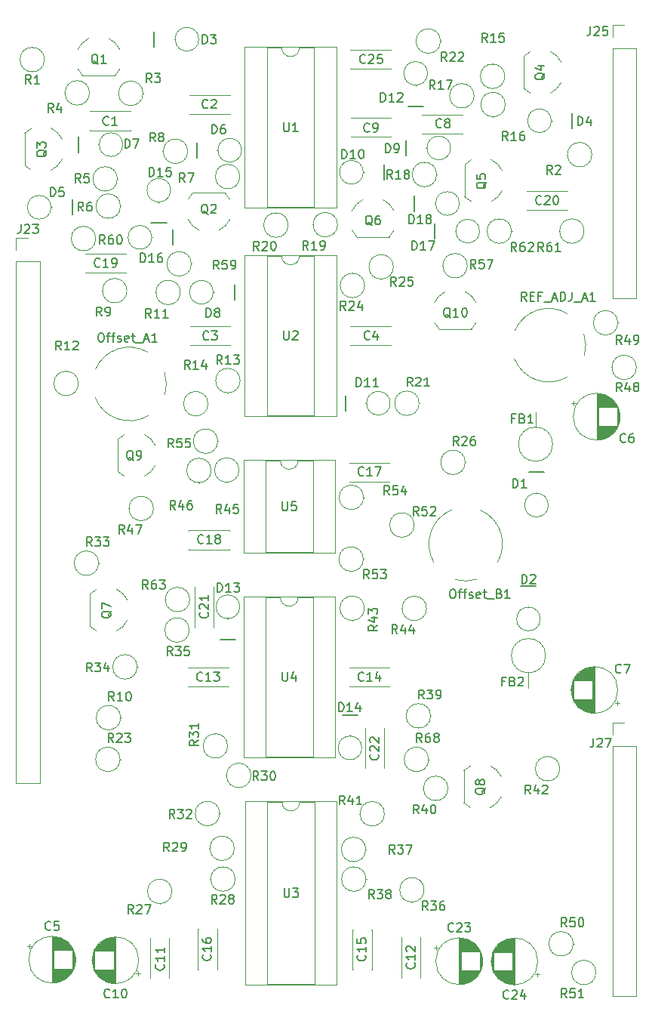
<source format=gbr>
%TF.GenerationSoftware,KiCad,Pcbnew,7.0.1-0*%
%TF.CreationDate,2024-01-26T10:08:15+13:00*%
%TF.ProjectId,MOL,4d4f4c2e-6b69-4636-9164-5f7063625858,rev?*%
%TF.SameCoordinates,Original*%
%TF.FileFunction,Legend,Top*%
%TF.FilePolarity,Positive*%
%FSLAX46Y46*%
G04 Gerber Fmt 4.6, Leading zero omitted, Abs format (unit mm)*
G04 Created by KiCad (PCBNEW 7.0.1-0) date 2024-01-26 10:08:15*
%MOMM*%
%LPD*%
G01*
G04 APERTURE LIST*
%ADD10C,0.150000*%
%ADD11C,0.120000*%
G04 APERTURE END LIST*
D10*
%TO.C,Q8*%
X74572857Y-121180238D02*
X74525238Y-121275476D01*
X74525238Y-121275476D02*
X74430000Y-121370714D01*
X74430000Y-121370714D02*
X74287142Y-121513571D01*
X74287142Y-121513571D02*
X74239523Y-121608809D01*
X74239523Y-121608809D02*
X74239523Y-121704047D01*
X74477619Y-121656428D02*
X74430000Y-121751666D01*
X74430000Y-121751666D02*
X74334761Y-121846904D01*
X74334761Y-121846904D02*
X74144285Y-121894523D01*
X74144285Y-121894523D02*
X73810952Y-121894523D01*
X73810952Y-121894523D02*
X73620476Y-121846904D01*
X73620476Y-121846904D02*
X73525238Y-121751666D01*
X73525238Y-121751666D02*
X73477619Y-121656428D01*
X73477619Y-121656428D02*
X73477619Y-121465952D01*
X73477619Y-121465952D02*
X73525238Y-121370714D01*
X73525238Y-121370714D02*
X73620476Y-121275476D01*
X73620476Y-121275476D02*
X73810952Y-121227857D01*
X73810952Y-121227857D02*
X74144285Y-121227857D01*
X74144285Y-121227857D02*
X74334761Y-121275476D01*
X74334761Y-121275476D02*
X74430000Y-121370714D01*
X74430000Y-121370714D02*
X74477619Y-121465952D01*
X74477619Y-121465952D02*
X74477619Y-121656428D01*
X73906190Y-120656428D02*
X73858571Y-120751666D01*
X73858571Y-120751666D02*
X73810952Y-120799285D01*
X73810952Y-120799285D02*
X73715714Y-120846904D01*
X73715714Y-120846904D02*
X73668095Y-120846904D01*
X73668095Y-120846904D02*
X73572857Y-120799285D01*
X73572857Y-120799285D02*
X73525238Y-120751666D01*
X73525238Y-120751666D02*
X73477619Y-120656428D01*
X73477619Y-120656428D02*
X73477619Y-120465952D01*
X73477619Y-120465952D02*
X73525238Y-120370714D01*
X73525238Y-120370714D02*
X73572857Y-120323095D01*
X73572857Y-120323095D02*
X73668095Y-120275476D01*
X73668095Y-120275476D02*
X73715714Y-120275476D01*
X73715714Y-120275476D02*
X73810952Y-120323095D01*
X73810952Y-120323095D02*
X73858571Y-120370714D01*
X73858571Y-120370714D02*
X73906190Y-120465952D01*
X73906190Y-120465952D02*
X73906190Y-120656428D01*
X73906190Y-120656428D02*
X73953809Y-120751666D01*
X73953809Y-120751666D02*
X74001428Y-120799285D01*
X74001428Y-120799285D02*
X74096666Y-120846904D01*
X74096666Y-120846904D02*
X74287142Y-120846904D01*
X74287142Y-120846904D02*
X74382380Y-120799285D01*
X74382380Y-120799285D02*
X74430000Y-120751666D01*
X74430000Y-120751666D02*
X74477619Y-120656428D01*
X74477619Y-120656428D02*
X74477619Y-120465952D01*
X74477619Y-120465952D02*
X74430000Y-120370714D01*
X74430000Y-120370714D02*
X74382380Y-120323095D01*
X74382380Y-120323095D02*
X74287142Y-120275476D01*
X74287142Y-120275476D02*
X74096666Y-120275476D01*
X74096666Y-120275476D02*
X74001428Y-120323095D01*
X74001428Y-120323095D02*
X73953809Y-120370714D01*
X73953809Y-120370714D02*
X73906190Y-120465952D01*
%TO.C,D10*%
X58460714Y-50637619D02*
X58460714Y-49637619D01*
X58460714Y-49637619D02*
X58698809Y-49637619D01*
X58698809Y-49637619D02*
X58841666Y-49685238D01*
X58841666Y-49685238D02*
X58936904Y-49780476D01*
X58936904Y-49780476D02*
X58984523Y-49875714D01*
X58984523Y-49875714D02*
X59032142Y-50066190D01*
X59032142Y-50066190D02*
X59032142Y-50209047D01*
X59032142Y-50209047D02*
X58984523Y-50399523D01*
X58984523Y-50399523D02*
X58936904Y-50494761D01*
X58936904Y-50494761D02*
X58841666Y-50590000D01*
X58841666Y-50590000D02*
X58698809Y-50637619D01*
X58698809Y-50637619D02*
X58460714Y-50637619D01*
X59984523Y-50637619D02*
X59413095Y-50637619D01*
X59698809Y-50637619D02*
X59698809Y-49637619D01*
X59698809Y-49637619D02*
X59603571Y-49780476D01*
X59603571Y-49780476D02*
X59508333Y-49875714D01*
X59508333Y-49875714D02*
X59413095Y-49923333D01*
X60603571Y-49637619D02*
X60698809Y-49637619D01*
X60698809Y-49637619D02*
X60794047Y-49685238D01*
X60794047Y-49685238D02*
X60841666Y-49732857D01*
X60841666Y-49732857D02*
X60889285Y-49828095D01*
X60889285Y-49828095D02*
X60936904Y-50018571D01*
X60936904Y-50018571D02*
X60936904Y-50256666D01*
X60936904Y-50256666D02*
X60889285Y-50447142D01*
X60889285Y-50447142D02*
X60841666Y-50542380D01*
X60841666Y-50542380D02*
X60794047Y-50590000D01*
X60794047Y-50590000D02*
X60698809Y-50637619D01*
X60698809Y-50637619D02*
X60603571Y-50637619D01*
X60603571Y-50637619D02*
X60508333Y-50590000D01*
X60508333Y-50590000D02*
X60460714Y-50542380D01*
X60460714Y-50542380D02*
X60413095Y-50447142D01*
X60413095Y-50447142D02*
X60365476Y-50256666D01*
X60365476Y-50256666D02*
X60365476Y-50018571D01*
X60365476Y-50018571D02*
X60413095Y-49828095D01*
X60413095Y-49828095D02*
X60460714Y-49732857D01*
X60460714Y-49732857D02*
X60508333Y-49685238D01*
X60508333Y-49685238D02*
X60603571Y-49637619D01*
%TO.C,Q1*%
X31114761Y-40052857D02*
X31019523Y-40005238D01*
X31019523Y-40005238D02*
X30924285Y-39910000D01*
X30924285Y-39910000D02*
X30781428Y-39767142D01*
X30781428Y-39767142D02*
X30686190Y-39719523D01*
X30686190Y-39719523D02*
X30590952Y-39719523D01*
X30638571Y-39957619D02*
X30543333Y-39910000D01*
X30543333Y-39910000D02*
X30448095Y-39814761D01*
X30448095Y-39814761D02*
X30400476Y-39624285D01*
X30400476Y-39624285D02*
X30400476Y-39290952D01*
X30400476Y-39290952D02*
X30448095Y-39100476D01*
X30448095Y-39100476D02*
X30543333Y-39005238D01*
X30543333Y-39005238D02*
X30638571Y-38957619D01*
X30638571Y-38957619D02*
X30829047Y-38957619D01*
X30829047Y-38957619D02*
X30924285Y-39005238D01*
X30924285Y-39005238D02*
X31019523Y-39100476D01*
X31019523Y-39100476D02*
X31067142Y-39290952D01*
X31067142Y-39290952D02*
X31067142Y-39624285D01*
X31067142Y-39624285D02*
X31019523Y-39814761D01*
X31019523Y-39814761D02*
X30924285Y-39910000D01*
X30924285Y-39910000D02*
X30829047Y-39957619D01*
X30829047Y-39957619D02*
X30638571Y-39957619D01*
X32019523Y-39957619D02*
X31448095Y-39957619D01*
X31733809Y-39957619D02*
X31733809Y-38957619D01*
X31733809Y-38957619D02*
X31638571Y-39100476D01*
X31638571Y-39100476D02*
X31543333Y-39195714D01*
X31543333Y-39195714D02*
X31448095Y-39243333D01*
%TO.C,R33*%
X30432142Y-94092619D02*
X30098809Y-93616428D01*
X29860714Y-94092619D02*
X29860714Y-93092619D01*
X29860714Y-93092619D02*
X30241666Y-93092619D01*
X30241666Y-93092619D02*
X30336904Y-93140238D01*
X30336904Y-93140238D02*
X30384523Y-93187857D01*
X30384523Y-93187857D02*
X30432142Y-93283095D01*
X30432142Y-93283095D02*
X30432142Y-93425952D01*
X30432142Y-93425952D02*
X30384523Y-93521190D01*
X30384523Y-93521190D02*
X30336904Y-93568809D01*
X30336904Y-93568809D02*
X30241666Y-93616428D01*
X30241666Y-93616428D02*
X29860714Y-93616428D01*
X30765476Y-93092619D02*
X31384523Y-93092619D01*
X31384523Y-93092619D02*
X31051190Y-93473571D01*
X31051190Y-93473571D02*
X31194047Y-93473571D01*
X31194047Y-93473571D02*
X31289285Y-93521190D01*
X31289285Y-93521190D02*
X31336904Y-93568809D01*
X31336904Y-93568809D02*
X31384523Y-93664047D01*
X31384523Y-93664047D02*
X31384523Y-93902142D01*
X31384523Y-93902142D02*
X31336904Y-93997380D01*
X31336904Y-93997380D02*
X31289285Y-94045000D01*
X31289285Y-94045000D02*
X31194047Y-94092619D01*
X31194047Y-94092619D02*
X30908333Y-94092619D01*
X30908333Y-94092619D02*
X30813095Y-94045000D01*
X30813095Y-94045000D02*
X30765476Y-93997380D01*
X31717857Y-93092619D02*
X32336904Y-93092619D01*
X32336904Y-93092619D02*
X32003571Y-93473571D01*
X32003571Y-93473571D02*
X32146428Y-93473571D01*
X32146428Y-93473571D02*
X32241666Y-93521190D01*
X32241666Y-93521190D02*
X32289285Y-93568809D01*
X32289285Y-93568809D02*
X32336904Y-93664047D01*
X32336904Y-93664047D02*
X32336904Y-93902142D01*
X32336904Y-93902142D02*
X32289285Y-93997380D01*
X32289285Y-93997380D02*
X32241666Y-94045000D01*
X32241666Y-94045000D02*
X32146428Y-94092619D01*
X32146428Y-94092619D02*
X31860714Y-94092619D01*
X31860714Y-94092619D02*
X31765476Y-94045000D01*
X31765476Y-94045000D02*
X31717857Y-93997380D01*
%TO.C,C21*%
X43392380Y-101527857D02*
X43440000Y-101575476D01*
X43440000Y-101575476D02*
X43487619Y-101718333D01*
X43487619Y-101718333D02*
X43487619Y-101813571D01*
X43487619Y-101813571D02*
X43440000Y-101956428D01*
X43440000Y-101956428D02*
X43344761Y-102051666D01*
X43344761Y-102051666D02*
X43249523Y-102099285D01*
X43249523Y-102099285D02*
X43059047Y-102146904D01*
X43059047Y-102146904D02*
X42916190Y-102146904D01*
X42916190Y-102146904D02*
X42725714Y-102099285D01*
X42725714Y-102099285D02*
X42630476Y-102051666D01*
X42630476Y-102051666D02*
X42535238Y-101956428D01*
X42535238Y-101956428D02*
X42487619Y-101813571D01*
X42487619Y-101813571D02*
X42487619Y-101718333D01*
X42487619Y-101718333D02*
X42535238Y-101575476D01*
X42535238Y-101575476D02*
X42582857Y-101527857D01*
X42582857Y-101146904D02*
X42535238Y-101099285D01*
X42535238Y-101099285D02*
X42487619Y-101004047D01*
X42487619Y-101004047D02*
X42487619Y-100765952D01*
X42487619Y-100765952D02*
X42535238Y-100670714D01*
X42535238Y-100670714D02*
X42582857Y-100623095D01*
X42582857Y-100623095D02*
X42678095Y-100575476D01*
X42678095Y-100575476D02*
X42773333Y-100575476D01*
X42773333Y-100575476D02*
X42916190Y-100623095D01*
X42916190Y-100623095D02*
X43487619Y-101194523D01*
X43487619Y-101194523D02*
X43487619Y-100575476D01*
X43487619Y-99623095D02*
X43487619Y-100194523D01*
X43487619Y-99908809D02*
X42487619Y-99908809D01*
X42487619Y-99908809D02*
X42630476Y-100004047D01*
X42630476Y-100004047D02*
X42725714Y-100099285D01*
X42725714Y-100099285D02*
X42773333Y-100194523D01*
%TO.C,R17*%
X68907142Y-42867619D02*
X68573809Y-42391428D01*
X68335714Y-42867619D02*
X68335714Y-41867619D01*
X68335714Y-41867619D02*
X68716666Y-41867619D01*
X68716666Y-41867619D02*
X68811904Y-41915238D01*
X68811904Y-41915238D02*
X68859523Y-41962857D01*
X68859523Y-41962857D02*
X68907142Y-42058095D01*
X68907142Y-42058095D02*
X68907142Y-42200952D01*
X68907142Y-42200952D02*
X68859523Y-42296190D01*
X68859523Y-42296190D02*
X68811904Y-42343809D01*
X68811904Y-42343809D02*
X68716666Y-42391428D01*
X68716666Y-42391428D02*
X68335714Y-42391428D01*
X69859523Y-42867619D02*
X69288095Y-42867619D01*
X69573809Y-42867619D02*
X69573809Y-41867619D01*
X69573809Y-41867619D02*
X69478571Y-42010476D01*
X69478571Y-42010476D02*
X69383333Y-42105714D01*
X69383333Y-42105714D02*
X69288095Y-42153333D01*
X70192857Y-41867619D02*
X70859523Y-41867619D01*
X70859523Y-41867619D02*
X70430952Y-42867619D01*
%TO.C,C1*%
X32283333Y-46817380D02*
X32235714Y-46865000D01*
X32235714Y-46865000D02*
X32092857Y-46912619D01*
X32092857Y-46912619D02*
X31997619Y-46912619D01*
X31997619Y-46912619D02*
X31854762Y-46865000D01*
X31854762Y-46865000D02*
X31759524Y-46769761D01*
X31759524Y-46769761D02*
X31711905Y-46674523D01*
X31711905Y-46674523D02*
X31664286Y-46484047D01*
X31664286Y-46484047D02*
X31664286Y-46341190D01*
X31664286Y-46341190D02*
X31711905Y-46150714D01*
X31711905Y-46150714D02*
X31759524Y-46055476D01*
X31759524Y-46055476D02*
X31854762Y-45960238D01*
X31854762Y-45960238D02*
X31997619Y-45912619D01*
X31997619Y-45912619D02*
X32092857Y-45912619D01*
X32092857Y-45912619D02*
X32235714Y-45960238D01*
X32235714Y-45960238D02*
X32283333Y-46007857D01*
X33235714Y-46912619D02*
X32664286Y-46912619D01*
X32950000Y-46912619D02*
X32950000Y-45912619D01*
X32950000Y-45912619D02*
X32854762Y-46055476D01*
X32854762Y-46055476D02*
X32759524Y-46150714D01*
X32759524Y-46150714D02*
X32664286Y-46198333D01*
%TO.C,R48*%
X89857142Y-76762619D02*
X89523809Y-76286428D01*
X89285714Y-76762619D02*
X89285714Y-75762619D01*
X89285714Y-75762619D02*
X89666666Y-75762619D01*
X89666666Y-75762619D02*
X89761904Y-75810238D01*
X89761904Y-75810238D02*
X89809523Y-75857857D01*
X89809523Y-75857857D02*
X89857142Y-75953095D01*
X89857142Y-75953095D02*
X89857142Y-76095952D01*
X89857142Y-76095952D02*
X89809523Y-76191190D01*
X89809523Y-76191190D02*
X89761904Y-76238809D01*
X89761904Y-76238809D02*
X89666666Y-76286428D01*
X89666666Y-76286428D02*
X89285714Y-76286428D01*
X90714285Y-76095952D02*
X90714285Y-76762619D01*
X90476190Y-75715000D02*
X90238095Y-76429285D01*
X90238095Y-76429285D02*
X90857142Y-76429285D01*
X91380952Y-76191190D02*
X91285714Y-76143571D01*
X91285714Y-76143571D02*
X91238095Y-76095952D01*
X91238095Y-76095952D02*
X91190476Y-76000714D01*
X91190476Y-76000714D02*
X91190476Y-75953095D01*
X91190476Y-75953095D02*
X91238095Y-75857857D01*
X91238095Y-75857857D02*
X91285714Y-75810238D01*
X91285714Y-75810238D02*
X91380952Y-75762619D01*
X91380952Y-75762619D02*
X91571428Y-75762619D01*
X91571428Y-75762619D02*
X91666666Y-75810238D01*
X91666666Y-75810238D02*
X91714285Y-75857857D01*
X91714285Y-75857857D02*
X91761904Y-75953095D01*
X91761904Y-75953095D02*
X91761904Y-76000714D01*
X91761904Y-76000714D02*
X91714285Y-76095952D01*
X91714285Y-76095952D02*
X91666666Y-76143571D01*
X91666666Y-76143571D02*
X91571428Y-76191190D01*
X91571428Y-76191190D02*
X91380952Y-76191190D01*
X91380952Y-76191190D02*
X91285714Y-76238809D01*
X91285714Y-76238809D02*
X91238095Y-76286428D01*
X91238095Y-76286428D02*
X91190476Y-76381666D01*
X91190476Y-76381666D02*
X91190476Y-76572142D01*
X91190476Y-76572142D02*
X91238095Y-76667380D01*
X91238095Y-76667380D02*
X91285714Y-76715000D01*
X91285714Y-76715000D02*
X91380952Y-76762619D01*
X91380952Y-76762619D02*
X91571428Y-76762619D01*
X91571428Y-76762619D02*
X91666666Y-76715000D01*
X91666666Y-76715000D02*
X91714285Y-76667380D01*
X91714285Y-76667380D02*
X91761904Y-76572142D01*
X91761904Y-76572142D02*
X91761904Y-76381666D01*
X91761904Y-76381666D02*
X91714285Y-76286428D01*
X91714285Y-76286428D02*
X91666666Y-76238809D01*
X91666666Y-76238809D02*
X91571428Y-76191190D01*
%TO.C,U2*%
X51948095Y-69962619D02*
X51948095Y-70772142D01*
X51948095Y-70772142D02*
X51995714Y-70867380D01*
X51995714Y-70867380D02*
X52043333Y-70915000D01*
X52043333Y-70915000D02*
X52138571Y-70962619D01*
X52138571Y-70962619D02*
X52329047Y-70962619D01*
X52329047Y-70962619D02*
X52424285Y-70915000D01*
X52424285Y-70915000D02*
X52471904Y-70867380D01*
X52471904Y-70867380D02*
X52519523Y-70772142D01*
X52519523Y-70772142D02*
X52519523Y-69962619D01*
X52948095Y-70057857D02*
X52995714Y-70010238D01*
X52995714Y-70010238D02*
X53090952Y-69962619D01*
X53090952Y-69962619D02*
X53329047Y-69962619D01*
X53329047Y-69962619D02*
X53424285Y-70010238D01*
X53424285Y-70010238D02*
X53471904Y-70057857D01*
X53471904Y-70057857D02*
X53519523Y-70153095D01*
X53519523Y-70153095D02*
X53519523Y-70248333D01*
X53519523Y-70248333D02*
X53471904Y-70391190D01*
X53471904Y-70391190D02*
X52900476Y-70962619D01*
X52900476Y-70962619D02*
X53519523Y-70962619D01*
%TO.C,R25*%
X64557142Y-64912619D02*
X64223809Y-64436428D01*
X63985714Y-64912619D02*
X63985714Y-63912619D01*
X63985714Y-63912619D02*
X64366666Y-63912619D01*
X64366666Y-63912619D02*
X64461904Y-63960238D01*
X64461904Y-63960238D02*
X64509523Y-64007857D01*
X64509523Y-64007857D02*
X64557142Y-64103095D01*
X64557142Y-64103095D02*
X64557142Y-64245952D01*
X64557142Y-64245952D02*
X64509523Y-64341190D01*
X64509523Y-64341190D02*
X64461904Y-64388809D01*
X64461904Y-64388809D02*
X64366666Y-64436428D01*
X64366666Y-64436428D02*
X63985714Y-64436428D01*
X64938095Y-64007857D02*
X64985714Y-63960238D01*
X64985714Y-63960238D02*
X65080952Y-63912619D01*
X65080952Y-63912619D02*
X65319047Y-63912619D01*
X65319047Y-63912619D02*
X65414285Y-63960238D01*
X65414285Y-63960238D02*
X65461904Y-64007857D01*
X65461904Y-64007857D02*
X65509523Y-64103095D01*
X65509523Y-64103095D02*
X65509523Y-64198333D01*
X65509523Y-64198333D02*
X65461904Y-64341190D01*
X65461904Y-64341190D02*
X64890476Y-64912619D01*
X64890476Y-64912619D02*
X65509523Y-64912619D01*
X66414285Y-63912619D02*
X65938095Y-63912619D01*
X65938095Y-63912619D02*
X65890476Y-64388809D01*
X65890476Y-64388809D02*
X65938095Y-64341190D01*
X65938095Y-64341190D02*
X66033333Y-64293571D01*
X66033333Y-64293571D02*
X66271428Y-64293571D01*
X66271428Y-64293571D02*
X66366666Y-64341190D01*
X66366666Y-64341190D02*
X66414285Y-64388809D01*
X66414285Y-64388809D02*
X66461904Y-64484047D01*
X66461904Y-64484047D02*
X66461904Y-64722142D01*
X66461904Y-64722142D02*
X66414285Y-64817380D01*
X66414285Y-64817380D02*
X66366666Y-64865000D01*
X66366666Y-64865000D02*
X66271428Y-64912619D01*
X66271428Y-64912619D02*
X66033333Y-64912619D01*
X66033333Y-64912619D02*
X65938095Y-64865000D01*
X65938095Y-64865000D02*
X65890476Y-64817380D01*
%TO.C,R20*%
X49157142Y-60932619D02*
X48823809Y-60456428D01*
X48585714Y-60932619D02*
X48585714Y-59932619D01*
X48585714Y-59932619D02*
X48966666Y-59932619D01*
X48966666Y-59932619D02*
X49061904Y-59980238D01*
X49061904Y-59980238D02*
X49109523Y-60027857D01*
X49109523Y-60027857D02*
X49157142Y-60123095D01*
X49157142Y-60123095D02*
X49157142Y-60265952D01*
X49157142Y-60265952D02*
X49109523Y-60361190D01*
X49109523Y-60361190D02*
X49061904Y-60408809D01*
X49061904Y-60408809D02*
X48966666Y-60456428D01*
X48966666Y-60456428D02*
X48585714Y-60456428D01*
X49538095Y-60027857D02*
X49585714Y-59980238D01*
X49585714Y-59980238D02*
X49680952Y-59932619D01*
X49680952Y-59932619D02*
X49919047Y-59932619D01*
X49919047Y-59932619D02*
X50014285Y-59980238D01*
X50014285Y-59980238D02*
X50061904Y-60027857D01*
X50061904Y-60027857D02*
X50109523Y-60123095D01*
X50109523Y-60123095D02*
X50109523Y-60218333D01*
X50109523Y-60218333D02*
X50061904Y-60361190D01*
X50061904Y-60361190D02*
X49490476Y-60932619D01*
X49490476Y-60932619D02*
X50109523Y-60932619D01*
X50728571Y-59932619D02*
X50823809Y-59932619D01*
X50823809Y-59932619D02*
X50919047Y-59980238D01*
X50919047Y-59980238D02*
X50966666Y-60027857D01*
X50966666Y-60027857D02*
X51014285Y-60123095D01*
X51014285Y-60123095D02*
X51061904Y-60313571D01*
X51061904Y-60313571D02*
X51061904Y-60551666D01*
X51061904Y-60551666D02*
X51014285Y-60742142D01*
X51014285Y-60742142D02*
X50966666Y-60837380D01*
X50966666Y-60837380D02*
X50919047Y-60885000D01*
X50919047Y-60885000D02*
X50823809Y-60932619D01*
X50823809Y-60932619D02*
X50728571Y-60932619D01*
X50728571Y-60932619D02*
X50633333Y-60885000D01*
X50633333Y-60885000D02*
X50585714Y-60837380D01*
X50585714Y-60837380D02*
X50538095Y-60742142D01*
X50538095Y-60742142D02*
X50490476Y-60551666D01*
X50490476Y-60551666D02*
X50490476Y-60313571D01*
X50490476Y-60313571D02*
X50538095Y-60123095D01*
X50538095Y-60123095D02*
X50585714Y-60027857D01*
X50585714Y-60027857D02*
X50633333Y-59980238D01*
X50633333Y-59980238D02*
X50728571Y-59932619D01*
%TO.C,D12*%
X62810714Y-44263305D02*
X62810714Y-43263305D01*
X62810714Y-43263305D02*
X63048809Y-43263305D01*
X63048809Y-43263305D02*
X63191666Y-43310924D01*
X63191666Y-43310924D02*
X63286904Y-43406162D01*
X63286904Y-43406162D02*
X63334523Y-43501400D01*
X63334523Y-43501400D02*
X63382142Y-43691876D01*
X63382142Y-43691876D02*
X63382142Y-43834733D01*
X63382142Y-43834733D02*
X63334523Y-44025209D01*
X63334523Y-44025209D02*
X63286904Y-44120447D01*
X63286904Y-44120447D02*
X63191666Y-44215686D01*
X63191666Y-44215686D02*
X63048809Y-44263305D01*
X63048809Y-44263305D02*
X62810714Y-44263305D01*
X64334523Y-44263305D02*
X63763095Y-44263305D01*
X64048809Y-44263305D02*
X64048809Y-43263305D01*
X64048809Y-43263305D02*
X63953571Y-43406162D01*
X63953571Y-43406162D02*
X63858333Y-43501400D01*
X63858333Y-43501400D02*
X63763095Y-43549019D01*
X64715476Y-43358543D02*
X64763095Y-43310924D01*
X64763095Y-43310924D02*
X64858333Y-43263305D01*
X64858333Y-43263305D02*
X65096428Y-43263305D01*
X65096428Y-43263305D02*
X65191666Y-43310924D01*
X65191666Y-43310924D02*
X65239285Y-43358543D01*
X65239285Y-43358543D02*
X65286904Y-43453781D01*
X65286904Y-43453781D02*
X65286904Y-43549019D01*
X65286904Y-43549019D02*
X65239285Y-43691876D01*
X65239285Y-43691876D02*
X64667857Y-44263305D01*
X64667857Y-44263305D02*
X65286904Y-44263305D01*
%TO.C,U3*%
X51988095Y-132462619D02*
X51988095Y-133272142D01*
X51988095Y-133272142D02*
X52035714Y-133367380D01*
X52035714Y-133367380D02*
X52083333Y-133415000D01*
X52083333Y-133415000D02*
X52178571Y-133462619D01*
X52178571Y-133462619D02*
X52369047Y-133462619D01*
X52369047Y-133462619D02*
X52464285Y-133415000D01*
X52464285Y-133415000D02*
X52511904Y-133367380D01*
X52511904Y-133367380D02*
X52559523Y-133272142D01*
X52559523Y-133272142D02*
X52559523Y-132462619D01*
X52940476Y-132462619D02*
X53559523Y-132462619D01*
X53559523Y-132462619D02*
X53226190Y-132843571D01*
X53226190Y-132843571D02*
X53369047Y-132843571D01*
X53369047Y-132843571D02*
X53464285Y-132891190D01*
X53464285Y-132891190D02*
X53511904Y-132938809D01*
X53511904Y-132938809D02*
X53559523Y-133034047D01*
X53559523Y-133034047D02*
X53559523Y-133272142D01*
X53559523Y-133272142D02*
X53511904Y-133367380D01*
X53511904Y-133367380D02*
X53464285Y-133415000D01*
X53464285Y-133415000D02*
X53369047Y-133462619D01*
X53369047Y-133462619D02*
X53083333Y-133462619D01*
X53083333Y-133462619D02*
X52988095Y-133415000D01*
X52988095Y-133415000D02*
X52940476Y-133367380D01*
%TO.C,R8*%
X37533333Y-48737619D02*
X37200000Y-48261428D01*
X36961905Y-48737619D02*
X36961905Y-47737619D01*
X36961905Y-47737619D02*
X37342857Y-47737619D01*
X37342857Y-47737619D02*
X37438095Y-47785238D01*
X37438095Y-47785238D02*
X37485714Y-47832857D01*
X37485714Y-47832857D02*
X37533333Y-47928095D01*
X37533333Y-47928095D02*
X37533333Y-48070952D01*
X37533333Y-48070952D02*
X37485714Y-48166190D01*
X37485714Y-48166190D02*
X37438095Y-48213809D01*
X37438095Y-48213809D02*
X37342857Y-48261428D01*
X37342857Y-48261428D02*
X36961905Y-48261428D01*
X38104762Y-48166190D02*
X38009524Y-48118571D01*
X38009524Y-48118571D02*
X37961905Y-48070952D01*
X37961905Y-48070952D02*
X37914286Y-47975714D01*
X37914286Y-47975714D02*
X37914286Y-47928095D01*
X37914286Y-47928095D02*
X37961905Y-47832857D01*
X37961905Y-47832857D02*
X38009524Y-47785238D01*
X38009524Y-47785238D02*
X38104762Y-47737619D01*
X38104762Y-47737619D02*
X38295238Y-47737619D01*
X38295238Y-47737619D02*
X38390476Y-47785238D01*
X38390476Y-47785238D02*
X38438095Y-47832857D01*
X38438095Y-47832857D02*
X38485714Y-47928095D01*
X38485714Y-47928095D02*
X38485714Y-47975714D01*
X38485714Y-47975714D02*
X38438095Y-48070952D01*
X38438095Y-48070952D02*
X38390476Y-48118571D01*
X38390476Y-48118571D02*
X38295238Y-48166190D01*
X38295238Y-48166190D02*
X38104762Y-48166190D01*
X38104762Y-48166190D02*
X38009524Y-48213809D01*
X38009524Y-48213809D02*
X37961905Y-48261428D01*
X37961905Y-48261428D02*
X37914286Y-48356666D01*
X37914286Y-48356666D02*
X37914286Y-48547142D01*
X37914286Y-48547142D02*
X37961905Y-48642380D01*
X37961905Y-48642380D02*
X38009524Y-48690000D01*
X38009524Y-48690000D02*
X38104762Y-48737619D01*
X38104762Y-48737619D02*
X38295238Y-48737619D01*
X38295238Y-48737619D02*
X38390476Y-48690000D01*
X38390476Y-48690000D02*
X38438095Y-48642380D01*
X38438095Y-48642380D02*
X38485714Y-48547142D01*
X38485714Y-48547142D02*
X38485714Y-48356666D01*
X38485714Y-48356666D02*
X38438095Y-48261428D01*
X38438095Y-48261428D02*
X38390476Y-48213809D01*
X38390476Y-48213809D02*
X38295238Y-48166190D01*
%TO.C,R62*%
X78057142Y-61062619D02*
X77723809Y-60586428D01*
X77485714Y-61062619D02*
X77485714Y-60062619D01*
X77485714Y-60062619D02*
X77866666Y-60062619D01*
X77866666Y-60062619D02*
X77961904Y-60110238D01*
X77961904Y-60110238D02*
X78009523Y-60157857D01*
X78009523Y-60157857D02*
X78057142Y-60253095D01*
X78057142Y-60253095D02*
X78057142Y-60395952D01*
X78057142Y-60395952D02*
X78009523Y-60491190D01*
X78009523Y-60491190D02*
X77961904Y-60538809D01*
X77961904Y-60538809D02*
X77866666Y-60586428D01*
X77866666Y-60586428D02*
X77485714Y-60586428D01*
X78914285Y-60062619D02*
X78723809Y-60062619D01*
X78723809Y-60062619D02*
X78628571Y-60110238D01*
X78628571Y-60110238D02*
X78580952Y-60157857D01*
X78580952Y-60157857D02*
X78485714Y-60300714D01*
X78485714Y-60300714D02*
X78438095Y-60491190D01*
X78438095Y-60491190D02*
X78438095Y-60872142D01*
X78438095Y-60872142D02*
X78485714Y-60967380D01*
X78485714Y-60967380D02*
X78533333Y-61015000D01*
X78533333Y-61015000D02*
X78628571Y-61062619D01*
X78628571Y-61062619D02*
X78819047Y-61062619D01*
X78819047Y-61062619D02*
X78914285Y-61015000D01*
X78914285Y-61015000D02*
X78961904Y-60967380D01*
X78961904Y-60967380D02*
X79009523Y-60872142D01*
X79009523Y-60872142D02*
X79009523Y-60634047D01*
X79009523Y-60634047D02*
X78961904Y-60538809D01*
X78961904Y-60538809D02*
X78914285Y-60491190D01*
X78914285Y-60491190D02*
X78819047Y-60443571D01*
X78819047Y-60443571D02*
X78628571Y-60443571D01*
X78628571Y-60443571D02*
X78533333Y-60491190D01*
X78533333Y-60491190D02*
X78485714Y-60538809D01*
X78485714Y-60538809D02*
X78438095Y-60634047D01*
X79390476Y-60157857D02*
X79438095Y-60110238D01*
X79438095Y-60110238D02*
X79533333Y-60062619D01*
X79533333Y-60062619D02*
X79771428Y-60062619D01*
X79771428Y-60062619D02*
X79866666Y-60110238D01*
X79866666Y-60110238D02*
X79914285Y-60157857D01*
X79914285Y-60157857D02*
X79961904Y-60253095D01*
X79961904Y-60253095D02*
X79961904Y-60348333D01*
X79961904Y-60348333D02*
X79914285Y-60491190D01*
X79914285Y-60491190D02*
X79342857Y-61062619D01*
X79342857Y-61062619D02*
X79961904Y-61062619D01*
%TO.C,D13*%
X44485714Y-99237619D02*
X44485714Y-98237619D01*
X44485714Y-98237619D02*
X44723809Y-98237619D01*
X44723809Y-98237619D02*
X44866666Y-98285238D01*
X44866666Y-98285238D02*
X44961904Y-98380476D01*
X44961904Y-98380476D02*
X45009523Y-98475714D01*
X45009523Y-98475714D02*
X45057142Y-98666190D01*
X45057142Y-98666190D02*
X45057142Y-98809047D01*
X45057142Y-98809047D02*
X45009523Y-98999523D01*
X45009523Y-98999523D02*
X44961904Y-99094761D01*
X44961904Y-99094761D02*
X44866666Y-99190000D01*
X44866666Y-99190000D02*
X44723809Y-99237619D01*
X44723809Y-99237619D02*
X44485714Y-99237619D01*
X46009523Y-99237619D02*
X45438095Y-99237619D01*
X45723809Y-99237619D02*
X45723809Y-98237619D01*
X45723809Y-98237619D02*
X45628571Y-98380476D01*
X45628571Y-98380476D02*
X45533333Y-98475714D01*
X45533333Y-98475714D02*
X45438095Y-98523333D01*
X46342857Y-98237619D02*
X46961904Y-98237619D01*
X46961904Y-98237619D02*
X46628571Y-98618571D01*
X46628571Y-98618571D02*
X46771428Y-98618571D01*
X46771428Y-98618571D02*
X46866666Y-98666190D01*
X46866666Y-98666190D02*
X46914285Y-98713809D01*
X46914285Y-98713809D02*
X46961904Y-98809047D01*
X46961904Y-98809047D02*
X46961904Y-99047142D01*
X46961904Y-99047142D02*
X46914285Y-99142380D01*
X46914285Y-99142380D02*
X46866666Y-99190000D01*
X46866666Y-99190000D02*
X46771428Y-99237619D01*
X46771428Y-99237619D02*
X46485714Y-99237619D01*
X46485714Y-99237619D02*
X46390476Y-99190000D01*
X46390476Y-99190000D02*
X46342857Y-99142380D01*
%TO.C,C13*%
X42807142Y-109117380D02*
X42759523Y-109165000D01*
X42759523Y-109165000D02*
X42616666Y-109212619D01*
X42616666Y-109212619D02*
X42521428Y-109212619D01*
X42521428Y-109212619D02*
X42378571Y-109165000D01*
X42378571Y-109165000D02*
X42283333Y-109069761D01*
X42283333Y-109069761D02*
X42235714Y-108974523D01*
X42235714Y-108974523D02*
X42188095Y-108784047D01*
X42188095Y-108784047D02*
X42188095Y-108641190D01*
X42188095Y-108641190D02*
X42235714Y-108450714D01*
X42235714Y-108450714D02*
X42283333Y-108355476D01*
X42283333Y-108355476D02*
X42378571Y-108260238D01*
X42378571Y-108260238D02*
X42521428Y-108212619D01*
X42521428Y-108212619D02*
X42616666Y-108212619D01*
X42616666Y-108212619D02*
X42759523Y-108260238D01*
X42759523Y-108260238D02*
X42807142Y-108307857D01*
X43759523Y-109212619D02*
X43188095Y-109212619D01*
X43473809Y-109212619D02*
X43473809Y-108212619D01*
X43473809Y-108212619D02*
X43378571Y-108355476D01*
X43378571Y-108355476D02*
X43283333Y-108450714D01*
X43283333Y-108450714D02*
X43188095Y-108498333D01*
X44092857Y-108212619D02*
X44711904Y-108212619D01*
X44711904Y-108212619D02*
X44378571Y-108593571D01*
X44378571Y-108593571D02*
X44521428Y-108593571D01*
X44521428Y-108593571D02*
X44616666Y-108641190D01*
X44616666Y-108641190D02*
X44664285Y-108688809D01*
X44664285Y-108688809D02*
X44711904Y-108784047D01*
X44711904Y-108784047D02*
X44711904Y-109022142D01*
X44711904Y-109022142D02*
X44664285Y-109117380D01*
X44664285Y-109117380D02*
X44616666Y-109165000D01*
X44616666Y-109165000D02*
X44521428Y-109212619D01*
X44521428Y-109212619D02*
X44235714Y-109212619D01*
X44235714Y-109212619D02*
X44140476Y-109165000D01*
X44140476Y-109165000D02*
X44092857Y-109117380D01*
%TO.C,R23*%
X32832142Y-116092619D02*
X32498809Y-115616428D01*
X32260714Y-116092619D02*
X32260714Y-115092619D01*
X32260714Y-115092619D02*
X32641666Y-115092619D01*
X32641666Y-115092619D02*
X32736904Y-115140238D01*
X32736904Y-115140238D02*
X32784523Y-115187857D01*
X32784523Y-115187857D02*
X32832142Y-115283095D01*
X32832142Y-115283095D02*
X32832142Y-115425952D01*
X32832142Y-115425952D02*
X32784523Y-115521190D01*
X32784523Y-115521190D02*
X32736904Y-115568809D01*
X32736904Y-115568809D02*
X32641666Y-115616428D01*
X32641666Y-115616428D02*
X32260714Y-115616428D01*
X33213095Y-115187857D02*
X33260714Y-115140238D01*
X33260714Y-115140238D02*
X33355952Y-115092619D01*
X33355952Y-115092619D02*
X33594047Y-115092619D01*
X33594047Y-115092619D02*
X33689285Y-115140238D01*
X33689285Y-115140238D02*
X33736904Y-115187857D01*
X33736904Y-115187857D02*
X33784523Y-115283095D01*
X33784523Y-115283095D02*
X33784523Y-115378333D01*
X33784523Y-115378333D02*
X33736904Y-115521190D01*
X33736904Y-115521190D02*
X33165476Y-116092619D01*
X33165476Y-116092619D02*
X33784523Y-116092619D01*
X34117857Y-115092619D02*
X34736904Y-115092619D01*
X34736904Y-115092619D02*
X34403571Y-115473571D01*
X34403571Y-115473571D02*
X34546428Y-115473571D01*
X34546428Y-115473571D02*
X34641666Y-115521190D01*
X34641666Y-115521190D02*
X34689285Y-115568809D01*
X34689285Y-115568809D02*
X34736904Y-115664047D01*
X34736904Y-115664047D02*
X34736904Y-115902142D01*
X34736904Y-115902142D02*
X34689285Y-115997380D01*
X34689285Y-115997380D02*
X34641666Y-116045000D01*
X34641666Y-116045000D02*
X34546428Y-116092619D01*
X34546428Y-116092619D02*
X34260714Y-116092619D01*
X34260714Y-116092619D02*
X34165476Y-116045000D01*
X34165476Y-116045000D02*
X34117857Y-115997380D01*
%TO.C,C3*%
X43508333Y-70892380D02*
X43460714Y-70940000D01*
X43460714Y-70940000D02*
X43317857Y-70987619D01*
X43317857Y-70987619D02*
X43222619Y-70987619D01*
X43222619Y-70987619D02*
X43079762Y-70940000D01*
X43079762Y-70940000D02*
X42984524Y-70844761D01*
X42984524Y-70844761D02*
X42936905Y-70749523D01*
X42936905Y-70749523D02*
X42889286Y-70559047D01*
X42889286Y-70559047D02*
X42889286Y-70416190D01*
X42889286Y-70416190D02*
X42936905Y-70225714D01*
X42936905Y-70225714D02*
X42984524Y-70130476D01*
X42984524Y-70130476D02*
X43079762Y-70035238D01*
X43079762Y-70035238D02*
X43222619Y-69987619D01*
X43222619Y-69987619D02*
X43317857Y-69987619D01*
X43317857Y-69987619D02*
X43460714Y-70035238D01*
X43460714Y-70035238D02*
X43508333Y-70082857D01*
X43841667Y-69987619D02*
X44460714Y-69987619D01*
X44460714Y-69987619D02*
X44127381Y-70368571D01*
X44127381Y-70368571D02*
X44270238Y-70368571D01*
X44270238Y-70368571D02*
X44365476Y-70416190D01*
X44365476Y-70416190D02*
X44413095Y-70463809D01*
X44413095Y-70463809D02*
X44460714Y-70559047D01*
X44460714Y-70559047D02*
X44460714Y-70797142D01*
X44460714Y-70797142D02*
X44413095Y-70892380D01*
X44413095Y-70892380D02*
X44365476Y-70940000D01*
X44365476Y-70940000D02*
X44270238Y-70987619D01*
X44270238Y-70987619D02*
X43984524Y-70987619D01*
X43984524Y-70987619D02*
X43889286Y-70940000D01*
X43889286Y-70940000D02*
X43841667Y-70892380D01*
%TO.C,U4*%
X51798095Y-108212619D02*
X51798095Y-109022142D01*
X51798095Y-109022142D02*
X51845714Y-109117380D01*
X51845714Y-109117380D02*
X51893333Y-109165000D01*
X51893333Y-109165000D02*
X51988571Y-109212619D01*
X51988571Y-109212619D02*
X52179047Y-109212619D01*
X52179047Y-109212619D02*
X52274285Y-109165000D01*
X52274285Y-109165000D02*
X52321904Y-109117380D01*
X52321904Y-109117380D02*
X52369523Y-109022142D01*
X52369523Y-109022142D02*
X52369523Y-108212619D01*
X53274285Y-108545952D02*
X53274285Y-109212619D01*
X53036190Y-108165000D02*
X52798095Y-108879285D01*
X52798095Y-108879285D02*
X53417142Y-108879285D01*
%TO.C,R24*%
X58907142Y-67637619D02*
X58573809Y-67161428D01*
X58335714Y-67637619D02*
X58335714Y-66637619D01*
X58335714Y-66637619D02*
X58716666Y-66637619D01*
X58716666Y-66637619D02*
X58811904Y-66685238D01*
X58811904Y-66685238D02*
X58859523Y-66732857D01*
X58859523Y-66732857D02*
X58907142Y-66828095D01*
X58907142Y-66828095D02*
X58907142Y-66970952D01*
X58907142Y-66970952D02*
X58859523Y-67066190D01*
X58859523Y-67066190D02*
X58811904Y-67113809D01*
X58811904Y-67113809D02*
X58716666Y-67161428D01*
X58716666Y-67161428D02*
X58335714Y-67161428D01*
X59288095Y-66732857D02*
X59335714Y-66685238D01*
X59335714Y-66685238D02*
X59430952Y-66637619D01*
X59430952Y-66637619D02*
X59669047Y-66637619D01*
X59669047Y-66637619D02*
X59764285Y-66685238D01*
X59764285Y-66685238D02*
X59811904Y-66732857D01*
X59811904Y-66732857D02*
X59859523Y-66828095D01*
X59859523Y-66828095D02*
X59859523Y-66923333D01*
X59859523Y-66923333D02*
X59811904Y-67066190D01*
X59811904Y-67066190D02*
X59240476Y-67637619D01*
X59240476Y-67637619D02*
X59859523Y-67637619D01*
X60716666Y-66970952D02*
X60716666Y-67637619D01*
X60478571Y-66590000D02*
X60240476Y-67304285D01*
X60240476Y-67304285D02*
X60859523Y-67304285D01*
%TO.C,Q5*%
X74677857Y-53270238D02*
X74630238Y-53365476D01*
X74630238Y-53365476D02*
X74535000Y-53460714D01*
X74535000Y-53460714D02*
X74392142Y-53603571D01*
X74392142Y-53603571D02*
X74344523Y-53698809D01*
X74344523Y-53698809D02*
X74344523Y-53794047D01*
X74582619Y-53746428D02*
X74535000Y-53841666D01*
X74535000Y-53841666D02*
X74439761Y-53936904D01*
X74439761Y-53936904D02*
X74249285Y-53984523D01*
X74249285Y-53984523D02*
X73915952Y-53984523D01*
X73915952Y-53984523D02*
X73725476Y-53936904D01*
X73725476Y-53936904D02*
X73630238Y-53841666D01*
X73630238Y-53841666D02*
X73582619Y-53746428D01*
X73582619Y-53746428D02*
X73582619Y-53555952D01*
X73582619Y-53555952D02*
X73630238Y-53460714D01*
X73630238Y-53460714D02*
X73725476Y-53365476D01*
X73725476Y-53365476D02*
X73915952Y-53317857D01*
X73915952Y-53317857D02*
X74249285Y-53317857D01*
X74249285Y-53317857D02*
X74439761Y-53365476D01*
X74439761Y-53365476D02*
X74535000Y-53460714D01*
X74535000Y-53460714D02*
X74582619Y-53555952D01*
X74582619Y-53555952D02*
X74582619Y-53746428D01*
X73582619Y-52413095D02*
X73582619Y-52889285D01*
X73582619Y-52889285D02*
X74058809Y-52936904D01*
X74058809Y-52936904D02*
X74011190Y-52889285D01*
X74011190Y-52889285D02*
X73963571Y-52794047D01*
X73963571Y-52794047D02*
X73963571Y-52555952D01*
X73963571Y-52555952D02*
X74011190Y-52460714D01*
X74011190Y-52460714D02*
X74058809Y-52413095D01*
X74058809Y-52413095D02*
X74154047Y-52365476D01*
X74154047Y-52365476D02*
X74392142Y-52365476D01*
X74392142Y-52365476D02*
X74487380Y-52413095D01*
X74487380Y-52413095D02*
X74535000Y-52460714D01*
X74535000Y-52460714D02*
X74582619Y-52555952D01*
X74582619Y-52555952D02*
X74582619Y-52794047D01*
X74582619Y-52794047D02*
X74535000Y-52889285D01*
X74535000Y-52889285D02*
X74487380Y-52936904D01*
%TO.C,R43*%
X62457619Y-102967857D02*
X61981428Y-103301190D01*
X62457619Y-103539285D02*
X61457619Y-103539285D01*
X61457619Y-103539285D02*
X61457619Y-103158333D01*
X61457619Y-103158333D02*
X61505238Y-103063095D01*
X61505238Y-103063095D02*
X61552857Y-103015476D01*
X61552857Y-103015476D02*
X61648095Y-102967857D01*
X61648095Y-102967857D02*
X61790952Y-102967857D01*
X61790952Y-102967857D02*
X61886190Y-103015476D01*
X61886190Y-103015476D02*
X61933809Y-103063095D01*
X61933809Y-103063095D02*
X61981428Y-103158333D01*
X61981428Y-103158333D02*
X61981428Y-103539285D01*
X61790952Y-102110714D02*
X62457619Y-102110714D01*
X61410000Y-102348809D02*
X62124285Y-102586904D01*
X62124285Y-102586904D02*
X62124285Y-101967857D01*
X61457619Y-101682142D02*
X61457619Y-101063095D01*
X61457619Y-101063095D02*
X61838571Y-101396428D01*
X61838571Y-101396428D02*
X61838571Y-101253571D01*
X61838571Y-101253571D02*
X61886190Y-101158333D01*
X61886190Y-101158333D02*
X61933809Y-101110714D01*
X61933809Y-101110714D02*
X62029047Y-101063095D01*
X62029047Y-101063095D02*
X62267142Y-101063095D01*
X62267142Y-101063095D02*
X62362380Y-101110714D01*
X62362380Y-101110714D02*
X62410000Y-101158333D01*
X62410000Y-101158333D02*
X62457619Y-101253571D01*
X62457619Y-101253571D02*
X62457619Y-101539285D01*
X62457619Y-101539285D02*
X62410000Y-101634523D01*
X62410000Y-101634523D02*
X62362380Y-101682142D01*
%TO.C,D11*%
X60080029Y-76211248D02*
X60080029Y-75211248D01*
X60080029Y-75211248D02*
X60318124Y-75211248D01*
X60318124Y-75211248D02*
X60460981Y-75258867D01*
X60460981Y-75258867D02*
X60556219Y-75354105D01*
X60556219Y-75354105D02*
X60603838Y-75449343D01*
X60603838Y-75449343D02*
X60651457Y-75639819D01*
X60651457Y-75639819D02*
X60651457Y-75782676D01*
X60651457Y-75782676D02*
X60603838Y-75973152D01*
X60603838Y-75973152D02*
X60556219Y-76068390D01*
X60556219Y-76068390D02*
X60460981Y-76163629D01*
X60460981Y-76163629D02*
X60318124Y-76211248D01*
X60318124Y-76211248D02*
X60080029Y-76211248D01*
X61603838Y-76211248D02*
X61032410Y-76211248D01*
X61318124Y-76211248D02*
X61318124Y-75211248D01*
X61318124Y-75211248D02*
X61222886Y-75354105D01*
X61222886Y-75354105D02*
X61127648Y-75449343D01*
X61127648Y-75449343D02*
X61032410Y-75496962D01*
X62556219Y-76211248D02*
X61984791Y-76211248D01*
X62270505Y-76211248D02*
X62270505Y-75211248D01*
X62270505Y-75211248D02*
X62175267Y-75354105D01*
X62175267Y-75354105D02*
X62080029Y-75449343D01*
X62080029Y-75449343D02*
X61984791Y-75496962D01*
%TO.C,R51*%
X83692142Y-144722619D02*
X83358809Y-144246428D01*
X83120714Y-144722619D02*
X83120714Y-143722619D01*
X83120714Y-143722619D02*
X83501666Y-143722619D01*
X83501666Y-143722619D02*
X83596904Y-143770238D01*
X83596904Y-143770238D02*
X83644523Y-143817857D01*
X83644523Y-143817857D02*
X83692142Y-143913095D01*
X83692142Y-143913095D02*
X83692142Y-144055952D01*
X83692142Y-144055952D02*
X83644523Y-144151190D01*
X83644523Y-144151190D02*
X83596904Y-144198809D01*
X83596904Y-144198809D02*
X83501666Y-144246428D01*
X83501666Y-144246428D02*
X83120714Y-144246428D01*
X84596904Y-143722619D02*
X84120714Y-143722619D01*
X84120714Y-143722619D02*
X84073095Y-144198809D01*
X84073095Y-144198809D02*
X84120714Y-144151190D01*
X84120714Y-144151190D02*
X84215952Y-144103571D01*
X84215952Y-144103571D02*
X84454047Y-144103571D01*
X84454047Y-144103571D02*
X84549285Y-144151190D01*
X84549285Y-144151190D02*
X84596904Y-144198809D01*
X84596904Y-144198809D02*
X84644523Y-144294047D01*
X84644523Y-144294047D02*
X84644523Y-144532142D01*
X84644523Y-144532142D02*
X84596904Y-144627380D01*
X84596904Y-144627380D02*
X84549285Y-144675000D01*
X84549285Y-144675000D02*
X84454047Y-144722619D01*
X84454047Y-144722619D02*
X84215952Y-144722619D01*
X84215952Y-144722619D02*
X84120714Y-144675000D01*
X84120714Y-144675000D02*
X84073095Y-144627380D01*
X85596904Y-144722619D02*
X85025476Y-144722619D01*
X85311190Y-144722619D02*
X85311190Y-143722619D01*
X85311190Y-143722619D02*
X85215952Y-143865476D01*
X85215952Y-143865476D02*
X85120714Y-143960714D01*
X85120714Y-143960714D02*
X85025476Y-144008333D01*
%TO.C,C25*%
X61107142Y-39867380D02*
X61059523Y-39915000D01*
X61059523Y-39915000D02*
X60916666Y-39962619D01*
X60916666Y-39962619D02*
X60821428Y-39962619D01*
X60821428Y-39962619D02*
X60678571Y-39915000D01*
X60678571Y-39915000D02*
X60583333Y-39819761D01*
X60583333Y-39819761D02*
X60535714Y-39724523D01*
X60535714Y-39724523D02*
X60488095Y-39534047D01*
X60488095Y-39534047D02*
X60488095Y-39391190D01*
X60488095Y-39391190D02*
X60535714Y-39200714D01*
X60535714Y-39200714D02*
X60583333Y-39105476D01*
X60583333Y-39105476D02*
X60678571Y-39010238D01*
X60678571Y-39010238D02*
X60821428Y-38962619D01*
X60821428Y-38962619D02*
X60916666Y-38962619D01*
X60916666Y-38962619D02*
X61059523Y-39010238D01*
X61059523Y-39010238D02*
X61107142Y-39057857D01*
X61488095Y-39057857D02*
X61535714Y-39010238D01*
X61535714Y-39010238D02*
X61630952Y-38962619D01*
X61630952Y-38962619D02*
X61869047Y-38962619D01*
X61869047Y-38962619D02*
X61964285Y-39010238D01*
X61964285Y-39010238D02*
X62011904Y-39057857D01*
X62011904Y-39057857D02*
X62059523Y-39153095D01*
X62059523Y-39153095D02*
X62059523Y-39248333D01*
X62059523Y-39248333D02*
X62011904Y-39391190D01*
X62011904Y-39391190D02*
X61440476Y-39962619D01*
X61440476Y-39962619D02*
X62059523Y-39962619D01*
X62964285Y-38962619D02*
X62488095Y-38962619D01*
X62488095Y-38962619D02*
X62440476Y-39438809D01*
X62440476Y-39438809D02*
X62488095Y-39391190D01*
X62488095Y-39391190D02*
X62583333Y-39343571D01*
X62583333Y-39343571D02*
X62821428Y-39343571D01*
X62821428Y-39343571D02*
X62916666Y-39391190D01*
X62916666Y-39391190D02*
X62964285Y-39438809D01*
X62964285Y-39438809D02*
X63011904Y-39534047D01*
X63011904Y-39534047D02*
X63011904Y-39772142D01*
X63011904Y-39772142D02*
X62964285Y-39867380D01*
X62964285Y-39867380D02*
X62916666Y-39915000D01*
X62916666Y-39915000D02*
X62821428Y-39962619D01*
X62821428Y-39962619D02*
X62583333Y-39962619D01*
X62583333Y-39962619D02*
X62488095Y-39915000D01*
X62488095Y-39915000D02*
X62440476Y-39867380D01*
%TO.C,C17*%
X60907142Y-86117380D02*
X60859523Y-86165000D01*
X60859523Y-86165000D02*
X60716666Y-86212619D01*
X60716666Y-86212619D02*
X60621428Y-86212619D01*
X60621428Y-86212619D02*
X60478571Y-86165000D01*
X60478571Y-86165000D02*
X60383333Y-86069761D01*
X60383333Y-86069761D02*
X60335714Y-85974523D01*
X60335714Y-85974523D02*
X60288095Y-85784047D01*
X60288095Y-85784047D02*
X60288095Y-85641190D01*
X60288095Y-85641190D02*
X60335714Y-85450714D01*
X60335714Y-85450714D02*
X60383333Y-85355476D01*
X60383333Y-85355476D02*
X60478571Y-85260238D01*
X60478571Y-85260238D02*
X60621428Y-85212619D01*
X60621428Y-85212619D02*
X60716666Y-85212619D01*
X60716666Y-85212619D02*
X60859523Y-85260238D01*
X60859523Y-85260238D02*
X60907142Y-85307857D01*
X61859523Y-86212619D02*
X61288095Y-86212619D01*
X61573809Y-86212619D02*
X61573809Y-85212619D01*
X61573809Y-85212619D02*
X61478571Y-85355476D01*
X61478571Y-85355476D02*
X61383333Y-85450714D01*
X61383333Y-85450714D02*
X61288095Y-85498333D01*
X62192857Y-85212619D02*
X62859523Y-85212619D01*
X62859523Y-85212619D02*
X62430952Y-86212619D01*
%TO.C,R16*%
X77082142Y-48612619D02*
X76748809Y-48136428D01*
X76510714Y-48612619D02*
X76510714Y-47612619D01*
X76510714Y-47612619D02*
X76891666Y-47612619D01*
X76891666Y-47612619D02*
X76986904Y-47660238D01*
X76986904Y-47660238D02*
X77034523Y-47707857D01*
X77034523Y-47707857D02*
X77082142Y-47803095D01*
X77082142Y-47803095D02*
X77082142Y-47945952D01*
X77082142Y-47945952D02*
X77034523Y-48041190D01*
X77034523Y-48041190D02*
X76986904Y-48088809D01*
X76986904Y-48088809D02*
X76891666Y-48136428D01*
X76891666Y-48136428D02*
X76510714Y-48136428D01*
X78034523Y-48612619D02*
X77463095Y-48612619D01*
X77748809Y-48612619D02*
X77748809Y-47612619D01*
X77748809Y-47612619D02*
X77653571Y-47755476D01*
X77653571Y-47755476D02*
X77558333Y-47850714D01*
X77558333Y-47850714D02*
X77463095Y-47898333D01*
X78891666Y-47612619D02*
X78701190Y-47612619D01*
X78701190Y-47612619D02*
X78605952Y-47660238D01*
X78605952Y-47660238D02*
X78558333Y-47707857D01*
X78558333Y-47707857D02*
X78463095Y-47850714D01*
X78463095Y-47850714D02*
X78415476Y-48041190D01*
X78415476Y-48041190D02*
X78415476Y-48422142D01*
X78415476Y-48422142D02*
X78463095Y-48517380D01*
X78463095Y-48517380D02*
X78510714Y-48565000D01*
X78510714Y-48565000D02*
X78605952Y-48612619D01*
X78605952Y-48612619D02*
X78796428Y-48612619D01*
X78796428Y-48612619D02*
X78891666Y-48565000D01*
X78891666Y-48565000D02*
X78939285Y-48517380D01*
X78939285Y-48517380D02*
X78986904Y-48422142D01*
X78986904Y-48422142D02*
X78986904Y-48184047D01*
X78986904Y-48184047D02*
X78939285Y-48088809D01*
X78939285Y-48088809D02*
X78891666Y-48041190D01*
X78891666Y-48041190D02*
X78796428Y-47993571D01*
X78796428Y-47993571D02*
X78605952Y-47993571D01*
X78605952Y-47993571D02*
X78510714Y-48041190D01*
X78510714Y-48041190D02*
X78463095Y-48088809D01*
X78463095Y-48088809D02*
X78415476Y-48184047D01*
%TO.C,FB1*%
X77866666Y-79763809D02*
X77533333Y-79763809D01*
X77533333Y-80287619D02*
X77533333Y-79287619D01*
X77533333Y-79287619D02*
X78009523Y-79287619D01*
X78723809Y-79763809D02*
X78866666Y-79811428D01*
X78866666Y-79811428D02*
X78914285Y-79859047D01*
X78914285Y-79859047D02*
X78961904Y-79954285D01*
X78961904Y-79954285D02*
X78961904Y-80097142D01*
X78961904Y-80097142D02*
X78914285Y-80192380D01*
X78914285Y-80192380D02*
X78866666Y-80240000D01*
X78866666Y-80240000D02*
X78771428Y-80287619D01*
X78771428Y-80287619D02*
X78390476Y-80287619D01*
X78390476Y-80287619D02*
X78390476Y-79287619D01*
X78390476Y-79287619D02*
X78723809Y-79287619D01*
X78723809Y-79287619D02*
X78819047Y-79335238D01*
X78819047Y-79335238D02*
X78866666Y-79382857D01*
X78866666Y-79382857D02*
X78914285Y-79478095D01*
X78914285Y-79478095D02*
X78914285Y-79573333D01*
X78914285Y-79573333D02*
X78866666Y-79668571D01*
X78866666Y-79668571D02*
X78819047Y-79716190D01*
X78819047Y-79716190D02*
X78723809Y-79763809D01*
X78723809Y-79763809D02*
X78390476Y-79763809D01*
X79914285Y-80287619D02*
X79342857Y-80287619D01*
X79628571Y-80287619D02*
X79628571Y-79287619D01*
X79628571Y-79287619D02*
X79533333Y-79430476D01*
X79533333Y-79430476D02*
X79438095Y-79525714D01*
X79438095Y-79525714D02*
X79342857Y-79573333D01*
%TO.C,D4*%
X84936220Y-46912619D02*
X84936220Y-45912619D01*
X84936220Y-45912619D02*
X85174315Y-45912619D01*
X85174315Y-45912619D02*
X85317172Y-45960238D01*
X85317172Y-45960238D02*
X85412410Y-46055476D01*
X85412410Y-46055476D02*
X85460029Y-46150714D01*
X85460029Y-46150714D02*
X85507648Y-46341190D01*
X85507648Y-46341190D02*
X85507648Y-46484047D01*
X85507648Y-46484047D02*
X85460029Y-46674523D01*
X85460029Y-46674523D02*
X85412410Y-46769761D01*
X85412410Y-46769761D02*
X85317172Y-46865000D01*
X85317172Y-46865000D02*
X85174315Y-46912619D01*
X85174315Y-46912619D02*
X84936220Y-46912619D01*
X86364791Y-46245952D02*
X86364791Y-46912619D01*
X86126696Y-45865000D02*
X85888601Y-46579285D01*
X85888601Y-46579285D02*
X86507648Y-46579285D01*
%TO.C,R52*%
X67082142Y-90662619D02*
X66748809Y-90186428D01*
X66510714Y-90662619D02*
X66510714Y-89662619D01*
X66510714Y-89662619D02*
X66891666Y-89662619D01*
X66891666Y-89662619D02*
X66986904Y-89710238D01*
X66986904Y-89710238D02*
X67034523Y-89757857D01*
X67034523Y-89757857D02*
X67082142Y-89853095D01*
X67082142Y-89853095D02*
X67082142Y-89995952D01*
X67082142Y-89995952D02*
X67034523Y-90091190D01*
X67034523Y-90091190D02*
X66986904Y-90138809D01*
X66986904Y-90138809D02*
X66891666Y-90186428D01*
X66891666Y-90186428D02*
X66510714Y-90186428D01*
X67986904Y-89662619D02*
X67510714Y-89662619D01*
X67510714Y-89662619D02*
X67463095Y-90138809D01*
X67463095Y-90138809D02*
X67510714Y-90091190D01*
X67510714Y-90091190D02*
X67605952Y-90043571D01*
X67605952Y-90043571D02*
X67844047Y-90043571D01*
X67844047Y-90043571D02*
X67939285Y-90091190D01*
X67939285Y-90091190D02*
X67986904Y-90138809D01*
X67986904Y-90138809D02*
X68034523Y-90234047D01*
X68034523Y-90234047D02*
X68034523Y-90472142D01*
X68034523Y-90472142D02*
X67986904Y-90567380D01*
X67986904Y-90567380D02*
X67939285Y-90615000D01*
X67939285Y-90615000D02*
X67844047Y-90662619D01*
X67844047Y-90662619D02*
X67605952Y-90662619D01*
X67605952Y-90662619D02*
X67510714Y-90615000D01*
X67510714Y-90615000D02*
X67463095Y-90567380D01*
X68415476Y-89757857D02*
X68463095Y-89710238D01*
X68463095Y-89710238D02*
X68558333Y-89662619D01*
X68558333Y-89662619D02*
X68796428Y-89662619D01*
X68796428Y-89662619D02*
X68891666Y-89710238D01*
X68891666Y-89710238D02*
X68939285Y-89757857D01*
X68939285Y-89757857D02*
X68986904Y-89853095D01*
X68986904Y-89853095D02*
X68986904Y-89948333D01*
X68986904Y-89948333D02*
X68939285Y-90091190D01*
X68939285Y-90091190D02*
X68367857Y-90662619D01*
X68367857Y-90662619D02*
X68986904Y-90662619D01*
%TO.C,R7*%
X40858333Y-53287619D02*
X40525000Y-52811428D01*
X40286905Y-53287619D02*
X40286905Y-52287619D01*
X40286905Y-52287619D02*
X40667857Y-52287619D01*
X40667857Y-52287619D02*
X40763095Y-52335238D01*
X40763095Y-52335238D02*
X40810714Y-52382857D01*
X40810714Y-52382857D02*
X40858333Y-52478095D01*
X40858333Y-52478095D02*
X40858333Y-52620952D01*
X40858333Y-52620952D02*
X40810714Y-52716190D01*
X40810714Y-52716190D02*
X40763095Y-52763809D01*
X40763095Y-52763809D02*
X40667857Y-52811428D01*
X40667857Y-52811428D02*
X40286905Y-52811428D01*
X41191667Y-52287619D02*
X41858333Y-52287619D01*
X41858333Y-52287619D02*
X41429762Y-53287619D01*
%TO.C,R2*%
X82058333Y-52387619D02*
X81725000Y-51911428D01*
X81486905Y-52387619D02*
X81486905Y-51387619D01*
X81486905Y-51387619D02*
X81867857Y-51387619D01*
X81867857Y-51387619D02*
X81963095Y-51435238D01*
X81963095Y-51435238D02*
X82010714Y-51482857D01*
X82010714Y-51482857D02*
X82058333Y-51578095D01*
X82058333Y-51578095D02*
X82058333Y-51720952D01*
X82058333Y-51720952D02*
X82010714Y-51816190D01*
X82010714Y-51816190D02*
X81963095Y-51863809D01*
X81963095Y-51863809D02*
X81867857Y-51911428D01*
X81867857Y-51911428D02*
X81486905Y-51911428D01*
X82439286Y-51482857D02*
X82486905Y-51435238D01*
X82486905Y-51435238D02*
X82582143Y-51387619D01*
X82582143Y-51387619D02*
X82820238Y-51387619D01*
X82820238Y-51387619D02*
X82915476Y-51435238D01*
X82915476Y-51435238D02*
X82963095Y-51482857D01*
X82963095Y-51482857D02*
X83010714Y-51578095D01*
X83010714Y-51578095D02*
X83010714Y-51673333D01*
X83010714Y-51673333D02*
X82963095Y-51816190D01*
X82963095Y-51816190D02*
X82391667Y-52387619D01*
X82391667Y-52387619D02*
X83010714Y-52387619D01*
%TO.C,R13*%
X45032142Y-73687619D02*
X44698809Y-73211428D01*
X44460714Y-73687619D02*
X44460714Y-72687619D01*
X44460714Y-72687619D02*
X44841666Y-72687619D01*
X44841666Y-72687619D02*
X44936904Y-72735238D01*
X44936904Y-72735238D02*
X44984523Y-72782857D01*
X44984523Y-72782857D02*
X45032142Y-72878095D01*
X45032142Y-72878095D02*
X45032142Y-73020952D01*
X45032142Y-73020952D02*
X44984523Y-73116190D01*
X44984523Y-73116190D02*
X44936904Y-73163809D01*
X44936904Y-73163809D02*
X44841666Y-73211428D01*
X44841666Y-73211428D02*
X44460714Y-73211428D01*
X45984523Y-73687619D02*
X45413095Y-73687619D01*
X45698809Y-73687619D02*
X45698809Y-72687619D01*
X45698809Y-72687619D02*
X45603571Y-72830476D01*
X45603571Y-72830476D02*
X45508333Y-72925714D01*
X45508333Y-72925714D02*
X45413095Y-72973333D01*
X46317857Y-72687619D02*
X46936904Y-72687619D01*
X46936904Y-72687619D02*
X46603571Y-73068571D01*
X46603571Y-73068571D02*
X46746428Y-73068571D01*
X46746428Y-73068571D02*
X46841666Y-73116190D01*
X46841666Y-73116190D02*
X46889285Y-73163809D01*
X46889285Y-73163809D02*
X46936904Y-73259047D01*
X46936904Y-73259047D02*
X46936904Y-73497142D01*
X46936904Y-73497142D02*
X46889285Y-73592380D01*
X46889285Y-73592380D02*
X46841666Y-73640000D01*
X46841666Y-73640000D02*
X46746428Y-73687619D01*
X46746428Y-73687619D02*
X46460714Y-73687619D01*
X46460714Y-73687619D02*
X46365476Y-73640000D01*
X46365476Y-73640000D02*
X46317857Y-73592380D01*
%TO.C,REF_ADJ_A1*%
X79177380Y-66612619D02*
X78844047Y-66136428D01*
X78605952Y-66612619D02*
X78605952Y-65612619D01*
X78605952Y-65612619D02*
X78986904Y-65612619D01*
X78986904Y-65612619D02*
X79082142Y-65660238D01*
X79082142Y-65660238D02*
X79129761Y-65707857D01*
X79129761Y-65707857D02*
X79177380Y-65803095D01*
X79177380Y-65803095D02*
X79177380Y-65945952D01*
X79177380Y-65945952D02*
X79129761Y-66041190D01*
X79129761Y-66041190D02*
X79082142Y-66088809D01*
X79082142Y-66088809D02*
X78986904Y-66136428D01*
X78986904Y-66136428D02*
X78605952Y-66136428D01*
X79605952Y-66088809D02*
X79939285Y-66088809D01*
X80082142Y-66612619D02*
X79605952Y-66612619D01*
X79605952Y-66612619D02*
X79605952Y-65612619D01*
X79605952Y-65612619D02*
X80082142Y-65612619D01*
X80844047Y-66088809D02*
X80510714Y-66088809D01*
X80510714Y-66612619D02*
X80510714Y-65612619D01*
X80510714Y-65612619D02*
X80986904Y-65612619D01*
X81129762Y-66707857D02*
X81891666Y-66707857D01*
X82082143Y-66326904D02*
X82558333Y-66326904D01*
X81986905Y-66612619D02*
X82320238Y-65612619D01*
X82320238Y-65612619D02*
X82653571Y-66612619D01*
X82986905Y-66612619D02*
X82986905Y-65612619D01*
X82986905Y-65612619D02*
X83225000Y-65612619D01*
X83225000Y-65612619D02*
X83367857Y-65660238D01*
X83367857Y-65660238D02*
X83463095Y-65755476D01*
X83463095Y-65755476D02*
X83510714Y-65850714D01*
X83510714Y-65850714D02*
X83558333Y-66041190D01*
X83558333Y-66041190D02*
X83558333Y-66184047D01*
X83558333Y-66184047D02*
X83510714Y-66374523D01*
X83510714Y-66374523D02*
X83463095Y-66469761D01*
X83463095Y-66469761D02*
X83367857Y-66565000D01*
X83367857Y-66565000D02*
X83225000Y-66612619D01*
X83225000Y-66612619D02*
X82986905Y-66612619D01*
X84272619Y-65612619D02*
X84272619Y-66326904D01*
X84272619Y-66326904D02*
X84225000Y-66469761D01*
X84225000Y-66469761D02*
X84129762Y-66565000D01*
X84129762Y-66565000D02*
X83986905Y-66612619D01*
X83986905Y-66612619D02*
X83891667Y-66612619D01*
X84510715Y-66707857D02*
X85272619Y-66707857D01*
X85463096Y-66326904D02*
X85939286Y-66326904D01*
X85367858Y-66612619D02*
X85701191Y-65612619D01*
X85701191Y-65612619D02*
X86034524Y-66612619D01*
X86891667Y-66612619D02*
X86320239Y-66612619D01*
X86605953Y-66612619D02*
X86605953Y-65612619D01*
X86605953Y-65612619D02*
X86510715Y-65755476D01*
X86510715Y-65755476D02*
X86415477Y-65850714D01*
X86415477Y-65850714D02*
X86320239Y-65898333D01*
%TO.C,R46*%
X39782142Y-89987619D02*
X39448809Y-89511428D01*
X39210714Y-89987619D02*
X39210714Y-88987619D01*
X39210714Y-88987619D02*
X39591666Y-88987619D01*
X39591666Y-88987619D02*
X39686904Y-89035238D01*
X39686904Y-89035238D02*
X39734523Y-89082857D01*
X39734523Y-89082857D02*
X39782142Y-89178095D01*
X39782142Y-89178095D02*
X39782142Y-89320952D01*
X39782142Y-89320952D02*
X39734523Y-89416190D01*
X39734523Y-89416190D02*
X39686904Y-89463809D01*
X39686904Y-89463809D02*
X39591666Y-89511428D01*
X39591666Y-89511428D02*
X39210714Y-89511428D01*
X40639285Y-89320952D02*
X40639285Y-89987619D01*
X40401190Y-88940000D02*
X40163095Y-89654285D01*
X40163095Y-89654285D02*
X40782142Y-89654285D01*
X41591666Y-88987619D02*
X41401190Y-88987619D01*
X41401190Y-88987619D02*
X41305952Y-89035238D01*
X41305952Y-89035238D02*
X41258333Y-89082857D01*
X41258333Y-89082857D02*
X41163095Y-89225714D01*
X41163095Y-89225714D02*
X41115476Y-89416190D01*
X41115476Y-89416190D02*
X41115476Y-89797142D01*
X41115476Y-89797142D02*
X41163095Y-89892380D01*
X41163095Y-89892380D02*
X41210714Y-89940000D01*
X41210714Y-89940000D02*
X41305952Y-89987619D01*
X41305952Y-89987619D02*
X41496428Y-89987619D01*
X41496428Y-89987619D02*
X41591666Y-89940000D01*
X41591666Y-89940000D02*
X41639285Y-89892380D01*
X41639285Y-89892380D02*
X41686904Y-89797142D01*
X41686904Y-89797142D02*
X41686904Y-89559047D01*
X41686904Y-89559047D02*
X41639285Y-89463809D01*
X41639285Y-89463809D02*
X41591666Y-89416190D01*
X41591666Y-89416190D02*
X41496428Y-89368571D01*
X41496428Y-89368571D02*
X41305952Y-89368571D01*
X41305952Y-89368571D02*
X41210714Y-89416190D01*
X41210714Y-89416190D02*
X41163095Y-89463809D01*
X41163095Y-89463809D02*
X41115476Y-89559047D01*
%TO.C,R11*%
X37062142Y-68482619D02*
X36728809Y-68006428D01*
X36490714Y-68482619D02*
X36490714Y-67482619D01*
X36490714Y-67482619D02*
X36871666Y-67482619D01*
X36871666Y-67482619D02*
X36966904Y-67530238D01*
X36966904Y-67530238D02*
X37014523Y-67577857D01*
X37014523Y-67577857D02*
X37062142Y-67673095D01*
X37062142Y-67673095D02*
X37062142Y-67815952D01*
X37062142Y-67815952D02*
X37014523Y-67911190D01*
X37014523Y-67911190D02*
X36966904Y-67958809D01*
X36966904Y-67958809D02*
X36871666Y-68006428D01*
X36871666Y-68006428D02*
X36490714Y-68006428D01*
X38014523Y-68482619D02*
X37443095Y-68482619D01*
X37728809Y-68482619D02*
X37728809Y-67482619D01*
X37728809Y-67482619D02*
X37633571Y-67625476D01*
X37633571Y-67625476D02*
X37538333Y-67720714D01*
X37538333Y-67720714D02*
X37443095Y-67768333D01*
X38966904Y-68482619D02*
X38395476Y-68482619D01*
X38681190Y-68482619D02*
X38681190Y-67482619D01*
X38681190Y-67482619D02*
X38585952Y-67625476D01*
X38585952Y-67625476D02*
X38490714Y-67720714D01*
X38490714Y-67720714D02*
X38395476Y-67768333D01*
%TO.C,R30*%
X49107142Y-120337619D02*
X48773809Y-119861428D01*
X48535714Y-120337619D02*
X48535714Y-119337619D01*
X48535714Y-119337619D02*
X48916666Y-119337619D01*
X48916666Y-119337619D02*
X49011904Y-119385238D01*
X49011904Y-119385238D02*
X49059523Y-119432857D01*
X49059523Y-119432857D02*
X49107142Y-119528095D01*
X49107142Y-119528095D02*
X49107142Y-119670952D01*
X49107142Y-119670952D02*
X49059523Y-119766190D01*
X49059523Y-119766190D02*
X49011904Y-119813809D01*
X49011904Y-119813809D02*
X48916666Y-119861428D01*
X48916666Y-119861428D02*
X48535714Y-119861428D01*
X49440476Y-119337619D02*
X50059523Y-119337619D01*
X50059523Y-119337619D02*
X49726190Y-119718571D01*
X49726190Y-119718571D02*
X49869047Y-119718571D01*
X49869047Y-119718571D02*
X49964285Y-119766190D01*
X49964285Y-119766190D02*
X50011904Y-119813809D01*
X50011904Y-119813809D02*
X50059523Y-119909047D01*
X50059523Y-119909047D02*
X50059523Y-120147142D01*
X50059523Y-120147142D02*
X50011904Y-120242380D01*
X50011904Y-120242380D02*
X49964285Y-120290000D01*
X49964285Y-120290000D02*
X49869047Y-120337619D01*
X49869047Y-120337619D02*
X49583333Y-120337619D01*
X49583333Y-120337619D02*
X49488095Y-120290000D01*
X49488095Y-120290000D02*
X49440476Y-120242380D01*
X50678571Y-119337619D02*
X50773809Y-119337619D01*
X50773809Y-119337619D02*
X50869047Y-119385238D01*
X50869047Y-119385238D02*
X50916666Y-119432857D01*
X50916666Y-119432857D02*
X50964285Y-119528095D01*
X50964285Y-119528095D02*
X51011904Y-119718571D01*
X51011904Y-119718571D02*
X51011904Y-119956666D01*
X51011904Y-119956666D02*
X50964285Y-120147142D01*
X50964285Y-120147142D02*
X50916666Y-120242380D01*
X50916666Y-120242380D02*
X50869047Y-120290000D01*
X50869047Y-120290000D02*
X50773809Y-120337619D01*
X50773809Y-120337619D02*
X50678571Y-120337619D01*
X50678571Y-120337619D02*
X50583333Y-120290000D01*
X50583333Y-120290000D02*
X50535714Y-120242380D01*
X50535714Y-120242380D02*
X50488095Y-120147142D01*
X50488095Y-120147142D02*
X50440476Y-119956666D01*
X50440476Y-119956666D02*
X50440476Y-119718571D01*
X50440476Y-119718571D02*
X50488095Y-119528095D01*
X50488095Y-119528095D02*
X50535714Y-119432857D01*
X50535714Y-119432857D02*
X50583333Y-119385238D01*
X50583333Y-119385238D02*
X50678571Y-119337619D01*
%TO.C,D1*%
X77661905Y-87537619D02*
X77661905Y-86537619D01*
X77661905Y-86537619D02*
X77900000Y-86537619D01*
X77900000Y-86537619D02*
X78042857Y-86585238D01*
X78042857Y-86585238D02*
X78138095Y-86680476D01*
X78138095Y-86680476D02*
X78185714Y-86775714D01*
X78185714Y-86775714D02*
X78233333Y-86966190D01*
X78233333Y-86966190D02*
X78233333Y-87109047D01*
X78233333Y-87109047D02*
X78185714Y-87299523D01*
X78185714Y-87299523D02*
X78138095Y-87394761D01*
X78138095Y-87394761D02*
X78042857Y-87490000D01*
X78042857Y-87490000D02*
X77900000Y-87537619D01*
X77900000Y-87537619D02*
X77661905Y-87537619D01*
X79185714Y-87537619D02*
X78614286Y-87537619D01*
X78900000Y-87537619D02*
X78900000Y-86537619D01*
X78900000Y-86537619D02*
X78804762Y-86680476D01*
X78804762Y-86680476D02*
X78709524Y-86775714D01*
X78709524Y-86775714D02*
X78614286Y-86823333D01*
%TO.C,D18*%
X66010714Y-57937619D02*
X66010714Y-56937619D01*
X66010714Y-56937619D02*
X66248809Y-56937619D01*
X66248809Y-56937619D02*
X66391666Y-56985238D01*
X66391666Y-56985238D02*
X66486904Y-57080476D01*
X66486904Y-57080476D02*
X66534523Y-57175714D01*
X66534523Y-57175714D02*
X66582142Y-57366190D01*
X66582142Y-57366190D02*
X66582142Y-57509047D01*
X66582142Y-57509047D02*
X66534523Y-57699523D01*
X66534523Y-57699523D02*
X66486904Y-57794761D01*
X66486904Y-57794761D02*
X66391666Y-57890000D01*
X66391666Y-57890000D02*
X66248809Y-57937619D01*
X66248809Y-57937619D02*
X66010714Y-57937619D01*
X67534523Y-57937619D02*
X66963095Y-57937619D01*
X67248809Y-57937619D02*
X67248809Y-56937619D01*
X67248809Y-56937619D02*
X67153571Y-57080476D01*
X67153571Y-57080476D02*
X67058333Y-57175714D01*
X67058333Y-57175714D02*
X66963095Y-57223333D01*
X68105952Y-57366190D02*
X68010714Y-57318571D01*
X68010714Y-57318571D02*
X67963095Y-57270952D01*
X67963095Y-57270952D02*
X67915476Y-57175714D01*
X67915476Y-57175714D02*
X67915476Y-57128095D01*
X67915476Y-57128095D02*
X67963095Y-57032857D01*
X67963095Y-57032857D02*
X68010714Y-56985238D01*
X68010714Y-56985238D02*
X68105952Y-56937619D01*
X68105952Y-56937619D02*
X68296428Y-56937619D01*
X68296428Y-56937619D02*
X68391666Y-56985238D01*
X68391666Y-56985238D02*
X68439285Y-57032857D01*
X68439285Y-57032857D02*
X68486904Y-57128095D01*
X68486904Y-57128095D02*
X68486904Y-57175714D01*
X68486904Y-57175714D02*
X68439285Y-57270952D01*
X68439285Y-57270952D02*
X68391666Y-57318571D01*
X68391666Y-57318571D02*
X68296428Y-57366190D01*
X68296428Y-57366190D02*
X68105952Y-57366190D01*
X68105952Y-57366190D02*
X68010714Y-57413809D01*
X68010714Y-57413809D02*
X67963095Y-57461428D01*
X67963095Y-57461428D02*
X67915476Y-57556666D01*
X67915476Y-57556666D02*
X67915476Y-57747142D01*
X67915476Y-57747142D02*
X67963095Y-57842380D01*
X67963095Y-57842380D02*
X68010714Y-57890000D01*
X68010714Y-57890000D02*
X68105952Y-57937619D01*
X68105952Y-57937619D02*
X68296428Y-57937619D01*
X68296428Y-57937619D02*
X68391666Y-57890000D01*
X68391666Y-57890000D02*
X68439285Y-57842380D01*
X68439285Y-57842380D02*
X68486904Y-57747142D01*
X68486904Y-57747142D02*
X68486904Y-57556666D01*
X68486904Y-57556666D02*
X68439285Y-57461428D01*
X68439285Y-57461428D02*
X68391666Y-57413809D01*
X68391666Y-57413809D02*
X68296428Y-57366190D01*
%TO.C,D15*%
X36835714Y-52637619D02*
X36835714Y-51637619D01*
X36835714Y-51637619D02*
X37073809Y-51637619D01*
X37073809Y-51637619D02*
X37216666Y-51685238D01*
X37216666Y-51685238D02*
X37311904Y-51780476D01*
X37311904Y-51780476D02*
X37359523Y-51875714D01*
X37359523Y-51875714D02*
X37407142Y-52066190D01*
X37407142Y-52066190D02*
X37407142Y-52209047D01*
X37407142Y-52209047D02*
X37359523Y-52399523D01*
X37359523Y-52399523D02*
X37311904Y-52494761D01*
X37311904Y-52494761D02*
X37216666Y-52590000D01*
X37216666Y-52590000D02*
X37073809Y-52637619D01*
X37073809Y-52637619D02*
X36835714Y-52637619D01*
X38359523Y-52637619D02*
X37788095Y-52637619D01*
X38073809Y-52637619D02*
X38073809Y-51637619D01*
X38073809Y-51637619D02*
X37978571Y-51780476D01*
X37978571Y-51780476D02*
X37883333Y-51875714D01*
X37883333Y-51875714D02*
X37788095Y-51923333D01*
X39264285Y-51637619D02*
X38788095Y-51637619D01*
X38788095Y-51637619D02*
X38740476Y-52113809D01*
X38740476Y-52113809D02*
X38788095Y-52066190D01*
X38788095Y-52066190D02*
X38883333Y-52018571D01*
X38883333Y-52018571D02*
X39121428Y-52018571D01*
X39121428Y-52018571D02*
X39216666Y-52066190D01*
X39216666Y-52066190D02*
X39264285Y-52113809D01*
X39264285Y-52113809D02*
X39311904Y-52209047D01*
X39311904Y-52209047D02*
X39311904Y-52447142D01*
X39311904Y-52447142D02*
X39264285Y-52542380D01*
X39264285Y-52542380D02*
X39216666Y-52590000D01*
X39216666Y-52590000D02*
X39121428Y-52637619D01*
X39121428Y-52637619D02*
X38883333Y-52637619D01*
X38883333Y-52637619D02*
X38788095Y-52590000D01*
X38788095Y-52590000D02*
X38740476Y-52542380D01*
%TO.C,C16*%
X43717380Y-139912857D02*
X43765000Y-139960476D01*
X43765000Y-139960476D02*
X43812619Y-140103333D01*
X43812619Y-140103333D02*
X43812619Y-140198571D01*
X43812619Y-140198571D02*
X43765000Y-140341428D01*
X43765000Y-140341428D02*
X43669761Y-140436666D01*
X43669761Y-140436666D02*
X43574523Y-140484285D01*
X43574523Y-140484285D02*
X43384047Y-140531904D01*
X43384047Y-140531904D02*
X43241190Y-140531904D01*
X43241190Y-140531904D02*
X43050714Y-140484285D01*
X43050714Y-140484285D02*
X42955476Y-140436666D01*
X42955476Y-140436666D02*
X42860238Y-140341428D01*
X42860238Y-140341428D02*
X42812619Y-140198571D01*
X42812619Y-140198571D02*
X42812619Y-140103333D01*
X42812619Y-140103333D02*
X42860238Y-139960476D01*
X42860238Y-139960476D02*
X42907857Y-139912857D01*
X43812619Y-138960476D02*
X43812619Y-139531904D01*
X43812619Y-139246190D02*
X42812619Y-139246190D01*
X42812619Y-139246190D02*
X42955476Y-139341428D01*
X42955476Y-139341428D02*
X43050714Y-139436666D01*
X43050714Y-139436666D02*
X43098333Y-139531904D01*
X42812619Y-138103333D02*
X42812619Y-138293809D01*
X42812619Y-138293809D02*
X42860238Y-138389047D01*
X42860238Y-138389047D02*
X42907857Y-138436666D01*
X42907857Y-138436666D02*
X43050714Y-138531904D01*
X43050714Y-138531904D02*
X43241190Y-138579523D01*
X43241190Y-138579523D02*
X43622142Y-138579523D01*
X43622142Y-138579523D02*
X43717380Y-138531904D01*
X43717380Y-138531904D02*
X43765000Y-138484285D01*
X43765000Y-138484285D02*
X43812619Y-138389047D01*
X43812619Y-138389047D02*
X43812619Y-138198571D01*
X43812619Y-138198571D02*
X43765000Y-138103333D01*
X43765000Y-138103333D02*
X43717380Y-138055714D01*
X43717380Y-138055714D02*
X43622142Y-138008095D01*
X43622142Y-138008095D02*
X43384047Y-138008095D01*
X43384047Y-138008095D02*
X43288809Y-138055714D01*
X43288809Y-138055714D02*
X43241190Y-138103333D01*
X43241190Y-138103333D02*
X43193571Y-138198571D01*
X43193571Y-138198571D02*
X43193571Y-138389047D01*
X43193571Y-138389047D02*
X43241190Y-138484285D01*
X43241190Y-138484285D02*
X43288809Y-138531904D01*
X43288809Y-138531904D02*
X43384047Y-138579523D01*
%TO.C,R9*%
X31538333Y-68282619D02*
X31205000Y-67806428D01*
X30966905Y-68282619D02*
X30966905Y-67282619D01*
X30966905Y-67282619D02*
X31347857Y-67282619D01*
X31347857Y-67282619D02*
X31443095Y-67330238D01*
X31443095Y-67330238D02*
X31490714Y-67377857D01*
X31490714Y-67377857D02*
X31538333Y-67473095D01*
X31538333Y-67473095D02*
X31538333Y-67615952D01*
X31538333Y-67615952D02*
X31490714Y-67711190D01*
X31490714Y-67711190D02*
X31443095Y-67758809D01*
X31443095Y-67758809D02*
X31347857Y-67806428D01*
X31347857Y-67806428D02*
X30966905Y-67806428D01*
X32014524Y-68282619D02*
X32205000Y-68282619D01*
X32205000Y-68282619D02*
X32300238Y-68235000D01*
X32300238Y-68235000D02*
X32347857Y-68187380D01*
X32347857Y-68187380D02*
X32443095Y-68044523D01*
X32443095Y-68044523D02*
X32490714Y-67854047D01*
X32490714Y-67854047D02*
X32490714Y-67473095D01*
X32490714Y-67473095D02*
X32443095Y-67377857D01*
X32443095Y-67377857D02*
X32395476Y-67330238D01*
X32395476Y-67330238D02*
X32300238Y-67282619D01*
X32300238Y-67282619D02*
X32109762Y-67282619D01*
X32109762Y-67282619D02*
X32014524Y-67330238D01*
X32014524Y-67330238D02*
X31966905Y-67377857D01*
X31966905Y-67377857D02*
X31919286Y-67473095D01*
X31919286Y-67473095D02*
X31919286Y-67711190D01*
X31919286Y-67711190D02*
X31966905Y-67806428D01*
X31966905Y-67806428D02*
X32014524Y-67854047D01*
X32014524Y-67854047D02*
X32109762Y-67901666D01*
X32109762Y-67901666D02*
X32300238Y-67901666D01*
X32300238Y-67901666D02*
X32395476Y-67854047D01*
X32395476Y-67854047D02*
X32443095Y-67806428D01*
X32443095Y-67806428D02*
X32490714Y-67711190D01*
%TO.C,C8*%
X69633333Y-47092380D02*
X69585714Y-47140000D01*
X69585714Y-47140000D02*
X69442857Y-47187619D01*
X69442857Y-47187619D02*
X69347619Y-47187619D01*
X69347619Y-47187619D02*
X69204762Y-47140000D01*
X69204762Y-47140000D02*
X69109524Y-47044761D01*
X69109524Y-47044761D02*
X69061905Y-46949523D01*
X69061905Y-46949523D02*
X69014286Y-46759047D01*
X69014286Y-46759047D02*
X69014286Y-46616190D01*
X69014286Y-46616190D02*
X69061905Y-46425714D01*
X69061905Y-46425714D02*
X69109524Y-46330476D01*
X69109524Y-46330476D02*
X69204762Y-46235238D01*
X69204762Y-46235238D02*
X69347619Y-46187619D01*
X69347619Y-46187619D02*
X69442857Y-46187619D01*
X69442857Y-46187619D02*
X69585714Y-46235238D01*
X69585714Y-46235238D02*
X69633333Y-46282857D01*
X70204762Y-46616190D02*
X70109524Y-46568571D01*
X70109524Y-46568571D02*
X70061905Y-46520952D01*
X70061905Y-46520952D02*
X70014286Y-46425714D01*
X70014286Y-46425714D02*
X70014286Y-46378095D01*
X70014286Y-46378095D02*
X70061905Y-46282857D01*
X70061905Y-46282857D02*
X70109524Y-46235238D01*
X70109524Y-46235238D02*
X70204762Y-46187619D01*
X70204762Y-46187619D02*
X70395238Y-46187619D01*
X70395238Y-46187619D02*
X70490476Y-46235238D01*
X70490476Y-46235238D02*
X70538095Y-46282857D01*
X70538095Y-46282857D02*
X70585714Y-46378095D01*
X70585714Y-46378095D02*
X70585714Y-46425714D01*
X70585714Y-46425714D02*
X70538095Y-46520952D01*
X70538095Y-46520952D02*
X70490476Y-46568571D01*
X70490476Y-46568571D02*
X70395238Y-46616190D01*
X70395238Y-46616190D02*
X70204762Y-46616190D01*
X70204762Y-46616190D02*
X70109524Y-46663809D01*
X70109524Y-46663809D02*
X70061905Y-46711428D01*
X70061905Y-46711428D02*
X70014286Y-46806666D01*
X70014286Y-46806666D02*
X70014286Y-46997142D01*
X70014286Y-46997142D02*
X70061905Y-47092380D01*
X70061905Y-47092380D02*
X70109524Y-47140000D01*
X70109524Y-47140000D02*
X70204762Y-47187619D01*
X70204762Y-47187619D02*
X70395238Y-47187619D01*
X70395238Y-47187619D02*
X70490476Y-47140000D01*
X70490476Y-47140000D02*
X70538095Y-47092380D01*
X70538095Y-47092380D02*
X70585714Y-46997142D01*
X70585714Y-46997142D02*
X70585714Y-46806666D01*
X70585714Y-46806666D02*
X70538095Y-46711428D01*
X70538095Y-46711428D02*
X70490476Y-46663809D01*
X70490476Y-46663809D02*
X70395238Y-46616190D01*
%TO.C,R40*%
X67082142Y-124082619D02*
X66748809Y-123606428D01*
X66510714Y-124082619D02*
X66510714Y-123082619D01*
X66510714Y-123082619D02*
X66891666Y-123082619D01*
X66891666Y-123082619D02*
X66986904Y-123130238D01*
X66986904Y-123130238D02*
X67034523Y-123177857D01*
X67034523Y-123177857D02*
X67082142Y-123273095D01*
X67082142Y-123273095D02*
X67082142Y-123415952D01*
X67082142Y-123415952D02*
X67034523Y-123511190D01*
X67034523Y-123511190D02*
X66986904Y-123558809D01*
X66986904Y-123558809D02*
X66891666Y-123606428D01*
X66891666Y-123606428D02*
X66510714Y-123606428D01*
X67939285Y-123415952D02*
X67939285Y-124082619D01*
X67701190Y-123035000D02*
X67463095Y-123749285D01*
X67463095Y-123749285D02*
X68082142Y-123749285D01*
X68653571Y-123082619D02*
X68748809Y-123082619D01*
X68748809Y-123082619D02*
X68844047Y-123130238D01*
X68844047Y-123130238D02*
X68891666Y-123177857D01*
X68891666Y-123177857D02*
X68939285Y-123273095D01*
X68939285Y-123273095D02*
X68986904Y-123463571D01*
X68986904Y-123463571D02*
X68986904Y-123701666D01*
X68986904Y-123701666D02*
X68939285Y-123892142D01*
X68939285Y-123892142D02*
X68891666Y-123987380D01*
X68891666Y-123987380D02*
X68844047Y-124035000D01*
X68844047Y-124035000D02*
X68748809Y-124082619D01*
X68748809Y-124082619D02*
X68653571Y-124082619D01*
X68653571Y-124082619D02*
X68558333Y-124035000D01*
X68558333Y-124035000D02*
X68510714Y-123987380D01*
X68510714Y-123987380D02*
X68463095Y-123892142D01*
X68463095Y-123892142D02*
X68415476Y-123701666D01*
X68415476Y-123701666D02*
X68415476Y-123463571D01*
X68415476Y-123463571D02*
X68463095Y-123273095D01*
X68463095Y-123273095D02*
X68510714Y-123177857D01*
X68510714Y-123177857D02*
X68558333Y-123130238D01*
X68558333Y-123130238D02*
X68653571Y-123082619D01*
%TO.C,C2*%
X43433333Y-44917380D02*
X43385714Y-44965000D01*
X43385714Y-44965000D02*
X43242857Y-45012619D01*
X43242857Y-45012619D02*
X43147619Y-45012619D01*
X43147619Y-45012619D02*
X43004762Y-44965000D01*
X43004762Y-44965000D02*
X42909524Y-44869761D01*
X42909524Y-44869761D02*
X42861905Y-44774523D01*
X42861905Y-44774523D02*
X42814286Y-44584047D01*
X42814286Y-44584047D02*
X42814286Y-44441190D01*
X42814286Y-44441190D02*
X42861905Y-44250714D01*
X42861905Y-44250714D02*
X42909524Y-44155476D01*
X42909524Y-44155476D02*
X43004762Y-44060238D01*
X43004762Y-44060238D02*
X43147619Y-44012619D01*
X43147619Y-44012619D02*
X43242857Y-44012619D01*
X43242857Y-44012619D02*
X43385714Y-44060238D01*
X43385714Y-44060238D02*
X43433333Y-44107857D01*
X43814286Y-44107857D02*
X43861905Y-44060238D01*
X43861905Y-44060238D02*
X43957143Y-44012619D01*
X43957143Y-44012619D02*
X44195238Y-44012619D01*
X44195238Y-44012619D02*
X44290476Y-44060238D01*
X44290476Y-44060238D02*
X44338095Y-44107857D01*
X44338095Y-44107857D02*
X44385714Y-44203095D01*
X44385714Y-44203095D02*
X44385714Y-44298333D01*
X44385714Y-44298333D02*
X44338095Y-44441190D01*
X44338095Y-44441190D02*
X43766667Y-45012619D01*
X43766667Y-45012619D02*
X44385714Y-45012619D01*
%TO.C,U1*%
X51948095Y-46612619D02*
X51948095Y-47422142D01*
X51948095Y-47422142D02*
X51995714Y-47517380D01*
X51995714Y-47517380D02*
X52043333Y-47565000D01*
X52043333Y-47565000D02*
X52138571Y-47612619D01*
X52138571Y-47612619D02*
X52329047Y-47612619D01*
X52329047Y-47612619D02*
X52424285Y-47565000D01*
X52424285Y-47565000D02*
X52471904Y-47517380D01*
X52471904Y-47517380D02*
X52519523Y-47422142D01*
X52519523Y-47422142D02*
X52519523Y-46612619D01*
X53519523Y-47612619D02*
X52948095Y-47612619D01*
X53233809Y-47612619D02*
X53233809Y-46612619D01*
X53233809Y-46612619D02*
X53138571Y-46755476D01*
X53138571Y-46755476D02*
X53043333Y-46850714D01*
X53043333Y-46850714D02*
X52948095Y-46898333D01*
%TO.C,Q9*%
X35069761Y-84482857D02*
X34974523Y-84435238D01*
X34974523Y-84435238D02*
X34879285Y-84340000D01*
X34879285Y-84340000D02*
X34736428Y-84197142D01*
X34736428Y-84197142D02*
X34641190Y-84149523D01*
X34641190Y-84149523D02*
X34545952Y-84149523D01*
X34593571Y-84387619D02*
X34498333Y-84340000D01*
X34498333Y-84340000D02*
X34403095Y-84244761D01*
X34403095Y-84244761D02*
X34355476Y-84054285D01*
X34355476Y-84054285D02*
X34355476Y-83720952D01*
X34355476Y-83720952D02*
X34403095Y-83530476D01*
X34403095Y-83530476D02*
X34498333Y-83435238D01*
X34498333Y-83435238D02*
X34593571Y-83387619D01*
X34593571Y-83387619D02*
X34784047Y-83387619D01*
X34784047Y-83387619D02*
X34879285Y-83435238D01*
X34879285Y-83435238D02*
X34974523Y-83530476D01*
X34974523Y-83530476D02*
X35022142Y-83720952D01*
X35022142Y-83720952D02*
X35022142Y-84054285D01*
X35022142Y-84054285D02*
X34974523Y-84244761D01*
X34974523Y-84244761D02*
X34879285Y-84340000D01*
X34879285Y-84340000D02*
X34784047Y-84387619D01*
X34784047Y-84387619D02*
X34593571Y-84387619D01*
X35498333Y-84387619D02*
X35688809Y-84387619D01*
X35688809Y-84387619D02*
X35784047Y-84340000D01*
X35784047Y-84340000D02*
X35831666Y-84292380D01*
X35831666Y-84292380D02*
X35926904Y-84149523D01*
X35926904Y-84149523D02*
X35974523Y-83959047D01*
X35974523Y-83959047D02*
X35974523Y-83578095D01*
X35974523Y-83578095D02*
X35926904Y-83482857D01*
X35926904Y-83482857D02*
X35879285Y-83435238D01*
X35879285Y-83435238D02*
X35784047Y-83387619D01*
X35784047Y-83387619D02*
X35593571Y-83387619D01*
X35593571Y-83387619D02*
X35498333Y-83435238D01*
X35498333Y-83435238D02*
X35450714Y-83482857D01*
X35450714Y-83482857D02*
X35403095Y-83578095D01*
X35403095Y-83578095D02*
X35403095Y-83816190D01*
X35403095Y-83816190D02*
X35450714Y-83911428D01*
X35450714Y-83911428D02*
X35498333Y-83959047D01*
X35498333Y-83959047D02*
X35593571Y-84006666D01*
X35593571Y-84006666D02*
X35784047Y-84006666D01*
X35784047Y-84006666D02*
X35879285Y-83959047D01*
X35879285Y-83959047D02*
X35926904Y-83911428D01*
X35926904Y-83911428D02*
X35974523Y-83816190D01*
%TO.C,D8*%
X43242591Y-68413990D02*
X43242591Y-67413990D01*
X43242591Y-67413990D02*
X43480686Y-67413990D01*
X43480686Y-67413990D02*
X43623543Y-67461609D01*
X43623543Y-67461609D02*
X43718781Y-67556847D01*
X43718781Y-67556847D02*
X43766400Y-67652085D01*
X43766400Y-67652085D02*
X43814019Y-67842561D01*
X43814019Y-67842561D02*
X43814019Y-67985418D01*
X43814019Y-67985418D02*
X43766400Y-68175894D01*
X43766400Y-68175894D02*
X43718781Y-68271132D01*
X43718781Y-68271132D02*
X43623543Y-68366371D01*
X43623543Y-68366371D02*
X43480686Y-68413990D01*
X43480686Y-68413990D02*
X43242591Y-68413990D01*
X44385448Y-67842561D02*
X44290210Y-67794942D01*
X44290210Y-67794942D02*
X44242591Y-67747323D01*
X44242591Y-67747323D02*
X44194972Y-67652085D01*
X44194972Y-67652085D02*
X44194972Y-67604466D01*
X44194972Y-67604466D02*
X44242591Y-67509228D01*
X44242591Y-67509228D02*
X44290210Y-67461609D01*
X44290210Y-67461609D02*
X44385448Y-67413990D01*
X44385448Y-67413990D02*
X44575924Y-67413990D01*
X44575924Y-67413990D02*
X44671162Y-67461609D01*
X44671162Y-67461609D02*
X44718781Y-67509228D01*
X44718781Y-67509228D02*
X44766400Y-67604466D01*
X44766400Y-67604466D02*
X44766400Y-67652085D01*
X44766400Y-67652085D02*
X44718781Y-67747323D01*
X44718781Y-67747323D02*
X44671162Y-67794942D01*
X44671162Y-67794942D02*
X44575924Y-67842561D01*
X44575924Y-67842561D02*
X44385448Y-67842561D01*
X44385448Y-67842561D02*
X44290210Y-67890180D01*
X44290210Y-67890180D02*
X44242591Y-67937799D01*
X44242591Y-67937799D02*
X44194972Y-68033037D01*
X44194972Y-68033037D02*
X44194972Y-68223513D01*
X44194972Y-68223513D02*
X44242591Y-68318751D01*
X44242591Y-68318751D02*
X44290210Y-68366371D01*
X44290210Y-68366371D02*
X44385448Y-68413990D01*
X44385448Y-68413990D02*
X44575924Y-68413990D01*
X44575924Y-68413990D02*
X44671162Y-68366371D01*
X44671162Y-68366371D02*
X44718781Y-68318751D01*
X44718781Y-68318751D02*
X44766400Y-68223513D01*
X44766400Y-68223513D02*
X44766400Y-68033037D01*
X44766400Y-68033037D02*
X44718781Y-67937799D01*
X44718781Y-67937799D02*
X44671162Y-67890180D01*
X44671162Y-67890180D02*
X44575924Y-67842561D01*
%TO.C,R53*%
X61532142Y-97737619D02*
X61198809Y-97261428D01*
X60960714Y-97737619D02*
X60960714Y-96737619D01*
X60960714Y-96737619D02*
X61341666Y-96737619D01*
X61341666Y-96737619D02*
X61436904Y-96785238D01*
X61436904Y-96785238D02*
X61484523Y-96832857D01*
X61484523Y-96832857D02*
X61532142Y-96928095D01*
X61532142Y-96928095D02*
X61532142Y-97070952D01*
X61532142Y-97070952D02*
X61484523Y-97166190D01*
X61484523Y-97166190D02*
X61436904Y-97213809D01*
X61436904Y-97213809D02*
X61341666Y-97261428D01*
X61341666Y-97261428D02*
X60960714Y-97261428D01*
X62436904Y-96737619D02*
X61960714Y-96737619D01*
X61960714Y-96737619D02*
X61913095Y-97213809D01*
X61913095Y-97213809D02*
X61960714Y-97166190D01*
X61960714Y-97166190D02*
X62055952Y-97118571D01*
X62055952Y-97118571D02*
X62294047Y-97118571D01*
X62294047Y-97118571D02*
X62389285Y-97166190D01*
X62389285Y-97166190D02*
X62436904Y-97213809D01*
X62436904Y-97213809D02*
X62484523Y-97309047D01*
X62484523Y-97309047D02*
X62484523Y-97547142D01*
X62484523Y-97547142D02*
X62436904Y-97642380D01*
X62436904Y-97642380D02*
X62389285Y-97690000D01*
X62389285Y-97690000D02*
X62294047Y-97737619D01*
X62294047Y-97737619D02*
X62055952Y-97737619D01*
X62055952Y-97737619D02*
X61960714Y-97690000D01*
X61960714Y-97690000D02*
X61913095Y-97642380D01*
X62817857Y-96737619D02*
X63436904Y-96737619D01*
X63436904Y-96737619D02*
X63103571Y-97118571D01*
X63103571Y-97118571D02*
X63246428Y-97118571D01*
X63246428Y-97118571D02*
X63341666Y-97166190D01*
X63341666Y-97166190D02*
X63389285Y-97213809D01*
X63389285Y-97213809D02*
X63436904Y-97309047D01*
X63436904Y-97309047D02*
X63436904Y-97547142D01*
X63436904Y-97547142D02*
X63389285Y-97642380D01*
X63389285Y-97642380D02*
X63341666Y-97690000D01*
X63341666Y-97690000D02*
X63246428Y-97737619D01*
X63246428Y-97737619D02*
X62960714Y-97737619D01*
X62960714Y-97737619D02*
X62865476Y-97690000D01*
X62865476Y-97690000D02*
X62817857Y-97642380D01*
%TO.C,U5*%
X51798095Y-89112619D02*
X51798095Y-89922142D01*
X51798095Y-89922142D02*
X51845714Y-90017380D01*
X51845714Y-90017380D02*
X51893333Y-90065000D01*
X51893333Y-90065000D02*
X51988571Y-90112619D01*
X51988571Y-90112619D02*
X52179047Y-90112619D01*
X52179047Y-90112619D02*
X52274285Y-90065000D01*
X52274285Y-90065000D02*
X52321904Y-90017380D01*
X52321904Y-90017380D02*
X52369523Y-89922142D01*
X52369523Y-89922142D02*
X52369523Y-89112619D01*
X53321904Y-89112619D02*
X52845714Y-89112619D01*
X52845714Y-89112619D02*
X52798095Y-89588809D01*
X52798095Y-89588809D02*
X52845714Y-89541190D01*
X52845714Y-89541190D02*
X52940952Y-89493571D01*
X52940952Y-89493571D02*
X53179047Y-89493571D01*
X53179047Y-89493571D02*
X53274285Y-89541190D01*
X53274285Y-89541190D02*
X53321904Y-89588809D01*
X53321904Y-89588809D02*
X53369523Y-89684047D01*
X53369523Y-89684047D02*
X53369523Y-89922142D01*
X53369523Y-89922142D02*
X53321904Y-90017380D01*
X53321904Y-90017380D02*
X53274285Y-90065000D01*
X53274285Y-90065000D02*
X53179047Y-90112619D01*
X53179047Y-90112619D02*
X52940952Y-90112619D01*
X52940952Y-90112619D02*
X52845714Y-90065000D01*
X52845714Y-90065000D02*
X52798095Y-90017380D01*
%TO.C,R32*%
X39707142Y-124612619D02*
X39373809Y-124136428D01*
X39135714Y-124612619D02*
X39135714Y-123612619D01*
X39135714Y-123612619D02*
X39516666Y-123612619D01*
X39516666Y-123612619D02*
X39611904Y-123660238D01*
X39611904Y-123660238D02*
X39659523Y-123707857D01*
X39659523Y-123707857D02*
X39707142Y-123803095D01*
X39707142Y-123803095D02*
X39707142Y-123945952D01*
X39707142Y-123945952D02*
X39659523Y-124041190D01*
X39659523Y-124041190D02*
X39611904Y-124088809D01*
X39611904Y-124088809D02*
X39516666Y-124136428D01*
X39516666Y-124136428D02*
X39135714Y-124136428D01*
X40040476Y-123612619D02*
X40659523Y-123612619D01*
X40659523Y-123612619D02*
X40326190Y-123993571D01*
X40326190Y-123993571D02*
X40469047Y-123993571D01*
X40469047Y-123993571D02*
X40564285Y-124041190D01*
X40564285Y-124041190D02*
X40611904Y-124088809D01*
X40611904Y-124088809D02*
X40659523Y-124184047D01*
X40659523Y-124184047D02*
X40659523Y-124422142D01*
X40659523Y-124422142D02*
X40611904Y-124517380D01*
X40611904Y-124517380D02*
X40564285Y-124565000D01*
X40564285Y-124565000D02*
X40469047Y-124612619D01*
X40469047Y-124612619D02*
X40183333Y-124612619D01*
X40183333Y-124612619D02*
X40088095Y-124565000D01*
X40088095Y-124565000D02*
X40040476Y-124517380D01*
X41040476Y-123707857D02*
X41088095Y-123660238D01*
X41088095Y-123660238D02*
X41183333Y-123612619D01*
X41183333Y-123612619D02*
X41421428Y-123612619D01*
X41421428Y-123612619D02*
X41516666Y-123660238D01*
X41516666Y-123660238D02*
X41564285Y-123707857D01*
X41564285Y-123707857D02*
X41611904Y-123803095D01*
X41611904Y-123803095D02*
X41611904Y-123898333D01*
X41611904Y-123898333D02*
X41564285Y-124041190D01*
X41564285Y-124041190D02*
X40992857Y-124612619D01*
X40992857Y-124612619D02*
X41611904Y-124612619D01*
%TO.C,R21*%
X66382142Y-76167619D02*
X66048809Y-75691428D01*
X65810714Y-76167619D02*
X65810714Y-75167619D01*
X65810714Y-75167619D02*
X66191666Y-75167619D01*
X66191666Y-75167619D02*
X66286904Y-75215238D01*
X66286904Y-75215238D02*
X66334523Y-75262857D01*
X66334523Y-75262857D02*
X66382142Y-75358095D01*
X66382142Y-75358095D02*
X66382142Y-75500952D01*
X66382142Y-75500952D02*
X66334523Y-75596190D01*
X66334523Y-75596190D02*
X66286904Y-75643809D01*
X66286904Y-75643809D02*
X66191666Y-75691428D01*
X66191666Y-75691428D02*
X65810714Y-75691428D01*
X66763095Y-75262857D02*
X66810714Y-75215238D01*
X66810714Y-75215238D02*
X66905952Y-75167619D01*
X66905952Y-75167619D02*
X67144047Y-75167619D01*
X67144047Y-75167619D02*
X67239285Y-75215238D01*
X67239285Y-75215238D02*
X67286904Y-75262857D01*
X67286904Y-75262857D02*
X67334523Y-75358095D01*
X67334523Y-75358095D02*
X67334523Y-75453333D01*
X67334523Y-75453333D02*
X67286904Y-75596190D01*
X67286904Y-75596190D02*
X66715476Y-76167619D01*
X66715476Y-76167619D02*
X67334523Y-76167619D01*
X68286904Y-76167619D02*
X67715476Y-76167619D01*
X68001190Y-76167619D02*
X68001190Y-75167619D01*
X68001190Y-75167619D02*
X67905952Y-75310476D01*
X67905952Y-75310476D02*
X67810714Y-75405714D01*
X67810714Y-75405714D02*
X67715476Y-75453333D01*
%TO.C,C10*%
X32412255Y-144642380D02*
X32364636Y-144690000D01*
X32364636Y-144690000D02*
X32221779Y-144737619D01*
X32221779Y-144737619D02*
X32126541Y-144737619D01*
X32126541Y-144737619D02*
X31983684Y-144690000D01*
X31983684Y-144690000D02*
X31888446Y-144594761D01*
X31888446Y-144594761D02*
X31840827Y-144499523D01*
X31840827Y-144499523D02*
X31793208Y-144309047D01*
X31793208Y-144309047D02*
X31793208Y-144166190D01*
X31793208Y-144166190D02*
X31840827Y-143975714D01*
X31840827Y-143975714D02*
X31888446Y-143880476D01*
X31888446Y-143880476D02*
X31983684Y-143785238D01*
X31983684Y-143785238D02*
X32126541Y-143737619D01*
X32126541Y-143737619D02*
X32221779Y-143737619D01*
X32221779Y-143737619D02*
X32364636Y-143785238D01*
X32364636Y-143785238D02*
X32412255Y-143832857D01*
X33364636Y-144737619D02*
X32793208Y-144737619D01*
X33078922Y-144737619D02*
X33078922Y-143737619D01*
X33078922Y-143737619D02*
X32983684Y-143880476D01*
X32983684Y-143880476D02*
X32888446Y-143975714D01*
X32888446Y-143975714D02*
X32793208Y-144023333D01*
X33983684Y-143737619D02*
X34078922Y-143737619D01*
X34078922Y-143737619D02*
X34174160Y-143785238D01*
X34174160Y-143785238D02*
X34221779Y-143832857D01*
X34221779Y-143832857D02*
X34269398Y-143928095D01*
X34269398Y-143928095D02*
X34317017Y-144118571D01*
X34317017Y-144118571D02*
X34317017Y-144356666D01*
X34317017Y-144356666D02*
X34269398Y-144547142D01*
X34269398Y-144547142D02*
X34221779Y-144642380D01*
X34221779Y-144642380D02*
X34174160Y-144690000D01*
X34174160Y-144690000D02*
X34078922Y-144737619D01*
X34078922Y-144737619D02*
X33983684Y-144737619D01*
X33983684Y-144737619D02*
X33888446Y-144690000D01*
X33888446Y-144690000D02*
X33840827Y-144642380D01*
X33840827Y-144642380D02*
X33793208Y-144547142D01*
X33793208Y-144547142D02*
X33745589Y-144356666D01*
X33745589Y-144356666D02*
X33745589Y-144118571D01*
X33745589Y-144118571D02*
X33793208Y-143928095D01*
X33793208Y-143928095D02*
X33840827Y-143832857D01*
X33840827Y-143832857D02*
X33888446Y-143785238D01*
X33888446Y-143785238D02*
X33983684Y-143737619D01*
%TO.C,C15*%
X61067380Y-139962857D02*
X61115000Y-140010476D01*
X61115000Y-140010476D02*
X61162619Y-140153333D01*
X61162619Y-140153333D02*
X61162619Y-140248571D01*
X61162619Y-140248571D02*
X61115000Y-140391428D01*
X61115000Y-140391428D02*
X61019761Y-140486666D01*
X61019761Y-140486666D02*
X60924523Y-140534285D01*
X60924523Y-140534285D02*
X60734047Y-140581904D01*
X60734047Y-140581904D02*
X60591190Y-140581904D01*
X60591190Y-140581904D02*
X60400714Y-140534285D01*
X60400714Y-140534285D02*
X60305476Y-140486666D01*
X60305476Y-140486666D02*
X60210238Y-140391428D01*
X60210238Y-140391428D02*
X60162619Y-140248571D01*
X60162619Y-140248571D02*
X60162619Y-140153333D01*
X60162619Y-140153333D02*
X60210238Y-140010476D01*
X60210238Y-140010476D02*
X60257857Y-139962857D01*
X61162619Y-139010476D02*
X61162619Y-139581904D01*
X61162619Y-139296190D02*
X60162619Y-139296190D01*
X60162619Y-139296190D02*
X60305476Y-139391428D01*
X60305476Y-139391428D02*
X60400714Y-139486666D01*
X60400714Y-139486666D02*
X60448333Y-139581904D01*
X60162619Y-138105714D02*
X60162619Y-138581904D01*
X60162619Y-138581904D02*
X60638809Y-138629523D01*
X60638809Y-138629523D02*
X60591190Y-138581904D01*
X60591190Y-138581904D02*
X60543571Y-138486666D01*
X60543571Y-138486666D02*
X60543571Y-138248571D01*
X60543571Y-138248571D02*
X60591190Y-138153333D01*
X60591190Y-138153333D02*
X60638809Y-138105714D01*
X60638809Y-138105714D02*
X60734047Y-138058095D01*
X60734047Y-138058095D02*
X60972142Y-138058095D01*
X60972142Y-138058095D02*
X61067380Y-138105714D01*
X61067380Y-138105714D02*
X61115000Y-138153333D01*
X61115000Y-138153333D02*
X61162619Y-138248571D01*
X61162619Y-138248571D02*
X61162619Y-138486666D01*
X61162619Y-138486666D02*
X61115000Y-138581904D01*
X61115000Y-138581904D02*
X61067380Y-138629523D01*
%TO.C,R44*%
X64682142Y-103907619D02*
X64348809Y-103431428D01*
X64110714Y-103907619D02*
X64110714Y-102907619D01*
X64110714Y-102907619D02*
X64491666Y-102907619D01*
X64491666Y-102907619D02*
X64586904Y-102955238D01*
X64586904Y-102955238D02*
X64634523Y-103002857D01*
X64634523Y-103002857D02*
X64682142Y-103098095D01*
X64682142Y-103098095D02*
X64682142Y-103240952D01*
X64682142Y-103240952D02*
X64634523Y-103336190D01*
X64634523Y-103336190D02*
X64586904Y-103383809D01*
X64586904Y-103383809D02*
X64491666Y-103431428D01*
X64491666Y-103431428D02*
X64110714Y-103431428D01*
X65539285Y-103240952D02*
X65539285Y-103907619D01*
X65301190Y-102860000D02*
X65063095Y-103574285D01*
X65063095Y-103574285D02*
X65682142Y-103574285D01*
X66491666Y-103240952D02*
X66491666Y-103907619D01*
X66253571Y-102860000D02*
X66015476Y-103574285D01*
X66015476Y-103574285D02*
X66634523Y-103574285D01*
%TO.C,D17*%
X66335714Y-60887619D02*
X66335714Y-59887619D01*
X66335714Y-59887619D02*
X66573809Y-59887619D01*
X66573809Y-59887619D02*
X66716666Y-59935238D01*
X66716666Y-59935238D02*
X66811904Y-60030476D01*
X66811904Y-60030476D02*
X66859523Y-60125714D01*
X66859523Y-60125714D02*
X66907142Y-60316190D01*
X66907142Y-60316190D02*
X66907142Y-60459047D01*
X66907142Y-60459047D02*
X66859523Y-60649523D01*
X66859523Y-60649523D02*
X66811904Y-60744761D01*
X66811904Y-60744761D02*
X66716666Y-60840000D01*
X66716666Y-60840000D02*
X66573809Y-60887619D01*
X66573809Y-60887619D02*
X66335714Y-60887619D01*
X67859523Y-60887619D02*
X67288095Y-60887619D01*
X67573809Y-60887619D02*
X67573809Y-59887619D01*
X67573809Y-59887619D02*
X67478571Y-60030476D01*
X67478571Y-60030476D02*
X67383333Y-60125714D01*
X67383333Y-60125714D02*
X67288095Y-60173333D01*
X68192857Y-59887619D02*
X68859523Y-59887619D01*
X68859523Y-59887619D02*
X68430952Y-60887619D01*
%TO.C,C23*%
X70982142Y-137242380D02*
X70934523Y-137290000D01*
X70934523Y-137290000D02*
X70791666Y-137337619D01*
X70791666Y-137337619D02*
X70696428Y-137337619D01*
X70696428Y-137337619D02*
X70553571Y-137290000D01*
X70553571Y-137290000D02*
X70458333Y-137194761D01*
X70458333Y-137194761D02*
X70410714Y-137099523D01*
X70410714Y-137099523D02*
X70363095Y-136909047D01*
X70363095Y-136909047D02*
X70363095Y-136766190D01*
X70363095Y-136766190D02*
X70410714Y-136575714D01*
X70410714Y-136575714D02*
X70458333Y-136480476D01*
X70458333Y-136480476D02*
X70553571Y-136385238D01*
X70553571Y-136385238D02*
X70696428Y-136337619D01*
X70696428Y-136337619D02*
X70791666Y-136337619D01*
X70791666Y-136337619D02*
X70934523Y-136385238D01*
X70934523Y-136385238D02*
X70982142Y-136432857D01*
X71363095Y-136432857D02*
X71410714Y-136385238D01*
X71410714Y-136385238D02*
X71505952Y-136337619D01*
X71505952Y-136337619D02*
X71744047Y-136337619D01*
X71744047Y-136337619D02*
X71839285Y-136385238D01*
X71839285Y-136385238D02*
X71886904Y-136432857D01*
X71886904Y-136432857D02*
X71934523Y-136528095D01*
X71934523Y-136528095D02*
X71934523Y-136623333D01*
X71934523Y-136623333D02*
X71886904Y-136766190D01*
X71886904Y-136766190D02*
X71315476Y-137337619D01*
X71315476Y-137337619D02*
X71934523Y-137337619D01*
X72267857Y-136337619D02*
X72886904Y-136337619D01*
X72886904Y-136337619D02*
X72553571Y-136718571D01*
X72553571Y-136718571D02*
X72696428Y-136718571D01*
X72696428Y-136718571D02*
X72791666Y-136766190D01*
X72791666Y-136766190D02*
X72839285Y-136813809D01*
X72839285Y-136813809D02*
X72886904Y-136909047D01*
X72886904Y-136909047D02*
X72886904Y-137147142D01*
X72886904Y-137147142D02*
X72839285Y-137242380D01*
X72839285Y-137242380D02*
X72791666Y-137290000D01*
X72791666Y-137290000D02*
X72696428Y-137337619D01*
X72696428Y-137337619D02*
X72410714Y-137337619D01*
X72410714Y-137337619D02*
X72315476Y-137290000D01*
X72315476Y-137290000D02*
X72267857Y-137242380D01*
%TO.C,C5*%
X25788446Y-137067380D02*
X25740827Y-137115000D01*
X25740827Y-137115000D02*
X25597970Y-137162619D01*
X25597970Y-137162619D02*
X25502732Y-137162619D01*
X25502732Y-137162619D02*
X25359875Y-137115000D01*
X25359875Y-137115000D02*
X25264637Y-137019761D01*
X25264637Y-137019761D02*
X25217018Y-136924523D01*
X25217018Y-136924523D02*
X25169399Y-136734047D01*
X25169399Y-136734047D02*
X25169399Y-136591190D01*
X25169399Y-136591190D02*
X25217018Y-136400714D01*
X25217018Y-136400714D02*
X25264637Y-136305476D01*
X25264637Y-136305476D02*
X25359875Y-136210238D01*
X25359875Y-136210238D02*
X25502732Y-136162619D01*
X25502732Y-136162619D02*
X25597970Y-136162619D01*
X25597970Y-136162619D02*
X25740827Y-136210238D01*
X25740827Y-136210238D02*
X25788446Y-136257857D01*
X26693208Y-136162619D02*
X26217018Y-136162619D01*
X26217018Y-136162619D02*
X26169399Y-136638809D01*
X26169399Y-136638809D02*
X26217018Y-136591190D01*
X26217018Y-136591190D02*
X26312256Y-136543571D01*
X26312256Y-136543571D02*
X26550351Y-136543571D01*
X26550351Y-136543571D02*
X26645589Y-136591190D01*
X26645589Y-136591190D02*
X26693208Y-136638809D01*
X26693208Y-136638809D02*
X26740827Y-136734047D01*
X26740827Y-136734047D02*
X26740827Y-136972142D01*
X26740827Y-136972142D02*
X26693208Y-137067380D01*
X26693208Y-137067380D02*
X26645589Y-137115000D01*
X26645589Y-137115000D02*
X26550351Y-137162619D01*
X26550351Y-137162619D02*
X26312256Y-137162619D01*
X26312256Y-137162619D02*
X26217018Y-137115000D01*
X26217018Y-137115000D02*
X26169399Y-137067380D01*
%TO.C,R38*%
X62082142Y-133612619D02*
X61748809Y-133136428D01*
X61510714Y-133612619D02*
X61510714Y-132612619D01*
X61510714Y-132612619D02*
X61891666Y-132612619D01*
X61891666Y-132612619D02*
X61986904Y-132660238D01*
X61986904Y-132660238D02*
X62034523Y-132707857D01*
X62034523Y-132707857D02*
X62082142Y-132803095D01*
X62082142Y-132803095D02*
X62082142Y-132945952D01*
X62082142Y-132945952D02*
X62034523Y-133041190D01*
X62034523Y-133041190D02*
X61986904Y-133088809D01*
X61986904Y-133088809D02*
X61891666Y-133136428D01*
X61891666Y-133136428D02*
X61510714Y-133136428D01*
X62415476Y-132612619D02*
X63034523Y-132612619D01*
X63034523Y-132612619D02*
X62701190Y-132993571D01*
X62701190Y-132993571D02*
X62844047Y-132993571D01*
X62844047Y-132993571D02*
X62939285Y-133041190D01*
X62939285Y-133041190D02*
X62986904Y-133088809D01*
X62986904Y-133088809D02*
X63034523Y-133184047D01*
X63034523Y-133184047D02*
X63034523Y-133422142D01*
X63034523Y-133422142D02*
X62986904Y-133517380D01*
X62986904Y-133517380D02*
X62939285Y-133565000D01*
X62939285Y-133565000D02*
X62844047Y-133612619D01*
X62844047Y-133612619D02*
X62558333Y-133612619D01*
X62558333Y-133612619D02*
X62463095Y-133565000D01*
X62463095Y-133565000D02*
X62415476Y-133517380D01*
X63605952Y-133041190D02*
X63510714Y-132993571D01*
X63510714Y-132993571D02*
X63463095Y-132945952D01*
X63463095Y-132945952D02*
X63415476Y-132850714D01*
X63415476Y-132850714D02*
X63415476Y-132803095D01*
X63415476Y-132803095D02*
X63463095Y-132707857D01*
X63463095Y-132707857D02*
X63510714Y-132660238D01*
X63510714Y-132660238D02*
X63605952Y-132612619D01*
X63605952Y-132612619D02*
X63796428Y-132612619D01*
X63796428Y-132612619D02*
X63891666Y-132660238D01*
X63891666Y-132660238D02*
X63939285Y-132707857D01*
X63939285Y-132707857D02*
X63986904Y-132803095D01*
X63986904Y-132803095D02*
X63986904Y-132850714D01*
X63986904Y-132850714D02*
X63939285Y-132945952D01*
X63939285Y-132945952D02*
X63891666Y-132993571D01*
X63891666Y-132993571D02*
X63796428Y-133041190D01*
X63796428Y-133041190D02*
X63605952Y-133041190D01*
X63605952Y-133041190D02*
X63510714Y-133088809D01*
X63510714Y-133088809D02*
X63463095Y-133136428D01*
X63463095Y-133136428D02*
X63415476Y-133231666D01*
X63415476Y-133231666D02*
X63415476Y-133422142D01*
X63415476Y-133422142D02*
X63463095Y-133517380D01*
X63463095Y-133517380D02*
X63510714Y-133565000D01*
X63510714Y-133565000D02*
X63605952Y-133612619D01*
X63605952Y-133612619D02*
X63796428Y-133612619D01*
X63796428Y-133612619D02*
X63891666Y-133565000D01*
X63891666Y-133565000D02*
X63939285Y-133517380D01*
X63939285Y-133517380D02*
X63986904Y-133422142D01*
X63986904Y-133422142D02*
X63986904Y-133231666D01*
X63986904Y-133231666D02*
X63939285Y-133136428D01*
X63939285Y-133136428D02*
X63891666Y-133088809D01*
X63891666Y-133088809D02*
X63796428Y-133041190D01*
%TO.C,R34*%
X30432142Y-108162619D02*
X30098809Y-107686428D01*
X29860714Y-108162619D02*
X29860714Y-107162619D01*
X29860714Y-107162619D02*
X30241666Y-107162619D01*
X30241666Y-107162619D02*
X30336904Y-107210238D01*
X30336904Y-107210238D02*
X30384523Y-107257857D01*
X30384523Y-107257857D02*
X30432142Y-107353095D01*
X30432142Y-107353095D02*
X30432142Y-107495952D01*
X30432142Y-107495952D02*
X30384523Y-107591190D01*
X30384523Y-107591190D02*
X30336904Y-107638809D01*
X30336904Y-107638809D02*
X30241666Y-107686428D01*
X30241666Y-107686428D02*
X29860714Y-107686428D01*
X30765476Y-107162619D02*
X31384523Y-107162619D01*
X31384523Y-107162619D02*
X31051190Y-107543571D01*
X31051190Y-107543571D02*
X31194047Y-107543571D01*
X31194047Y-107543571D02*
X31289285Y-107591190D01*
X31289285Y-107591190D02*
X31336904Y-107638809D01*
X31336904Y-107638809D02*
X31384523Y-107734047D01*
X31384523Y-107734047D02*
X31384523Y-107972142D01*
X31384523Y-107972142D02*
X31336904Y-108067380D01*
X31336904Y-108067380D02*
X31289285Y-108115000D01*
X31289285Y-108115000D02*
X31194047Y-108162619D01*
X31194047Y-108162619D02*
X30908333Y-108162619D01*
X30908333Y-108162619D02*
X30813095Y-108115000D01*
X30813095Y-108115000D02*
X30765476Y-108067380D01*
X32241666Y-107495952D02*
X32241666Y-108162619D01*
X32003571Y-107115000D02*
X31765476Y-107829285D01*
X31765476Y-107829285D02*
X32384523Y-107829285D01*
%TO.C,C7*%
X89778221Y-108242380D02*
X89730602Y-108290000D01*
X89730602Y-108290000D02*
X89587745Y-108337619D01*
X89587745Y-108337619D02*
X89492507Y-108337619D01*
X89492507Y-108337619D02*
X89349650Y-108290000D01*
X89349650Y-108290000D02*
X89254412Y-108194761D01*
X89254412Y-108194761D02*
X89206793Y-108099523D01*
X89206793Y-108099523D02*
X89159174Y-107909047D01*
X89159174Y-107909047D02*
X89159174Y-107766190D01*
X89159174Y-107766190D02*
X89206793Y-107575714D01*
X89206793Y-107575714D02*
X89254412Y-107480476D01*
X89254412Y-107480476D02*
X89349650Y-107385238D01*
X89349650Y-107385238D02*
X89492507Y-107337619D01*
X89492507Y-107337619D02*
X89587745Y-107337619D01*
X89587745Y-107337619D02*
X89730602Y-107385238D01*
X89730602Y-107385238D02*
X89778221Y-107432857D01*
X90111555Y-107337619D02*
X90778221Y-107337619D01*
X90778221Y-107337619D02*
X90349650Y-108337619D01*
%TO.C,R63*%
X36712142Y-98887619D02*
X36378809Y-98411428D01*
X36140714Y-98887619D02*
X36140714Y-97887619D01*
X36140714Y-97887619D02*
X36521666Y-97887619D01*
X36521666Y-97887619D02*
X36616904Y-97935238D01*
X36616904Y-97935238D02*
X36664523Y-97982857D01*
X36664523Y-97982857D02*
X36712142Y-98078095D01*
X36712142Y-98078095D02*
X36712142Y-98220952D01*
X36712142Y-98220952D02*
X36664523Y-98316190D01*
X36664523Y-98316190D02*
X36616904Y-98363809D01*
X36616904Y-98363809D02*
X36521666Y-98411428D01*
X36521666Y-98411428D02*
X36140714Y-98411428D01*
X37569285Y-97887619D02*
X37378809Y-97887619D01*
X37378809Y-97887619D02*
X37283571Y-97935238D01*
X37283571Y-97935238D02*
X37235952Y-97982857D01*
X37235952Y-97982857D02*
X37140714Y-98125714D01*
X37140714Y-98125714D02*
X37093095Y-98316190D01*
X37093095Y-98316190D02*
X37093095Y-98697142D01*
X37093095Y-98697142D02*
X37140714Y-98792380D01*
X37140714Y-98792380D02*
X37188333Y-98840000D01*
X37188333Y-98840000D02*
X37283571Y-98887619D01*
X37283571Y-98887619D02*
X37474047Y-98887619D01*
X37474047Y-98887619D02*
X37569285Y-98840000D01*
X37569285Y-98840000D02*
X37616904Y-98792380D01*
X37616904Y-98792380D02*
X37664523Y-98697142D01*
X37664523Y-98697142D02*
X37664523Y-98459047D01*
X37664523Y-98459047D02*
X37616904Y-98363809D01*
X37616904Y-98363809D02*
X37569285Y-98316190D01*
X37569285Y-98316190D02*
X37474047Y-98268571D01*
X37474047Y-98268571D02*
X37283571Y-98268571D01*
X37283571Y-98268571D02*
X37188333Y-98316190D01*
X37188333Y-98316190D02*
X37140714Y-98363809D01*
X37140714Y-98363809D02*
X37093095Y-98459047D01*
X37997857Y-97887619D02*
X38616904Y-97887619D01*
X38616904Y-97887619D02*
X38283571Y-98268571D01*
X38283571Y-98268571D02*
X38426428Y-98268571D01*
X38426428Y-98268571D02*
X38521666Y-98316190D01*
X38521666Y-98316190D02*
X38569285Y-98363809D01*
X38569285Y-98363809D02*
X38616904Y-98459047D01*
X38616904Y-98459047D02*
X38616904Y-98697142D01*
X38616904Y-98697142D02*
X38569285Y-98792380D01*
X38569285Y-98792380D02*
X38521666Y-98840000D01*
X38521666Y-98840000D02*
X38426428Y-98887619D01*
X38426428Y-98887619D02*
X38140714Y-98887619D01*
X38140714Y-98887619D02*
X38045476Y-98840000D01*
X38045476Y-98840000D02*
X37997857Y-98792380D01*
%TO.C,R35*%
X39457142Y-106362619D02*
X39123809Y-105886428D01*
X38885714Y-106362619D02*
X38885714Y-105362619D01*
X38885714Y-105362619D02*
X39266666Y-105362619D01*
X39266666Y-105362619D02*
X39361904Y-105410238D01*
X39361904Y-105410238D02*
X39409523Y-105457857D01*
X39409523Y-105457857D02*
X39457142Y-105553095D01*
X39457142Y-105553095D02*
X39457142Y-105695952D01*
X39457142Y-105695952D02*
X39409523Y-105791190D01*
X39409523Y-105791190D02*
X39361904Y-105838809D01*
X39361904Y-105838809D02*
X39266666Y-105886428D01*
X39266666Y-105886428D02*
X38885714Y-105886428D01*
X39790476Y-105362619D02*
X40409523Y-105362619D01*
X40409523Y-105362619D02*
X40076190Y-105743571D01*
X40076190Y-105743571D02*
X40219047Y-105743571D01*
X40219047Y-105743571D02*
X40314285Y-105791190D01*
X40314285Y-105791190D02*
X40361904Y-105838809D01*
X40361904Y-105838809D02*
X40409523Y-105934047D01*
X40409523Y-105934047D02*
X40409523Y-106172142D01*
X40409523Y-106172142D02*
X40361904Y-106267380D01*
X40361904Y-106267380D02*
X40314285Y-106315000D01*
X40314285Y-106315000D02*
X40219047Y-106362619D01*
X40219047Y-106362619D02*
X39933333Y-106362619D01*
X39933333Y-106362619D02*
X39838095Y-106315000D01*
X39838095Y-106315000D02*
X39790476Y-106267380D01*
X41314285Y-105362619D02*
X40838095Y-105362619D01*
X40838095Y-105362619D02*
X40790476Y-105838809D01*
X40790476Y-105838809D02*
X40838095Y-105791190D01*
X40838095Y-105791190D02*
X40933333Y-105743571D01*
X40933333Y-105743571D02*
X41171428Y-105743571D01*
X41171428Y-105743571D02*
X41266666Y-105791190D01*
X41266666Y-105791190D02*
X41314285Y-105838809D01*
X41314285Y-105838809D02*
X41361904Y-105934047D01*
X41361904Y-105934047D02*
X41361904Y-106172142D01*
X41361904Y-106172142D02*
X41314285Y-106267380D01*
X41314285Y-106267380D02*
X41266666Y-106315000D01*
X41266666Y-106315000D02*
X41171428Y-106362619D01*
X41171428Y-106362619D02*
X40933333Y-106362619D01*
X40933333Y-106362619D02*
X40838095Y-106315000D01*
X40838095Y-106315000D02*
X40790476Y-106267380D01*
%TO.C,Q6*%
X61869761Y-58132857D02*
X61774523Y-58085238D01*
X61774523Y-58085238D02*
X61679285Y-57990000D01*
X61679285Y-57990000D02*
X61536428Y-57847142D01*
X61536428Y-57847142D02*
X61441190Y-57799523D01*
X61441190Y-57799523D02*
X61345952Y-57799523D01*
X61393571Y-58037619D02*
X61298333Y-57990000D01*
X61298333Y-57990000D02*
X61203095Y-57894761D01*
X61203095Y-57894761D02*
X61155476Y-57704285D01*
X61155476Y-57704285D02*
X61155476Y-57370952D01*
X61155476Y-57370952D02*
X61203095Y-57180476D01*
X61203095Y-57180476D02*
X61298333Y-57085238D01*
X61298333Y-57085238D02*
X61393571Y-57037619D01*
X61393571Y-57037619D02*
X61584047Y-57037619D01*
X61584047Y-57037619D02*
X61679285Y-57085238D01*
X61679285Y-57085238D02*
X61774523Y-57180476D01*
X61774523Y-57180476D02*
X61822142Y-57370952D01*
X61822142Y-57370952D02*
X61822142Y-57704285D01*
X61822142Y-57704285D02*
X61774523Y-57894761D01*
X61774523Y-57894761D02*
X61679285Y-57990000D01*
X61679285Y-57990000D02*
X61584047Y-58037619D01*
X61584047Y-58037619D02*
X61393571Y-58037619D01*
X62679285Y-57037619D02*
X62488809Y-57037619D01*
X62488809Y-57037619D02*
X62393571Y-57085238D01*
X62393571Y-57085238D02*
X62345952Y-57132857D01*
X62345952Y-57132857D02*
X62250714Y-57275714D01*
X62250714Y-57275714D02*
X62203095Y-57466190D01*
X62203095Y-57466190D02*
X62203095Y-57847142D01*
X62203095Y-57847142D02*
X62250714Y-57942380D01*
X62250714Y-57942380D02*
X62298333Y-57990000D01*
X62298333Y-57990000D02*
X62393571Y-58037619D01*
X62393571Y-58037619D02*
X62584047Y-58037619D01*
X62584047Y-58037619D02*
X62679285Y-57990000D01*
X62679285Y-57990000D02*
X62726904Y-57942380D01*
X62726904Y-57942380D02*
X62774523Y-57847142D01*
X62774523Y-57847142D02*
X62774523Y-57609047D01*
X62774523Y-57609047D02*
X62726904Y-57513809D01*
X62726904Y-57513809D02*
X62679285Y-57466190D01*
X62679285Y-57466190D02*
X62584047Y-57418571D01*
X62584047Y-57418571D02*
X62393571Y-57418571D01*
X62393571Y-57418571D02*
X62298333Y-57466190D01*
X62298333Y-57466190D02*
X62250714Y-57513809D01*
X62250714Y-57513809D02*
X62203095Y-57609047D01*
%TO.C,R18*%
X64132142Y-52912619D02*
X63798809Y-52436428D01*
X63560714Y-52912619D02*
X63560714Y-51912619D01*
X63560714Y-51912619D02*
X63941666Y-51912619D01*
X63941666Y-51912619D02*
X64036904Y-51960238D01*
X64036904Y-51960238D02*
X64084523Y-52007857D01*
X64084523Y-52007857D02*
X64132142Y-52103095D01*
X64132142Y-52103095D02*
X64132142Y-52245952D01*
X64132142Y-52245952D02*
X64084523Y-52341190D01*
X64084523Y-52341190D02*
X64036904Y-52388809D01*
X64036904Y-52388809D02*
X63941666Y-52436428D01*
X63941666Y-52436428D02*
X63560714Y-52436428D01*
X65084523Y-52912619D02*
X64513095Y-52912619D01*
X64798809Y-52912619D02*
X64798809Y-51912619D01*
X64798809Y-51912619D02*
X64703571Y-52055476D01*
X64703571Y-52055476D02*
X64608333Y-52150714D01*
X64608333Y-52150714D02*
X64513095Y-52198333D01*
X65655952Y-52341190D02*
X65560714Y-52293571D01*
X65560714Y-52293571D02*
X65513095Y-52245952D01*
X65513095Y-52245952D02*
X65465476Y-52150714D01*
X65465476Y-52150714D02*
X65465476Y-52103095D01*
X65465476Y-52103095D02*
X65513095Y-52007857D01*
X65513095Y-52007857D02*
X65560714Y-51960238D01*
X65560714Y-51960238D02*
X65655952Y-51912619D01*
X65655952Y-51912619D02*
X65846428Y-51912619D01*
X65846428Y-51912619D02*
X65941666Y-51960238D01*
X65941666Y-51960238D02*
X65989285Y-52007857D01*
X65989285Y-52007857D02*
X66036904Y-52103095D01*
X66036904Y-52103095D02*
X66036904Y-52150714D01*
X66036904Y-52150714D02*
X65989285Y-52245952D01*
X65989285Y-52245952D02*
X65941666Y-52293571D01*
X65941666Y-52293571D02*
X65846428Y-52341190D01*
X65846428Y-52341190D02*
X65655952Y-52341190D01*
X65655952Y-52341190D02*
X65560714Y-52388809D01*
X65560714Y-52388809D02*
X65513095Y-52436428D01*
X65513095Y-52436428D02*
X65465476Y-52531666D01*
X65465476Y-52531666D02*
X65465476Y-52722142D01*
X65465476Y-52722142D02*
X65513095Y-52817380D01*
X65513095Y-52817380D02*
X65560714Y-52865000D01*
X65560714Y-52865000D02*
X65655952Y-52912619D01*
X65655952Y-52912619D02*
X65846428Y-52912619D01*
X65846428Y-52912619D02*
X65941666Y-52865000D01*
X65941666Y-52865000D02*
X65989285Y-52817380D01*
X65989285Y-52817380D02*
X66036904Y-52722142D01*
X66036904Y-52722142D02*
X66036904Y-52531666D01*
X66036904Y-52531666D02*
X65989285Y-52436428D01*
X65989285Y-52436428D02*
X65941666Y-52388809D01*
X65941666Y-52388809D02*
X65846428Y-52341190D01*
%TO.C,D14*%
X58110714Y-112637619D02*
X58110714Y-111637619D01*
X58110714Y-111637619D02*
X58348809Y-111637619D01*
X58348809Y-111637619D02*
X58491666Y-111685238D01*
X58491666Y-111685238D02*
X58586904Y-111780476D01*
X58586904Y-111780476D02*
X58634523Y-111875714D01*
X58634523Y-111875714D02*
X58682142Y-112066190D01*
X58682142Y-112066190D02*
X58682142Y-112209047D01*
X58682142Y-112209047D02*
X58634523Y-112399523D01*
X58634523Y-112399523D02*
X58586904Y-112494761D01*
X58586904Y-112494761D02*
X58491666Y-112590000D01*
X58491666Y-112590000D02*
X58348809Y-112637619D01*
X58348809Y-112637619D02*
X58110714Y-112637619D01*
X59634523Y-112637619D02*
X59063095Y-112637619D01*
X59348809Y-112637619D02*
X59348809Y-111637619D01*
X59348809Y-111637619D02*
X59253571Y-111780476D01*
X59253571Y-111780476D02*
X59158333Y-111875714D01*
X59158333Y-111875714D02*
X59063095Y-111923333D01*
X60491666Y-111970952D02*
X60491666Y-112637619D01*
X60253571Y-111590000D02*
X60015476Y-112304285D01*
X60015476Y-112304285D02*
X60634523Y-112304285D01*
%TO.C,C24*%
X77182142Y-144767380D02*
X77134523Y-144815000D01*
X77134523Y-144815000D02*
X76991666Y-144862619D01*
X76991666Y-144862619D02*
X76896428Y-144862619D01*
X76896428Y-144862619D02*
X76753571Y-144815000D01*
X76753571Y-144815000D02*
X76658333Y-144719761D01*
X76658333Y-144719761D02*
X76610714Y-144624523D01*
X76610714Y-144624523D02*
X76563095Y-144434047D01*
X76563095Y-144434047D02*
X76563095Y-144291190D01*
X76563095Y-144291190D02*
X76610714Y-144100714D01*
X76610714Y-144100714D02*
X76658333Y-144005476D01*
X76658333Y-144005476D02*
X76753571Y-143910238D01*
X76753571Y-143910238D02*
X76896428Y-143862619D01*
X76896428Y-143862619D02*
X76991666Y-143862619D01*
X76991666Y-143862619D02*
X77134523Y-143910238D01*
X77134523Y-143910238D02*
X77182142Y-143957857D01*
X77563095Y-143957857D02*
X77610714Y-143910238D01*
X77610714Y-143910238D02*
X77705952Y-143862619D01*
X77705952Y-143862619D02*
X77944047Y-143862619D01*
X77944047Y-143862619D02*
X78039285Y-143910238D01*
X78039285Y-143910238D02*
X78086904Y-143957857D01*
X78086904Y-143957857D02*
X78134523Y-144053095D01*
X78134523Y-144053095D02*
X78134523Y-144148333D01*
X78134523Y-144148333D02*
X78086904Y-144291190D01*
X78086904Y-144291190D02*
X77515476Y-144862619D01*
X77515476Y-144862619D02*
X78134523Y-144862619D01*
X78991666Y-144195952D02*
X78991666Y-144862619D01*
X78753571Y-143815000D02*
X78515476Y-144529285D01*
X78515476Y-144529285D02*
X79134523Y-144529285D01*
%TO.C,C9*%
X61558333Y-47567380D02*
X61510714Y-47615000D01*
X61510714Y-47615000D02*
X61367857Y-47662619D01*
X61367857Y-47662619D02*
X61272619Y-47662619D01*
X61272619Y-47662619D02*
X61129762Y-47615000D01*
X61129762Y-47615000D02*
X61034524Y-47519761D01*
X61034524Y-47519761D02*
X60986905Y-47424523D01*
X60986905Y-47424523D02*
X60939286Y-47234047D01*
X60939286Y-47234047D02*
X60939286Y-47091190D01*
X60939286Y-47091190D02*
X60986905Y-46900714D01*
X60986905Y-46900714D02*
X61034524Y-46805476D01*
X61034524Y-46805476D02*
X61129762Y-46710238D01*
X61129762Y-46710238D02*
X61272619Y-46662619D01*
X61272619Y-46662619D02*
X61367857Y-46662619D01*
X61367857Y-46662619D02*
X61510714Y-46710238D01*
X61510714Y-46710238D02*
X61558333Y-46757857D01*
X62034524Y-47662619D02*
X62225000Y-47662619D01*
X62225000Y-47662619D02*
X62320238Y-47615000D01*
X62320238Y-47615000D02*
X62367857Y-47567380D01*
X62367857Y-47567380D02*
X62463095Y-47424523D01*
X62463095Y-47424523D02*
X62510714Y-47234047D01*
X62510714Y-47234047D02*
X62510714Y-46853095D01*
X62510714Y-46853095D02*
X62463095Y-46757857D01*
X62463095Y-46757857D02*
X62415476Y-46710238D01*
X62415476Y-46710238D02*
X62320238Y-46662619D01*
X62320238Y-46662619D02*
X62129762Y-46662619D01*
X62129762Y-46662619D02*
X62034524Y-46710238D01*
X62034524Y-46710238D02*
X61986905Y-46757857D01*
X61986905Y-46757857D02*
X61939286Y-46853095D01*
X61939286Y-46853095D02*
X61939286Y-47091190D01*
X61939286Y-47091190D02*
X61986905Y-47186428D01*
X61986905Y-47186428D02*
X62034524Y-47234047D01*
X62034524Y-47234047D02*
X62129762Y-47281666D01*
X62129762Y-47281666D02*
X62320238Y-47281666D01*
X62320238Y-47281666D02*
X62415476Y-47234047D01*
X62415476Y-47234047D02*
X62463095Y-47186428D01*
X62463095Y-47186428D02*
X62510714Y-47091190D01*
%TO.C,Q3*%
X25332857Y-49705238D02*
X25285238Y-49800476D01*
X25285238Y-49800476D02*
X25190000Y-49895714D01*
X25190000Y-49895714D02*
X25047142Y-50038571D01*
X25047142Y-50038571D02*
X24999523Y-50133809D01*
X24999523Y-50133809D02*
X24999523Y-50229047D01*
X25237619Y-50181428D02*
X25190000Y-50276666D01*
X25190000Y-50276666D02*
X25094761Y-50371904D01*
X25094761Y-50371904D02*
X24904285Y-50419523D01*
X24904285Y-50419523D02*
X24570952Y-50419523D01*
X24570952Y-50419523D02*
X24380476Y-50371904D01*
X24380476Y-50371904D02*
X24285238Y-50276666D01*
X24285238Y-50276666D02*
X24237619Y-50181428D01*
X24237619Y-50181428D02*
X24237619Y-49990952D01*
X24237619Y-49990952D02*
X24285238Y-49895714D01*
X24285238Y-49895714D02*
X24380476Y-49800476D01*
X24380476Y-49800476D02*
X24570952Y-49752857D01*
X24570952Y-49752857D02*
X24904285Y-49752857D01*
X24904285Y-49752857D02*
X25094761Y-49800476D01*
X25094761Y-49800476D02*
X25190000Y-49895714D01*
X25190000Y-49895714D02*
X25237619Y-49990952D01*
X25237619Y-49990952D02*
X25237619Y-50181428D01*
X24237619Y-49419523D02*
X24237619Y-48800476D01*
X24237619Y-48800476D02*
X24618571Y-49133809D01*
X24618571Y-49133809D02*
X24618571Y-48990952D01*
X24618571Y-48990952D02*
X24666190Y-48895714D01*
X24666190Y-48895714D02*
X24713809Y-48848095D01*
X24713809Y-48848095D02*
X24809047Y-48800476D01*
X24809047Y-48800476D02*
X25047142Y-48800476D01*
X25047142Y-48800476D02*
X25142380Y-48848095D01*
X25142380Y-48848095D02*
X25190000Y-48895714D01*
X25190000Y-48895714D02*
X25237619Y-48990952D01*
X25237619Y-48990952D02*
X25237619Y-49276666D01*
X25237619Y-49276666D02*
X25190000Y-49371904D01*
X25190000Y-49371904D02*
X25142380Y-49419523D01*
%TO.C,Q7*%
X32612857Y-101380238D02*
X32565238Y-101475476D01*
X32565238Y-101475476D02*
X32470000Y-101570714D01*
X32470000Y-101570714D02*
X32327142Y-101713571D01*
X32327142Y-101713571D02*
X32279523Y-101808809D01*
X32279523Y-101808809D02*
X32279523Y-101904047D01*
X32517619Y-101856428D02*
X32470000Y-101951666D01*
X32470000Y-101951666D02*
X32374761Y-102046904D01*
X32374761Y-102046904D02*
X32184285Y-102094523D01*
X32184285Y-102094523D02*
X31850952Y-102094523D01*
X31850952Y-102094523D02*
X31660476Y-102046904D01*
X31660476Y-102046904D02*
X31565238Y-101951666D01*
X31565238Y-101951666D02*
X31517619Y-101856428D01*
X31517619Y-101856428D02*
X31517619Y-101665952D01*
X31517619Y-101665952D02*
X31565238Y-101570714D01*
X31565238Y-101570714D02*
X31660476Y-101475476D01*
X31660476Y-101475476D02*
X31850952Y-101427857D01*
X31850952Y-101427857D02*
X32184285Y-101427857D01*
X32184285Y-101427857D02*
X32374761Y-101475476D01*
X32374761Y-101475476D02*
X32470000Y-101570714D01*
X32470000Y-101570714D02*
X32517619Y-101665952D01*
X32517619Y-101665952D02*
X32517619Y-101856428D01*
X31517619Y-101094523D02*
X31517619Y-100427857D01*
X31517619Y-100427857D02*
X32517619Y-100856428D01*
%TO.C,R12*%
X26982142Y-72092619D02*
X26648809Y-71616428D01*
X26410714Y-72092619D02*
X26410714Y-71092619D01*
X26410714Y-71092619D02*
X26791666Y-71092619D01*
X26791666Y-71092619D02*
X26886904Y-71140238D01*
X26886904Y-71140238D02*
X26934523Y-71187857D01*
X26934523Y-71187857D02*
X26982142Y-71283095D01*
X26982142Y-71283095D02*
X26982142Y-71425952D01*
X26982142Y-71425952D02*
X26934523Y-71521190D01*
X26934523Y-71521190D02*
X26886904Y-71568809D01*
X26886904Y-71568809D02*
X26791666Y-71616428D01*
X26791666Y-71616428D02*
X26410714Y-71616428D01*
X27934523Y-72092619D02*
X27363095Y-72092619D01*
X27648809Y-72092619D02*
X27648809Y-71092619D01*
X27648809Y-71092619D02*
X27553571Y-71235476D01*
X27553571Y-71235476D02*
X27458333Y-71330714D01*
X27458333Y-71330714D02*
X27363095Y-71378333D01*
X28315476Y-71187857D02*
X28363095Y-71140238D01*
X28363095Y-71140238D02*
X28458333Y-71092619D01*
X28458333Y-71092619D02*
X28696428Y-71092619D01*
X28696428Y-71092619D02*
X28791666Y-71140238D01*
X28791666Y-71140238D02*
X28839285Y-71187857D01*
X28839285Y-71187857D02*
X28886904Y-71283095D01*
X28886904Y-71283095D02*
X28886904Y-71378333D01*
X28886904Y-71378333D02*
X28839285Y-71521190D01*
X28839285Y-71521190D02*
X28267857Y-72092619D01*
X28267857Y-72092619D02*
X28886904Y-72092619D01*
%TO.C,R1*%
X23583333Y-42262619D02*
X23250000Y-41786428D01*
X23011905Y-42262619D02*
X23011905Y-41262619D01*
X23011905Y-41262619D02*
X23392857Y-41262619D01*
X23392857Y-41262619D02*
X23488095Y-41310238D01*
X23488095Y-41310238D02*
X23535714Y-41357857D01*
X23535714Y-41357857D02*
X23583333Y-41453095D01*
X23583333Y-41453095D02*
X23583333Y-41595952D01*
X23583333Y-41595952D02*
X23535714Y-41691190D01*
X23535714Y-41691190D02*
X23488095Y-41738809D01*
X23488095Y-41738809D02*
X23392857Y-41786428D01*
X23392857Y-41786428D02*
X23011905Y-41786428D01*
X24535714Y-42262619D02*
X23964286Y-42262619D01*
X24250000Y-42262619D02*
X24250000Y-41262619D01*
X24250000Y-41262619D02*
X24154762Y-41405476D01*
X24154762Y-41405476D02*
X24059524Y-41500714D01*
X24059524Y-41500714D02*
X23964286Y-41548333D01*
%TO.C,R15*%
X74782142Y-37587619D02*
X74448809Y-37111428D01*
X74210714Y-37587619D02*
X74210714Y-36587619D01*
X74210714Y-36587619D02*
X74591666Y-36587619D01*
X74591666Y-36587619D02*
X74686904Y-36635238D01*
X74686904Y-36635238D02*
X74734523Y-36682857D01*
X74734523Y-36682857D02*
X74782142Y-36778095D01*
X74782142Y-36778095D02*
X74782142Y-36920952D01*
X74782142Y-36920952D02*
X74734523Y-37016190D01*
X74734523Y-37016190D02*
X74686904Y-37063809D01*
X74686904Y-37063809D02*
X74591666Y-37111428D01*
X74591666Y-37111428D02*
X74210714Y-37111428D01*
X75734523Y-37587619D02*
X75163095Y-37587619D01*
X75448809Y-37587619D02*
X75448809Y-36587619D01*
X75448809Y-36587619D02*
X75353571Y-36730476D01*
X75353571Y-36730476D02*
X75258333Y-36825714D01*
X75258333Y-36825714D02*
X75163095Y-36873333D01*
X76639285Y-36587619D02*
X76163095Y-36587619D01*
X76163095Y-36587619D02*
X76115476Y-37063809D01*
X76115476Y-37063809D02*
X76163095Y-37016190D01*
X76163095Y-37016190D02*
X76258333Y-36968571D01*
X76258333Y-36968571D02*
X76496428Y-36968571D01*
X76496428Y-36968571D02*
X76591666Y-37016190D01*
X76591666Y-37016190D02*
X76639285Y-37063809D01*
X76639285Y-37063809D02*
X76686904Y-37159047D01*
X76686904Y-37159047D02*
X76686904Y-37397142D01*
X76686904Y-37397142D02*
X76639285Y-37492380D01*
X76639285Y-37492380D02*
X76591666Y-37540000D01*
X76591666Y-37540000D02*
X76496428Y-37587619D01*
X76496428Y-37587619D02*
X76258333Y-37587619D01*
X76258333Y-37587619D02*
X76163095Y-37540000D01*
X76163095Y-37540000D02*
X76115476Y-37492380D01*
%TO.C,R42*%
X79637142Y-121882619D02*
X79303809Y-121406428D01*
X79065714Y-121882619D02*
X79065714Y-120882619D01*
X79065714Y-120882619D02*
X79446666Y-120882619D01*
X79446666Y-120882619D02*
X79541904Y-120930238D01*
X79541904Y-120930238D02*
X79589523Y-120977857D01*
X79589523Y-120977857D02*
X79637142Y-121073095D01*
X79637142Y-121073095D02*
X79637142Y-121215952D01*
X79637142Y-121215952D02*
X79589523Y-121311190D01*
X79589523Y-121311190D02*
X79541904Y-121358809D01*
X79541904Y-121358809D02*
X79446666Y-121406428D01*
X79446666Y-121406428D02*
X79065714Y-121406428D01*
X80494285Y-121215952D02*
X80494285Y-121882619D01*
X80256190Y-120835000D02*
X80018095Y-121549285D01*
X80018095Y-121549285D02*
X80637142Y-121549285D01*
X80970476Y-120977857D02*
X81018095Y-120930238D01*
X81018095Y-120930238D02*
X81113333Y-120882619D01*
X81113333Y-120882619D02*
X81351428Y-120882619D01*
X81351428Y-120882619D02*
X81446666Y-120930238D01*
X81446666Y-120930238D02*
X81494285Y-120977857D01*
X81494285Y-120977857D02*
X81541904Y-121073095D01*
X81541904Y-121073095D02*
X81541904Y-121168333D01*
X81541904Y-121168333D02*
X81494285Y-121311190D01*
X81494285Y-121311190D02*
X80922857Y-121882619D01*
X80922857Y-121882619D02*
X81541904Y-121882619D01*
%TO.C,D6*%
X43881220Y-47836248D02*
X43881220Y-46836248D01*
X43881220Y-46836248D02*
X44119315Y-46836248D01*
X44119315Y-46836248D02*
X44262172Y-46883867D01*
X44262172Y-46883867D02*
X44357410Y-46979105D01*
X44357410Y-46979105D02*
X44405029Y-47074343D01*
X44405029Y-47074343D02*
X44452648Y-47264819D01*
X44452648Y-47264819D02*
X44452648Y-47407676D01*
X44452648Y-47407676D02*
X44405029Y-47598152D01*
X44405029Y-47598152D02*
X44357410Y-47693390D01*
X44357410Y-47693390D02*
X44262172Y-47788629D01*
X44262172Y-47788629D02*
X44119315Y-47836248D01*
X44119315Y-47836248D02*
X43881220Y-47836248D01*
X45309791Y-46836248D02*
X45119315Y-46836248D01*
X45119315Y-46836248D02*
X45024077Y-46883867D01*
X45024077Y-46883867D02*
X44976458Y-46931486D01*
X44976458Y-46931486D02*
X44881220Y-47074343D01*
X44881220Y-47074343D02*
X44833601Y-47264819D01*
X44833601Y-47264819D02*
X44833601Y-47645771D01*
X44833601Y-47645771D02*
X44881220Y-47741009D01*
X44881220Y-47741009D02*
X44928839Y-47788629D01*
X44928839Y-47788629D02*
X45024077Y-47836248D01*
X45024077Y-47836248D02*
X45214553Y-47836248D01*
X45214553Y-47836248D02*
X45309791Y-47788629D01*
X45309791Y-47788629D02*
X45357410Y-47741009D01*
X45357410Y-47741009D02*
X45405029Y-47645771D01*
X45405029Y-47645771D02*
X45405029Y-47407676D01*
X45405029Y-47407676D02*
X45357410Y-47312438D01*
X45357410Y-47312438D02*
X45309791Y-47264819D01*
X45309791Y-47264819D02*
X45214553Y-47217200D01*
X45214553Y-47217200D02*
X45024077Y-47217200D01*
X45024077Y-47217200D02*
X44928839Y-47264819D01*
X44928839Y-47264819D02*
X44881220Y-47312438D01*
X44881220Y-47312438D02*
X44833601Y-47407676D01*
%TO.C,R41*%
X58782142Y-123062619D02*
X58448809Y-122586428D01*
X58210714Y-123062619D02*
X58210714Y-122062619D01*
X58210714Y-122062619D02*
X58591666Y-122062619D01*
X58591666Y-122062619D02*
X58686904Y-122110238D01*
X58686904Y-122110238D02*
X58734523Y-122157857D01*
X58734523Y-122157857D02*
X58782142Y-122253095D01*
X58782142Y-122253095D02*
X58782142Y-122395952D01*
X58782142Y-122395952D02*
X58734523Y-122491190D01*
X58734523Y-122491190D02*
X58686904Y-122538809D01*
X58686904Y-122538809D02*
X58591666Y-122586428D01*
X58591666Y-122586428D02*
X58210714Y-122586428D01*
X59639285Y-122395952D02*
X59639285Y-123062619D01*
X59401190Y-122015000D02*
X59163095Y-122729285D01*
X59163095Y-122729285D02*
X59782142Y-122729285D01*
X60686904Y-123062619D02*
X60115476Y-123062619D01*
X60401190Y-123062619D02*
X60401190Y-122062619D01*
X60401190Y-122062619D02*
X60305952Y-122205476D01*
X60305952Y-122205476D02*
X60210714Y-122300714D01*
X60210714Y-122300714D02*
X60115476Y-122348333D01*
%TO.C,R50*%
X83687142Y-136767619D02*
X83353809Y-136291428D01*
X83115714Y-136767619D02*
X83115714Y-135767619D01*
X83115714Y-135767619D02*
X83496666Y-135767619D01*
X83496666Y-135767619D02*
X83591904Y-135815238D01*
X83591904Y-135815238D02*
X83639523Y-135862857D01*
X83639523Y-135862857D02*
X83687142Y-135958095D01*
X83687142Y-135958095D02*
X83687142Y-136100952D01*
X83687142Y-136100952D02*
X83639523Y-136196190D01*
X83639523Y-136196190D02*
X83591904Y-136243809D01*
X83591904Y-136243809D02*
X83496666Y-136291428D01*
X83496666Y-136291428D02*
X83115714Y-136291428D01*
X84591904Y-135767619D02*
X84115714Y-135767619D01*
X84115714Y-135767619D02*
X84068095Y-136243809D01*
X84068095Y-136243809D02*
X84115714Y-136196190D01*
X84115714Y-136196190D02*
X84210952Y-136148571D01*
X84210952Y-136148571D02*
X84449047Y-136148571D01*
X84449047Y-136148571D02*
X84544285Y-136196190D01*
X84544285Y-136196190D02*
X84591904Y-136243809D01*
X84591904Y-136243809D02*
X84639523Y-136339047D01*
X84639523Y-136339047D02*
X84639523Y-136577142D01*
X84639523Y-136577142D02*
X84591904Y-136672380D01*
X84591904Y-136672380D02*
X84544285Y-136720000D01*
X84544285Y-136720000D02*
X84449047Y-136767619D01*
X84449047Y-136767619D02*
X84210952Y-136767619D01*
X84210952Y-136767619D02*
X84115714Y-136720000D01*
X84115714Y-136720000D02*
X84068095Y-136672380D01*
X85258571Y-135767619D02*
X85353809Y-135767619D01*
X85353809Y-135767619D02*
X85449047Y-135815238D01*
X85449047Y-135815238D02*
X85496666Y-135862857D01*
X85496666Y-135862857D02*
X85544285Y-135958095D01*
X85544285Y-135958095D02*
X85591904Y-136148571D01*
X85591904Y-136148571D02*
X85591904Y-136386666D01*
X85591904Y-136386666D02*
X85544285Y-136577142D01*
X85544285Y-136577142D02*
X85496666Y-136672380D01*
X85496666Y-136672380D02*
X85449047Y-136720000D01*
X85449047Y-136720000D02*
X85353809Y-136767619D01*
X85353809Y-136767619D02*
X85258571Y-136767619D01*
X85258571Y-136767619D02*
X85163333Y-136720000D01*
X85163333Y-136720000D02*
X85115714Y-136672380D01*
X85115714Y-136672380D02*
X85068095Y-136577142D01*
X85068095Y-136577142D02*
X85020476Y-136386666D01*
X85020476Y-136386666D02*
X85020476Y-136148571D01*
X85020476Y-136148571D02*
X85068095Y-135958095D01*
X85068095Y-135958095D02*
X85115714Y-135862857D01*
X85115714Y-135862857D02*
X85163333Y-135815238D01*
X85163333Y-135815238D02*
X85258571Y-135767619D01*
%TO.C,R60*%
X31882142Y-60222619D02*
X31548809Y-59746428D01*
X31310714Y-60222619D02*
X31310714Y-59222619D01*
X31310714Y-59222619D02*
X31691666Y-59222619D01*
X31691666Y-59222619D02*
X31786904Y-59270238D01*
X31786904Y-59270238D02*
X31834523Y-59317857D01*
X31834523Y-59317857D02*
X31882142Y-59413095D01*
X31882142Y-59413095D02*
X31882142Y-59555952D01*
X31882142Y-59555952D02*
X31834523Y-59651190D01*
X31834523Y-59651190D02*
X31786904Y-59698809D01*
X31786904Y-59698809D02*
X31691666Y-59746428D01*
X31691666Y-59746428D02*
X31310714Y-59746428D01*
X32739285Y-59222619D02*
X32548809Y-59222619D01*
X32548809Y-59222619D02*
X32453571Y-59270238D01*
X32453571Y-59270238D02*
X32405952Y-59317857D01*
X32405952Y-59317857D02*
X32310714Y-59460714D01*
X32310714Y-59460714D02*
X32263095Y-59651190D01*
X32263095Y-59651190D02*
X32263095Y-60032142D01*
X32263095Y-60032142D02*
X32310714Y-60127380D01*
X32310714Y-60127380D02*
X32358333Y-60175000D01*
X32358333Y-60175000D02*
X32453571Y-60222619D01*
X32453571Y-60222619D02*
X32644047Y-60222619D01*
X32644047Y-60222619D02*
X32739285Y-60175000D01*
X32739285Y-60175000D02*
X32786904Y-60127380D01*
X32786904Y-60127380D02*
X32834523Y-60032142D01*
X32834523Y-60032142D02*
X32834523Y-59794047D01*
X32834523Y-59794047D02*
X32786904Y-59698809D01*
X32786904Y-59698809D02*
X32739285Y-59651190D01*
X32739285Y-59651190D02*
X32644047Y-59603571D01*
X32644047Y-59603571D02*
X32453571Y-59603571D01*
X32453571Y-59603571D02*
X32358333Y-59651190D01*
X32358333Y-59651190D02*
X32310714Y-59698809D01*
X32310714Y-59698809D02*
X32263095Y-59794047D01*
X33453571Y-59222619D02*
X33548809Y-59222619D01*
X33548809Y-59222619D02*
X33644047Y-59270238D01*
X33644047Y-59270238D02*
X33691666Y-59317857D01*
X33691666Y-59317857D02*
X33739285Y-59413095D01*
X33739285Y-59413095D02*
X33786904Y-59603571D01*
X33786904Y-59603571D02*
X33786904Y-59841666D01*
X33786904Y-59841666D02*
X33739285Y-60032142D01*
X33739285Y-60032142D02*
X33691666Y-60127380D01*
X33691666Y-60127380D02*
X33644047Y-60175000D01*
X33644047Y-60175000D02*
X33548809Y-60222619D01*
X33548809Y-60222619D02*
X33453571Y-60222619D01*
X33453571Y-60222619D02*
X33358333Y-60175000D01*
X33358333Y-60175000D02*
X33310714Y-60127380D01*
X33310714Y-60127380D02*
X33263095Y-60032142D01*
X33263095Y-60032142D02*
X33215476Y-59841666D01*
X33215476Y-59841666D02*
X33215476Y-59603571D01*
X33215476Y-59603571D02*
X33263095Y-59413095D01*
X33263095Y-59413095D02*
X33310714Y-59317857D01*
X33310714Y-59317857D02*
X33358333Y-59270238D01*
X33358333Y-59270238D02*
X33453571Y-59222619D01*
%TO.C,R22*%
X70222142Y-39732619D02*
X69888809Y-39256428D01*
X69650714Y-39732619D02*
X69650714Y-38732619D01*
X69650714Y-38732619D02*
X70031666Y-38732619D01*
X70031666Y-38732619D02*
X70126904Y-38780238D01*
X70126904Y-38780238D02*
X70174523Y-38827857D01*
X70174523Y-38827857D02*
X70222142Y-38923095D01*
X70222142Y-38923095D02*
X70222142Y-39065952D01*
X70222142Y-39065952D02*
X70174523Y-39161190D01*
X70174523Y-39161190D02*
X70126904Y-39208809D01*
X70126904Y-39208809D02*
X70031666Y-39256428D01*
X70031666Y-39256428D02*
X69650714Y-39256428D01*
X70603095Y-38827857D02*
X70650714Y-38780238D01*
X70650714Y-38780238D02*
X70745952Y-38732619D01*
X70745952Y-38732619D02*
X70984047Y-38732619D01*
X70984047Y-38732619D02*
X71079285Y-38780238D01*
X71079285Y-38780238D02*
X71126904Y-38827857D01*
X71126904Y-38827857D02*
X71174523Y-38923095D01*
X71174523Y-38923095D02*
X71174523Y-39018333D01*
X71174523Y-39018333D02*
X71126904Y-39161190D01*
X71126904Y-39161190D02*
X70555476Y-39732619D01*
X70555476Y-39732619D02*
X71174523Y-39732619D01*
X71555476Y-38827857D02*
X71603095Y-38780238D01*
X71603095Y-38780238D02*
X71698333Y-38732619D01*
X71698333Y-38732619D02*
X71936428Y-38732619D01*
X71936428Y-38732619D02*
X72031666Y-38780238D01*
X72031666Y-38780238D02*
X72079285Y-38827857D01*
X72079285Y-38827857D02*
X72126904Y-38923095D01*
X72126904Y-38923095D02*
X72126904Y-39018333D01*
X72126904Y-39018333D02*
X72079285Y-39161190D01*
X72079285Y-39161190D02*
X71507857Y-39732619D01*
X71507857Y-39732619D02*
X72126904Y-39732619D01*
%TO.C,R49*%
X89857142Y-71437619D02*
X89523809Y-70961428D01*
X89285714Y-71437619D02*
X89285714Y-70437619D01*
X89285714Y-70437619D02*
X89666666Y-70437619D01*
X89666666Y-70437619D02*
X89761904Y-70485238D01*
X89761904Y-70485238D02*
X89809523Y-70532857D01*
X89809523Y-70532857D02*
X89857142Y-70628095D01*
X89857142Y-70628095D02*
X89857142Y-70770952D01*
X89857142Y-70770952D02*
X89809523Y-70866190D01*
X89809523Y-70866190D02*
X89761904Y-70913809D01*
X89761904Y-70913809D02*
X89666666Y-70961428D01*
X89666666Y-70961428D02*
X89285714Y-70961428D01*
X90714285Y-70770952D02*
X90714285Y-71437619D01*
X90476190Y-70390000D02*
X90238095Y-71104285D01*
X90238095Y-71104285D02*
X90857142Y-71104285D01*
X91285714Y-71437619D02*
X91476190Y-71437619D01*
X91476190Y-71437619D02*
X91571428Y-71390000D01*
X91571428Y-71390000D02*
X91619047Y-71342380D01*
X91619047Y-71342380D02*
X91714285Y-71199523D01*
X91714285Y-71199523D02*
X91761904Y-71009047D01*
X91761904Y-71009047D02*
X91761904Y-70628095D01*
X91761904Y-70628095D02*
X91714285Y-70532857D01*
X91714285Y-70532857D02*
X91666666Y-70485238D01*
X91666666Y-70485238D02*
X91571428Y-70437619D01*
X91571428Y-70437619D02*
X91380952Y-70437619D01*
X91380952Y-70437619D02*
X91285714Y-70485238D01*
X91285714Y-70485238D02*
X91238095Y-70532857D01*
X91238095Y-70532857D02*
X91190476Y-70628095D01*
X91190476Y-70628095D02*
X91190476Y-70866190D01*
X91190476Y-70866190D02*
X91238095Y-70961428D01*
X91238095Y-70961428D02*
X91285714Y-71009047D01*
X91285714Y-71009047D02*
X91380952Y-71056666D01*
X91380952Y-71056666D02*
X91571428Y-71056666D01*
X91571428Y-71056666D02*
X91666666Y-71009047D01*
X91666666Y-71009047D02*
X91714285Y-70961428D01*
X91714285Y-70961428D02*
X91761904Y-70866190D01*
%TO.C,C18*%
X42907142Y-93717380D02*
X42859523Y-93765000D01*
X42859523Y-93765000D02*
X42716666Y-93812619D01*
X42716666Y-93812619D02*
X42621428Y-93812619D01*
X42621428Y-93812619D02*
X42478571Y-93765000D01*
X42478571Y-93765000D02*
X42383333Y-93669761D01*
X42383333Y-93669761D02*
X42335714Y-93574523D01*
X42335714Y-93574523D02*
X42288095Y-93384047D01*
X42288095Y-93384047D02*
X42288095Y-93241190D01*
X42288095Y-93241190D02*
X42335714Y-93050714D01*
X42335714Y-93050714D02*
X42383333Y-92955476D01*
X42383333Y-92955476D02*
X42478571Y-92860238D01*
X42478571Y-92860238D02*
X42621428Y-92812619D01*
X42621428Y-92812619D02*
X42716666Y-92812619D01*
X42716666Y-92812619D02*
X42859523Y-92860238D01*
X42859523Y-92860238D02*
X42907142Y-92907857D01*
X43859523Y-93812619D02*
X43288095Y-93812619D01*
X43573809Y-93812619D02*
X43573809Y-92812619D01*
X43573809Y-92812619D02*
X43478571Y-92955476D01*
X43478571Y-92955476D02*
X43383333Y-93050714D01*
X43383333Y-93050714D02*
X43288095Y-93098333D01*
X44430952Y-93241190D02*
X44335714Y-93193571D01*
X44335714Y-93193571D02*
X44288095Y-93145952D01*
X44288095Y-93145952D02*
X44240476Y-93050714D01*
X44240476Y-93050714D02*
X44240476Y-93003095D01*
X44240476Y-93003095D02*
X44288095Y-92907857D01*
X44288095Y-92907857D02*
X44335714Y-92860238D01*
X44335714Y-92860238D02*
X44430952Y-92812619D01*
X44430952Y-92812619D02*
X44621428Y-92812619D01*
X44621428Y-92812619D02*
X44716666Y-92860238D01*
X44716666Y-92860238D02*
X44764285Y-92907857D01*
X44764285Y-92907857D02*
X44811904Y-93003095D01*
X44811904Y-93003095D02*
X44811904Y-93050714D01*
X44811904Y-93050714D02*
X44764285Y-93145952D01*
X44764285Y-93145952D02*
X44716666Y-93193571D01*
X44716666Y-93193571D02*
X44621428Y-93241190D01*
X44621428Y-93241190D02*
X44430952Y-93241190D01*
X44430952Y-93241190D02*
X44335714Y-93288809D01*
X44335714Y-93288809D02*
X44288095Y-93336428D01*
X44288095Y-93336428D02*
X44240476Y-93431666D01*
X44240476Y-93431666D02*
X44240476Y-93622142D01*
X44240476Y-93622142D02*
X44288095Y-93717380D01*
X44288095Y-93717380D02*
X44335714Y-93765000D01*
X44335714Y-93765000D02*
X44430952Y-93812619D01*
X44430952Y-93812619D02*
X44621428Y-93812619D01*
X44621428Y-93812619D02*
X44716666Y-93765000D01*
X44716666Y-93765000D02*
X44764285Y-93717380D01*
X44764285Y-93717380D02*
X44811904Y-93622142D01*
X44811904Y-93622142D02*
X44811904Y-93431666D01*
X44811904Y-93431666D02*
X44764285Y-93336428D01*
X44764285Y-93336428D02*
X44716666Y-93288809D01*
X44716666Y-93288809D02*
X44621428Y-93241190D01*
%TO.C,R68*%
X67457142Y-116092619D02*
X67123809Y-115616428D01*
X66885714Y-116092619D02*
X66885714Y-115092619D01*
X66885714Y-115092619D02*
X67266666Y-115092619D01*
X67266666Y-115092619D02*
X67361904Y-115140238D01*
X67361904Y-115140238D02*
X67409523Y-115187857D01*
X67409523Y-115187857D02*
X67457142Y-115283095D01*
X67457142Y-115283095D02*
X67457142Y-115425952D01*
X67457142Y-115425952D02*
X67409523Y-115521190D01*
X67409523Y-115521190D02*
X67361904Y-115568809D01*
X67361904Y-115568809D02*
X67266666Y-115616428D01*
X67266666Y-115616428D02*
X66885714Y-115616428D01*
X68314285Y-115092619D02*
X68123809Y-115092619D01*
X68123809Y-115092619D02*
X68028571Y-115140238D01*
X68028571Y-115140238D02*
X67980952Y-115187857D01*
X67980952Y-115187857D02*
X67885714Y-115330714D01*
X67885714Y-115330714D02*
X67838095Y-115521190D01*
X67838095Y-115521190D02*
X67838095Y-115902142D01*
X67838095Y-115902142D02*
X67885714Y-115997380D01*
X67885714Y-115997380D02*
X67933333Y-116045000D01*
X67933333Y-116045000D02*
X68028571Y-116092619D01*
X68028571Y-116092619D02*
X68219047Y-116092619D01*
X68219047Y-116092619D02*
X68314285Y-116045000D01*
X68314285Y-116045000D02*
X68361904Y-115997380D01*
X68361904Y-115997380D02*
X68409523Y-115902142D01*
X68409523Y-115902142D02*
X68409523Y-115664047D01*
X68409523Y-115664047D02*
X68361904Y-115568809D01*
X68361904Y-115568809D02*
X68314285Y-115521190D01*
X68314285Y-115521190D02*
X68219047Y-115473571D01*
X68219047Y-115473571D02*
X68028571Y-115473571D01*
X68028571Y-115473571D02*
X67933333Y-115521190D01*
X67933333Y-115521190D02*
X67885714Y-115568809D01*
X67885714Y-115568809D02*
X67838095Y-115664047D01*
X68980952Y-115521190D02*
X68885714Y-115473571D01*
X68885714Y-115473571D02*
X68838095Y-115425952D01*
X68838095Y-115425952D02*
X68790476Y-115330714D01*
X68790476Y-115330714D02*
X68790476Y-115283095D01*
X68790476Y-115283095D02*
X68838095Y-115187857D01*
X68838095Y-115187857D02*
X68885714Y-115140238D01*
X68885714Y-115140238D02*
X68980952Y-115092619D01*
X68980952Y-115092619D02*
X69171428Y-115092619D01*
X69171428Y-115092619D02*
X69266666Y-115140238D01*
X69266666Y-115140238D02*
X69314285Y-115187857D01*
X69314285Y-115187857D02*
X69361904Y-115283095D01*
X69361904Y-115283095D02*
X69361904Y-115330714D01*
X69361904Y-115330714D02*
X69314285Y-115425952D01*
X69314285Y-115425952D02*
X69266666Y-115473571D01*
X69266666Y-115473571D02*
X69171428Y-115521190D01*
X69171428Y-115521190D02*
X68980952Y-115521190D01*
X68980952Y-115521190D02*
X68885714Y-115568809D01*
X68885714Y-115568809D02*
X68838095Y-115616428D01*
X68838095Y-115616428D02*
X68790476Y-115711666D01*
X68790476Y-115711666D02*
X68790476Y-115902142D01*
X68790476Y-115902142D02*
X68838095Y-115997380D01*
X68838095Y-115997380D02*
X68885714Y-116045000D01*
X68885714Y-116045000D02*
X68980952Y-116092619D01*
X68980952Y-116092619D02*
X69171428Y-116092619D01*
X69171428Y-116092619D02*
X69266666Y-116045000D01*
X69266666Y-116045000D02*
X69314285Y-115997380D01*
X69314285Y-115997380D02*
X69361904Y-115902142D01*
X69361904Y-115902142D02*
X69361904Y-115711666D01*
X69361904Y-115711666D02*
X69314285Y-115616428D01*
X69314285Y-115616428D02*
X69266666Y-115568809D01*
X69266666Y-115568809D02*
X69171428Y-115521190D01*
%TO.C,FB2*%
X76766666Y-109253809D02*
X76433333Y-109253809D01*
X76433333Y-109777619D02*
X76433333Y-108777619D01*
X76433333Y-108777619D02*
X76909523Y-108777619D01*
X77623809Y-109253809D02*
X77766666Y-109301428D01*
X77766666Y-109301428D02*
X77814285Y-109349047D01*
X77814285Y-109349047D02*
X77861904Y-109444285D01*
X77861904Y-109444285D02*
X77861904Y-109587142D01*
X77861904Y-109587142D02*
X77814285Y-109682380D01*
X77814285Y-109682380D02*
X77766666Y-109730000D01*
X77766666Y-109730000D02*
X77671428Y-109777619D01*
X77671428Y-109777619D02*
X77290476Y-109777619D01*
X77290476Y-109777619D02*
X77290476Y-108777619D01*
X77290476Y-108777619D02*
X77623809Y-108777619D01*
X77623809Y-108777619D02*
X77719047Y-108825238D01*
X77719047Y-108825238D02*
X77766666Y-108872857D01*
X77766666Y-108872857D02*
X77814285Y-108968095D01*
X77814285Y-108968095D02*
X77814285Y-109063333D01*
X77814285Y-109063333D02*
X77766666Y-109158571D01*
X77766666Y-109158571D02*
X77719047Y-109206190D01*
X77719047Y-109206190D02*
X77623809Y-109253809D01*
X77623809Y-109253809D02*
X77290476Y-109253809D01*
X78242857Y-108872857D02*
X78290476Y-108825238D01*
X78290476Y-108825238D02*
X78385714Y-108777619D01*
X78385714Y-108777619D02*
X78623809Y-108777619D01*
X78623809Y-108777619D02*
X78719047Y-108825238D01*
X78719047Y-108825238D02*
X78766666Y-108872857D01*
X78766666Y-108872857D02*
X78814285Y-108968095D01*
X78814285Y-108968095D02*
X78814285Y-109063333D01*
X78814285Y-109063333D02*
X78766666Y-109206190D01*
X78766666Y-109206190D02*
X78195238Y-109777619D01*
X78195238Y-109777619D02*
X78814285Y-109777619D01*
%TO.C,Q2*%
X43444761Y-56872857D02*
X43349523Y-56825238D01*
X43349523Y-56825238D02*
X43254285Y-56730000D01*
X43254285Y-56730000D02*
X43111428Y-56587142D01*
X43111428Y-56587142D02*
X43016190Y-56539523D01*
X43016190Y-56539523D02*
X42920952Y-56539523D01*
X42968571Y-56777619D02*
X42873333Y-56730000D01*
X42873333Y-56730000D02*
X42778095Y-56634761D01*
X42778095Y-56634761D02*
X42730476Y-56444285D01*
X42730476Y-56444285D02*
X42730476Y-56110952D01*
X42730476Y-56110952D02*
X42778095Y-55920476D01*
X42778095Y-55920476D02*
X42873333Y-55825238D01*
X42873333Y-55825238D02*
X42968571Y-55777619D01*
X42968571Y-55777619D02*
X43159047Y-55777619D01*
X43159047Y-55777619D02*
X43254285Y-55825238D01*
X43254285Y-55825238D02*
X43349523Y-55920476D01*
X43349523Y-55920476D02*
X43397142Y-56110952D01*
X43397142Y-56110952D02*
X43397142Y-56444285D01*
X43397142Y-56444285D02*
X43349523Y-56634761D01*
X43349523Y-56634761D02*
X43254285Y-56730000D01*
X43254285Y-56730000D02*
X43159047Y-56777619D01*
X43159047Y-56777619D02*
X42968571Y-56777619D01*
X43778095Y-55872857D02*
X43825714Y-55825238D01*
X43825714Y-55825238D02*
X43920952Y-55777619D01*
X43920952Y-55777619D02*
X44159047Y-55777619D01*
X44159047Y-55777619D02*
X44254285Y-55825238D01*
X44254285Y-55825238D02*
X44301904Y-55872857D01*
X44301904Y-55872857D02*
X44349523Y-55968095D01*
X44349523Y-55968095D02*
X44349523Y-56063333D01*
X44349523Y-56063333D02*
X44301904Y-56206190D01*
X44301904Y-56206190D02*
X43730476Y-56777619D01*
X43730476Y-56777619D02*
X44349523Y-56777619D01*
%TO.C,R10*%
X32907142Y-111417619D02*
X32573809Y-110941428D01*
X32335714Y-111417619D02*
X32335714Y-110417619D01*
X32335714Y-110417619D02*
X32716666Y-110417619D01*
X32716666Y-110417619D02*
X32811904Y-110465238D01*
X32811904Y-110465238D02*
X32859523Y-110512857D01*
X32859523Y-110512857D02*
X32907142Y-110608095D01*
X32907142Y-110608095D02*
X32907142Y-110750952D01*
X32907142Y-110750952D02*
X32859523Y-110846190D01*
X32859523Y-110846190D02*
X32811904Y-110893809D01*
X32811904Y-110893809D02*
X32716666Y-110941428D01*
X32716666Y-110941428D02*
X32335714Y-110941428D01*
X33859523Y-111417619D02*
X33288095Y-111417619D01*
X33573809Y-111417619D02*
X33573809Y-110417619D01*
X33573809Y-110417619D02*
X33478571Y-110560476D01*
X33478571Y-110560476D02*
X33383333Y-110655714D01*
X33383333Y-110655714D02*
X33288095Y-110703333D01*
X34478571Y-110417619D02*
X34573809Y-110417619D01*
X34573809Y-110417619D02*
X34669047Y-110465238D01*
X34669047Y-110465238D02*
X34716666Y-110512857D01*
X34716666Y-110512857D02*
X34764285Y-110608095D01*
X34764285Y-110608095D02*
X34811904Y-110798571D01*
X34811904Y-110798571D02*
X34811904Y-111036666D01*
X34811904Y-111036666D02*
X34764285Y-111227142D01*
X34764285Y-111227142D02*
X34716666Y-111322380D01*
X34716666Y-111322380D02*
X34669047Y-111370000D01*
X34669047Y-111370000D02*
X34573809Y-111417619D01*
X34573809Y-111417619D02*
X34478571Y-111417619D01*
X34478571Y-111417619D02*
X34383333Y-111370000D01*
X34383333Y-111370000D02*
X34335714Y-111322380D01*
X34335714Y-111322380D02*
X34288095Y-111227142D01*
X34288095Y-111227142D02*
X34240476Y-111036666D01*
X34240476Y-111036666D02*
X34240476Y-110798571D01*
X34240476Y-110798571D02*
X34288095Y-110608095D01*
X34288095Y-110608095D02*
X34335714Y-110512857D01*
X34335714Y-110512857D02*
X34383333Y-110465238D01*
X34383333Y-110465238D02*
X34478571Y-110417619D01*
%TO.C,R14*%
X41407142Y-74242619D02*
X41073809Y-73766428D01*
X40835714Y-74242619D02*
X40835714Y-73242619D01*
X40835714Y-73242619D02*
X41216666Y-73242619D01*
X41216666Y-73242619D02*
X41311904Y-73290238D01*
X41311904Y-73290238D02*
X41359523Y-73337857D01*
X41359523Y-73337857D02*
X41407142Y-73433095D01*
X41407142Y-73433095D02*
X41407142Y-73575952D01*
X41407142Y-73575952D02*
X41359523Y-73671190D01*
X41359523Y-73671190D02*
X41311904Y-73718809D01*
X41311904Y-73718809D02*
X41216666Y-73766428D01*
X41216666Y-73766428D02*
X40835714Y-73766428D01*
X42359523Y-74242619D02*
X41788095Y-74242619D01*
X42073809Y-74242619D02*
X42073809Y-73242619D01*
X42073809Y-73242619D02*
X41978571Y-73385476D01*
X41978571Y-73385476D02*
X41883333Y-73480714D01*
X41883333Y-73480714D02*
X41788095Y-73528333D01*
X43216666Y-73575952D02*
X43216666Y-74242619D01*
X42978571Y-73195000D02*
X42740476Y-73909285D01*
X42740476Y-73909285D02*
X43359523Y-73909285D01*
%TO.C,J27*%
X86690476Y-115637619D02*
X86690476Y-116351904D01*
X86690476Y-116351904D02*
X86642857Y-116494761D01*
X86642857Y-116494761D02*
X86547619Y-116590000D01*
X86547619Y-116590000D02*
X86404762Y-116637619D01*
X86404762Y-116637619D02*
X86309524Y-116637619D01*
X87119048Y-115732857D02*
X87166667Y-115685238D01*
X87166667Y-115685238D02*
X87261905Y-115637619D01*
X87261905Y-115637619D02*
X87500000Y-115637619D01*
X87500000Y-115637619D02*
X87595238Y-115685238D01*
X87595238Y-115685238D02*
X87642857Y-115732857D01*
X87642857Y-115732857D02*
X87690476Y-115828095D01*
X87690476Y-115828095D02*
X87690476Y-115923333D01*
X87690476Y-115923333D02*
X87642857Y-116066190D01*
X87642857Y-116066190D02*
X87071429Y-116637619D01*
X87071429Y-116637619D02*
X87690476Y-116637619D01*
X88023810Y-115637619D02*
X88690476Y-115637619D01*
X88690476Y-115637619D02*
X88261905Y-116637619D01*
%TO.C,C19*%
X31307142Y-62717380D02*
X31259523Y-62765000D01*
X31259523Y-62765000D02*
X31116666Y-62812619D01*
X31116666Y-62812619D02*
X31021428Y-62812619D01*
X31021428Y-62812619D02*
X30878571Y-62765000D01*
X30878571Y-62765000D02*
X30783333Y-62669761D01*
X30783333Y-62669761D02*
X30735714Y-62574523D01*
X30735714Y-62574523D02*
X30688095Y-62384047D01*
X30688095Y-62384047D02*
X30688095Y-62241190D01*
X30688095Y-62241190D02*
X30735714Y-62050714D01*
X30735714Y-62050714D02*
X30783333Y-61955476D01*
X30783333Y-61955476D02*
X30878571Y-61860238D01*
X30878571Y-61860238D02*
X31021428Y-61812619D01*
X31021428Y-61812619D02*
X31116666Y-61812619D01*
X31116666Y-61812619D02*
X31259523Y-61860238D01*
X31259523Y-61860238D02*
X31307142Y-61907857D01*
X32259523Y-62812619D02*
X31688095Y-62812619D01*
X31973809Y-62812619D02*
X31973809Y-61812619D01*
X31973809Y-61812619D02*
X31878571Y-61955476D01*
X31878571Y-61955476D02*
X31783333Y-62050714D01*
X31783333Y-62050714D02*
X31688095Y-62098333D01*
X32735714Y-62812619D02*
X32926190Y-62812619D01*
X32926190Y-62812619D02*
X33021428Y-62765000D01*
X33021428Y-62765000D02*
X33069047Y-62717380D01*
X33069047Y-62717380D02*
X33164285Y-62574523D01*
X33164285Y-62574523D02*
X33211904Y-62384047D01*
X33211904Y-62384047D02*
X33211904Y-62003095D01*
X33211904Y-62003095D02*
X33164285Y-61907857D01*
X33164285Y-61907857D02*
X33116666Y-61860238D01*
X33116666Y-61860238D02*
X33021428Y-61812619D01*
X33021428Y-61812619D02*
X32830952Y-61812619D01*
X32830952Y-61812619D02*
X32735714Y-61860238D01*
X32735714Y-61860238D02*
X32688095Y-61907857D01*
X32688095Y-61907857D02*
X32640476Y-62003095D01*
X32640476Y-62003095D02*
X32640476Y-62241190D01*
X32640476Y-62241190D02*
X32688095Y-62336428D01*
X32688095Y-62336428D02*
X32735714Y-62384047D01*
X32735714Y-62384047D02*
X32830952Y-62431666D01*
X32830952Y-62431666D02*
X33021428Y-62431666D01*
X33021428Y-62431666D02*
X33116666Y-62384047D01*
X33116666Y-62384047D02*
X33164285Y-62336428D01*
X33164285Y-62336428D02*
X33211904Y-62241190D01*
%TO.C,R57*%
X73482142Y-62962619D02*
X73148809Y-62486428D01*
X72910714Y-62962619D02*
X72910714Y-61962619D01*
X72910714Y-61962619D02*
X73291666Y-61962619D01*
X73291666Y-61962619D02*
X73386904Y-62010238D01*
X73386904Y-62010238D02*
X73434523Y-62057857D01*
X73434523Y-62057857D02*
X73482142Y-62153095D01*
X73482142Y-62153095D02*
X73482142Y-62295952D01*
X73482142Y-62295952D02*
X73434523Y-62391190D01*
X73434523Y-62391190D02*
X73386904Y-62438809D01*
X73386904Y-62438809D02*
X73291666Y-62486428D01*
X73291666Y-62486428D02*
X72910714Y-62486428D01*
X74386904Y-61962619D02*
X73910714Y-61962619D01*
X73910714Y-61962619D02*
X73863095Y-62438809D01*
X73863095Y-62438809D02*
X73910714Y-62391190D01*
X73910714Y-62391190D02*
X74005952Y-62343571D01*
X74005952Y-62343571D02*
X74244047Y-62343571D01*
X74244047Y-62343571D02*
X74339285Y-62391190D01*
X74339285Y-62391190D02*
X74386904Y-62438809D01*
X74386904Y-62438809D02*
X74434523Y-62534047D01*
X74434523Y-62534047D02*
X74434523Y-62772142D01*
X74434523Y-62772142D02*
X74386904Y-62867380D01*
X74386904Y-62867380D02*
X74339285Y-62915000D01*
X74339285Y-62915000D02*
X74244047Y-62962619D01*
X74244047Y-62962619D02*
X74005952Y-62962619D01*
X74005952Y-62962619D02*
X73910714Y-62915000D01*
X73910714Y-62915000D02*
X73863095Y-62867380D01*
X74767857Y-61962619D02*
X75434523Y-61962619D01*
X75434523Y-61962619D02*
X75005952Y-62962619D01*
%TO.C,R47*%
X34042142Y-92702619D02*
X33708809Y-92226428D01*
X33470714Y-92702619D02*
X33470714Y-91702619D01*
X33470714Y-91702619D02*
X33851666Y-91702619D01*
X33851666Y-91702619D02*
X33946904Y-91750238D01*
X33946904Y-91750238D02*
X33994523Y-91797857D01*
X33994523Y-91797857D02*
X34042142Y-91893095D01*
X34042142Y-91893095D02*
X34042142Y-92035952D01*
X34042142Y-92035952D02*
X33994523Y-92131190D01*
X33994523Y-92131190D02*
X33946904Y-92178809D01*
X33946904Y-92178809D02*
X33851666Y-92226428D01*
X33851666Y-92226428D02*
X33470714Y-92226428D01*
X34899285Y-92035952D02*
X34899285Y-92702619D01*
X34661190Y-91655000D02*
X34423095Y-92369285D01*
X34423095Y-92369285D02*
X35042142Y-92369285D01*
X35327857Y-91702619D02*
X35994523Y-91702619D01*
X35994523Y-91702619D02*
X35565952Y-92702619D01*
%TO.C,R37*%
X64407142Y-128587619D02*
X64073809Y-128111428D01*
X63835714Y-128587619D02*
X63835714Y-127587619D01*
X63835714Y-127587619D02*
X64216666Y-127587619D01*
X64216666Y-127587619D02*
X64311904Y-127635238D01*
X64311904Y-127635238D02*
X64359523Y-127682857D01*
X64359523Y-127682857D02*
X64407142Y-127778095D01*
X64407142Y-127778095D02*
X64407142Y-127920952D01*
X64407142Y-127920952D02*
X64359523Y-128016190D01*
X64359523Y-128016190D02*
X64311904Y-128063809D01*
X64311904Y-128063809D02*
X64216666Y-128111428D01*
X64216666Y-128111428D02*
X63835714Y-128111428D01*
X64740476Y-127587619D02*
X65359523Y-127587619D01*
X65359523Y-127587619D02*
X65026190Y-127968571D01*
X65026190Y-127968571D02*
X65169047Y-127968571D01*
X65169047Y-127968571D02*
X65264285Y-128016190D01*
X65264285Y-128016190D02*
X65311904Y-128063809D01*
X65311904Y-128063809D02*
X65359523Y-128159047D01*
X65359523Y-128159047D02*
X65359523Y-128397142D01*
X65359523Y-128397142D02*
X65311904Y-128492380D01*
X65311904Y-128492380D02*
X65264285Y-128540000D01*
X65264285Y-128540000D02*
X65169047Y-128587619D01*
X65169047Y-128587619D02*
X64883333Y-128587619D01*
X64883333Y-128587619D02*
X64788095Y-128540000D01*
X64788095Y-128540000D02*
X64740476Y-128492380D01*
X65692857Y-127587619D02*
X66359523Y-127587619D01*
X66359523Y-127587619D02*
X65930952Y-128587619D01*
%TO.C,D3*%
X42836905Y-37747619D02*
X42836905Y-36747619D01*
X42836905Y-36747619D02*
X43075000Y-36747619D01*
X43075000Y-36747619D02*
X43217857Y-36795238D01*
X43217857Y-36795238D02*
X43313095Y-36890476D01*
X43313095Y-36890476D02*
X43360714Y-36985714D01*
X43360714Y-36985714D02*
X43408333Y-37176190D01*
X43408333Y-37176190D02*
X43408333Y-37319047D01*
X43408333Y-37319047D02*
X43360714Y-37509523D01*
X43360714Y-37509523D02*
X43313095Y-37604761D01*
X43313095Y-37604761D02*
X43217857Y-37700000D01*
X43217857Y-37700000D02*
X43075000Y-37747619D01*
X43075000Y-37747619D02*
X42836905Y-37747619D01*
X43741667Y-36747619D02*
X44360714Y-36747619D01*
X44360714Y-36747619D02*
X44027381Y-37128571D01*
X44027381Y-37128571D02*
X44170238Y-37128571D01*
X44170238Y-37128571D02*
X44265476Y-37176190D01*
X44265476Y-37176190D02*
X44313095Y-37223809D01*
X44313095Y-37223809D02*
X44360714Y-37319047D01*
X44360714Y-37319047D02*
X44360714Y-37557142D01*
X44360714Y-37557142D02*
X44313095Y-37652380D01*
X44313095Y-37652380D02*
X44265476Y-37700000D01*
X44265476Y-37700000D02*
X44170238Y-37747619D01*
X44170238Y-37747619D02*
X43884524Y-37747619D01*
X43884524Y-37747619D02*
X43789286Y-37700000D01*
X43789286Y-37700000D02*
X43741667Y-37652380D01*
%TO.C,C22*%
X62517380Y-117432857D02*
X62565000Y-117480476D01*
X62565000Y-117480476D02*
X62612619Y-117623333D01*
X62612619Y-117623333D02*
X62612619Y-117718571D01*
X62612619Y-117718571D02*
X62565000Y-117861428D01*
X62565000Y-117861428D02*
X62469761Y-117956666D01*
X62469761Y-117956666D02*
X62374523Y-118004285D01*
X62374523Y-118004285D02*
X62184047Y-118051904D01*
X62184047Y-118051904D02*
X62041190Y-118051904D01*
X62041190Y-118051904D02*
X61850714Y-118004285D01*
X61850714Y-118004285D02*
X61755476Y-117956666D01*
X61755476Y-117956666D02*
X61660238Y-117861428D01*
X61660238Y-117861428D02*
X61612619Y-117718571D01*
X61612619Y-117718571D02*
X61612619Y-117623333D01*
X61612619Y-117623333D02*
X61660238Y-117480476D01*
X61660238Y-117480476D02*
X61707857Y-117432857D01*
X61707857Y-117051904D02*
X61660238Y-117004285D01*
X61660238Y-117004285D02*
X61612619Y-116909047D01*
X61612619Y-116909047D02*
X61612619Y-116670952D01*
X61612619Y-116670952D02*
X61660238Y-116575714D01*
X61660238Y-116575714D02*
X61707857Y-116528095D01*
X61707857Y-116528095D02*
X61803095Y-116480476D01*
X61803095Y-116480476D02*
X61898333Y-116480476D01*
X61898333Y-116480476D02*
X62041190Y-116528095D01*
X62041190Y-116528095D02*
X62612619Y-117099523D01*
X62612619Y-117099523D02*
X62612619Y-116480476D01*
X61707857Y-116099523D02*
X61660238Y-116051904D01*
X61660238Y-116051904D02*
X61612619Y-115956666D01*
X61612619Y-115956666D02*
X61612619Y-115718571D01*
X61612619Y-115718571D02*
X61660238Y-115623333D01*
X61660238Y-115623333D02*
X61707857Y-115575714D01*
X61707857Y-115575714D02*
X61803095Y-115528095D01*
X61803095Y-115528095D02*
X61898333Y-115528095D01*
X61898333Y-115528095D02*
X62041190Y-115575714D01*
X62041190Y-115575714D02*
X62612619Y-116147142D01*
X62612619Y-116147142D02*
X62612619Y-115528095D01*
%TO.C,C14*%
X60907142Y-109117380D02*
X60859523Y-109165000D01*
X60859523Y-109165000D02*
X60716666Y-109212619D01*
X60716666Y-109212619D02*
X60621428Y-109212619D01*
X60621428Y-109212619D02*
X60478571Y-109165000D01*
X60478571Y-109165000D02*
X60383333Y-109069761D01*
X60383333Y-109069761D02*
X60335714Y-108974523D01*
X60335714Y-108974523D02*
X60288095Y-108784047D01*
X60288095Y-108784047D02*
X60288095Y-108641190D01*
X60288095Y-108641190D02*
X60335714Y-108450714D01*
X60335714Y-108450714D02*
X60383333Y-108355476D01*
X60383333Y-108355476D02*
X60478571Y-108260238D01*
X60478571Y-108260238D02*
X60621428Y-108212619D01*
X60621428Y-108212619D02*
X60716666Y-108212619D01*
X60716666Y-108212619D02*
X60859523Y-108260238D01*
X60859523Y-108260238D02*
X60907142Y-108307857D01*
X61859523Y-109212619D02*
X61288095Y-109212619D01*
X61573809Y-109212619D02*
X61573809Y-108212619D01*
X61573809Y-108212619D02*
X61478571Y-108355476D01*
X61478571Y-108355476D02*
X61383333Y-108450714D01*
X61383333Y-108450714D02*
X61288095Y-108498333D01*
X62716666Y-108545952D02*
X62716666Y-109212619D01*
X62478571Y-108165000D02*
X62240476Y-108879285D01*
X62240476Y-108879285D02*
X62859523Y-108879285D01*
%TO.C,D2*%
X78661905Y-98285804D02*
X78661905Y-97285804D01*
X78661905Y-97285804D02*
X78900000Y-97285804D01*
X78900000Y-97285804D02*
X79042857Y-97333423D01*
X79042857Y-97333423D02*
X79138095Y-97428661D01*
X79138095Y-97428661D02*
X79185714Y-97523899D01*
X79185714Y-97523899D02*
X79233333Y-97714375D01*
X79233333Y-97714375D02*
X79233333Y-97857232D01*
X79233333Y-97857232D02*
X79185714Y-98047708D01*
X79185714Y-98047708D02*
X79138095Y-98142946D01*
X79138095Y-98142946D02*
X79042857Y-98238185D01*
X79042857Y-98238185D02*
X78900000Y-98285804D01*
X78900000Y-98285804D02*
X78661905Y-98285804D01*
X79614286Y-97381042D02*
X79661905Y-97333423D01*
X79661905Y-97333423D02*
X79757143Y-97285804D01*
X79757143Y-97285804D02*
X79995238Y-97285804D01*
X79995238Y-97285804D02*
X80090476Y-97333423D01*
X80090476Y-97333423D02*
X80138095Y-97381042D01*
X80138095Y-97381042D02*
X80185714Y-97476280D01*
X80185714Y-97476280D02*
X80185714Y-97571518D01*
X80185714Y-97571518D02*
X80138095Y-97714375D01*
X80138095Y-97714375D02*
X79566667Y-98285804D01*
X79566667Y-98285804D02*
X80185714Y-98285804D01*
%TO.C,R26*%
X71557142Y-82792619D02*
X71223809Y-82316428D01*
X70985714Y-82792619D02*
X70985714Y-81792619D01*
X70985714Y-81792619D02*
X71366666Y-81792619D01*
X71366666Y-81792619D02*
X71461904Y-81840238D01*
X71461904Y-81840238D02*
X71509523Y-81887857D01*
X71509523Y-81887857D02*
X71557142Y-81983095D01*
X71557142Y-81983095D02*
X71557142Y-82125952D01*
X71557142Y-82125952D02*
X71509523Y-82221190D01*
X71509523Y-82221190D02*
X71461904Y-82268809D01*
X71461904Y-82268809D02*
X71366666Y-82316428D01*
X71366666Y-82316428D02*
X70985714Y-82316428D01*
X71938095Y-81887857D02*
X71985714Y-81840238D01*
X71985714Y-81840238D02*
X72080952Y-81792619D01*
X72080952Y-81792619D02*
X72319047Y-81792619D01*
X72319047Y-81792619D02*
X72414285Y-81840238D01*
X72414285Y-81840238D02*
X72461904Y-81887857D01*
X72461904Y-81887857D02*
X72509523Y-81983095D01*
X72509523Y-81983095D02*
X72509523Y-82078333D01*
X72509523Y-82078333D02*
X72461904Y-82221190D01*
X72461904Y-82221190D02*
X71890476Y-82792619D01*
X71890476Y-82792619D02*
X72509523Y-82792619D01*
X73366666Y-81792619D02*
X73176190Y-81792619D01*
X73176190Y-81792619D02*
X73080952Y-81840238D01*
X73080952Y-81840238D02*
X73033333Y-81887857D01*
X73033333Y-81887857D02*
X72938095Y-82030714D01*
X72938095Y-82030714D02*
X72890476Y-82221190D01*
X72890476Y-82221190D02*
X72890476Y-82602142D01*
X72890476Y-82602142D02*
X72938095Y-82697380D01*
X72938095Y-82697380D02*
X72985714Y-82745000D01*
X72985714Y-82745000D02*
X73080952Y-82792619D01*
X73080952Y-82792619D02*
X73271428Y-82792619D01*
X73271428Y-82792619D02*
X73366666Y-82745000D01*
X73366666Y-82745000D02*
X73414285Y-82697380D01*
X73414285Y-82697380D02*
X73461904Y-82602142D01*
X73461904Y-82602142D02*
X73461904Y-82364047D01*
X73461904Y-82364047D02*
X73414285Y-82268809D01*
X73414285Y-82268809D02*
X73366666Y-82221190D01*
X73366666Y-82221190D02*
X73271428Y-82173571D01*
X73271428Y-82173571D02*
X73080952Y-82173571D01*
X73080952Y-82173571D02*
X72985714Y-82221190D01*
X72985714Y-82221190D02*
X72938095Y-82268809D01*
X72938095Y-82268809D02*
X72890476Y-82364047D01*
%TO.C,R28*%
X44432142Y-134187619D02*
X44098809Y-133711428D01*
X43860714Y-134187619D02*
X43860714Y-133187619D01*
X43860714Y-133187619D02*
X44241666Y-133187619D01*
X44241666Y-133187619D02*
X44336904Y-133235238D01*
X44336904Y-133235238D02*
X44384523Y-133282857D01*
X44384523Y-133282857D02*
X44432142Y-133378095D01*
X44432142Y-133378095D02*
X44432142Y-133520952D01*
X44432142Y-133520952D02*
X44384523Y-133616190D01*
X44384523Y-133616190D02*
X44336904Y-133663809D01*
X44336904Y-133663809D02*
X44241666Y-133711428D01*
X44241666Y-133711428D02*
X43860714Y-133711428D01*
X44813095Y-133282857D02*
X44860714Y-133235238D01*
X44860714Y-133235238D02*
X44955952Y-133187619D01*
X44955952Y-133187619D02*
X45194047Y-133187619D01*
X45194047Y-133187619D02*
X45289285Y-133235238D01*
X45289285Y-133235238D02*
X45336904Y-133282857D01*
X45336904Y-133282857D02*
X45384523Y-133378095D01*
X45384523Y-133378095D02*
X45384523Y-133473333D01*
X45384523Y-133473333D02*
X45336904Y-133616190D01*
X45336904Y-133616190D02*
X44765476Y-134187619D01*
X44765476Y-134187619D02*
X45384523Y-134187619D01*
X45955952Y-133616190D02*
X45860714Y-133568571D01*
X45860714Y-133568571D02*
X45813095Y-133520952D01*
X45813095Y-133520952D02*
X45765476Y-133425714D01*
X45765476Y-133425714D02*
X45765476Y-133378095D01*
X45765476Y-133378095D02*
X45813095Y-133282857D01*
X45813095Y-133282857D02*
X45860714Y-133235238D01*
X45860714Y-133235238D02*
X45955952Y-133187619D01*
X45955952Y-133187619D02*
X46146428Y-133187619D01*
X46146428Y-133187619D02*
X46241666Y-133235238D01*
X46241666Y-133235238D02*
X46289285Y-133282857D01*
X46289285Y-133282857D02*
X46336904Y-133378095D01*
X46336904Y-133378095D02*
X46336904Y-133425714D01*
X46336904Y-133425714D02*
X46289285Y-133520952D01*
X46289285Y-133520952D02*
X46241666Y-133568571D01*
X46241666Y-133568571D02*
X46146428Y-133616190D01*
X46146428Y-133616190D02*
X45955952Y-133616190D01*
X45955952Y-133616190D02*
X45860714Y-133663809D01*
X45860714Y-133663809D02*
X45813095Y-133711428D01*
X45813095Y-133711428D02*
X45765476Y-133806666D01*
X45765476Y-133806666D02*
X45765476Y-133997142D01*
X45765476Y-133997142D02*
X45813095Y-134092380D01*
X45813095Y-134092380D02*
X45860714Y-134140000D01*
X45860714Y-134140000D02*
X45955952Y-134187619D01*
X45955952Y-134187619D02*
X46146428Y-134187619D01*
X46146428Y-134187619D02*
X46241666Y-134140000D01*
X46241666Y-134140000D02*
X46289285Y-134092380D01*
X46289285Y-134092380D02*
X46336904Y-133997142D01*
X46336904Y-133997142D02*
X46336904Y-133806666D01*
X46336904Y-133806666D02*
X46289285Y-133711428D01*
X46289285Y-133711428D02*
X46241666Y-133663809D01*
X46241666Y-133663809D02*
X46146428Y-133616190D01*
%TO.C,R55*%
X39577142Y-83012619D02*
X39243809Y-82536428D01*
X39005714Y-83012619D02*
X39005714Y-82012619D01*
X39005714Y-82012619D02*
X39386666Y-82012619D01*
X39386666Y-82012619D02*
X39481904Y-82060238D01*
X39481904Y-82060238D02*
X39529523Y-82107857D01*
X39529523Y-82107857D02*
X39577142Y-82203095D01*
X39577142Y-82203095D02*
X39577142Y-82345952D01*
X39577142Y-82345952D02*
X39529523Y-82441190D01*
X39529523Y-82441190D02*
X39481904Y-82488809D01*
X39481904Y-82488809D02*
X39386666Y-82536428D01*
X39386666Y-82536428D02*
X39005714Y-82536428D01*
X40481904Y-82012619D02*
X40005714Y-82012619D01*
X40005714Y-82012619D02*
X39958095Y-82488809D01*
X39958095Y-82488809D02*
X40005714Y-82441190D01*
X40005714Y-82441190D02*
X40100952Y-82393571D01*
X40100952Y-82393571D02*
X40339047Y-82393571D01*
X40339047Y-82393571D02*
X40434285Y-82441190D01*
X40434285Y-82441190D02*
X40481904Y-82488809D01*
X40481904Y-82488809D02*
X40529523Y-82584047D01*
X40529523Y-82584047D02*
X40529523Y-82822142D01*
X40529523Y-82822142D02*
X40481904Y-82917380D01*
X40481904Y-82917380D02*
X40434285Y-82965000D01*
X40434285Y-82965000D02*
X40339047Y-83012619D01*
X40339047Y-83012619D02*
X40100952Y-83012619D01*
X40100952Y-83012619D02*
X40005714Y-82965000D01*
X40005714Y-82965000D02*
X39958095Y-82917380D01*
X41434285Y-82012619D02*
X40958095Y-82012619D01*
X40958095Y-82012619D02*
X40910476Y-82488809D01*
X40910476Y-82488809D02*
X40958095Y-82441190D01*
X40958095Y-82441190D02*
X41053333Y-82393571D01*
X41053333Y-82393571D02*
X41291428Y-82393571D01*
X41291428Y-82393571D02*
X41386666Y-82441190D01*
X41386666Y-82441190D02*
X41434285Y-82488809D01*
X41434285Y-82488809D02*
X41481904Y-82584047D01*
X41481904Y-82584047D02*
X41481904Y-82822142D01*
X41481904Y-82822142D02*
X41434285Y-82917380D01*
X41434285Y-82917380D02*
X41386666Y-82965000D01*
X41386666Y-82965000D02*
X41291428Y-83012619D01*
X41291428Y-83012619D02*
X41053333Y-83012619D01*
X41053333Y-83012619D02*
X40958095Y-82965000D01*
X40958095Y-82965000D02*
X40910476Y-82917380D01*
%TO.C,Q4*%
X81242857Y-41070238D02*
X81195238Y-41165476D01*
X81195238Y-41165476D02*
X81100000Y-41260714D01*
X81100000Y-41260714D02*
X80957142Y-41403571D01*
X80957142Y-41403571D02*
X80909523Y-41498809D01*
X80909523Y-41498809D02*
X80909523Y-41594047D01*
X81147619Y-41546428D02*
X81100000Y-41641666D01*
X81100000Y-41641666D02*
X81004761Y-41736904D01*
X81004761Y-41736904D02*
X80814285Y-41784523D01*
X80814285Y-41784523D02*
X80480952Y-41784523D01*
X80480952Y-41784523D02*
X80290476Y-41736904D01*
X80290476Y-41736904D02*
X80195238Y-41641666D01*
X80195238Y-41641666D02*
X80147619Y-41546428D01*
X80147619Y-41546428D02*
X80147619Y-41355952D01*
X80147619Y-41355952D02*
X80195238Y-41260714D01*
X80195238Y-41260714D02*
X80290476Y-41165476D01*
X80290476Y-41165476D02*
X80480952Y-41117857D01*
X80480952Y-41117857D02*
X80814285Y-41117857D01*
X80814285Y-41117857D02*
X81004761Y-41165476D01*
X81004761Y-41165476D02*
X81100000Y-41260714D01*
X81100000Y-41260714D02*
X81147619Y-41355952D01*
X81147619Y-41355952D02*
X81147619Y-41546428D01*
X80480952Y-40260714D02*
X81147619Y-40260714D01*
X80100000Y-40498809D02*
X80814285Y-40736904D01*
X80814285Y-40736904D02*
X80814285Y-40117857D01*
%TO.C,C11*%
X38442380Y-141002857D02*
X38490000Y-141050476D01*
X38490000Y-141050476D02*
X38537619Y-141193333D01*
X38537619Y-141193333D02*
X38537619Y-141288571D01*
X38537619Y-141288571D02*
X38490000Y-141431428D01*
X38490000Y-141431428D02*
X38394761Y-141526666D01*
X38394761Y-141526666D02*
X38299523Y-141574285D01*
X38299523Y-141574285D02*
X38109047Y-141621904D01*
X38109047Y-141621904D02*
X37966190Y-141621904D01*
X37966190Y-141621904D02*
X37775714Y-141574285D01*
X37775714Y-141574285D02*
X37680476Y-141526666D01*
X37680476Y-141526666D02*
X37585238Y-141431428D01*
X37585238Y-141431428D02*
X37537619Y-141288571D01*
X37537619Y-141288571D02*
X37537619Y-141193333D01*
X37537619Y-141193333D02*
X37585238Y-141050476D01*
X37585238Y-141050476D02*
X37632857Y-141002857D01*
X38537619Y-140050476D02*
X38537619Y-140621904D01*
X38537619Y-140336190D02*
X37537619Y-140336190D01*
X37537619Y-140336190D02*
X37680476Y-140431428D01*
X37680476Y-140431428D02*
X37775714Y-140526666D01*
X37775714Y-140526666D02*
X37823333Y-140621904D01*
X38537619Y-139098095D02*
X38537619Y-139669523D01*
X38537619Y-139383809D02*
X37537619Y-139383809D01*
X37537619Y-139383809D02*
X37680476Y-139479047D01*
X37680476Y-139479047D02*
X37775714Y-139574285D01*
X37775714Y-139574285D02*
X37823333Y-139669523D01*
%TO.C,R4*%
X26083333Y-45437619D02*
X25750000Y-44961428D01*
X25511905Y-45437619D02*
X25511905Y-44437619D01*
X25511905Y-44437619D02*
X25892857Y-44437619D01*
X25892857Y-44437619D02*
X25988095Y-44485238D01*
X25988095Y-44485238D02*
X26035714Y-44532857D01*
X26035714Y-44532857D02*
X26083333Y-44628095D01*
X26083333Y-44628095D02*
X26083333Y-44770952D01*
X26083333Y-44770952D02*
X26035714Y-44866190D01*
X26035714Y-44866190D02*
X25988095Y-44913809D01*
X25988095Y-44913809D02*
X25892857Y-44961428D01*
X25892857Y-44961428D02*
X25511905Y-44961428D01*
X26940476Y-44770952D02*
X26940476Y-45437619D01*
X26702381Y-44390000D02*
X26464286Y-45104285D01*
X26464286Y-45104285D02*
X27083333Y-45104285D01*
%TO.C,J25*%
X86350476Y-35842619D02*
X86350476Y-36556904D01*
X86350476Y-36556904D02*
X86302857Y-36699761D01*
X86302857Y-36699761D02*
X86207619Y-36795000D01*
X86207619Y-36795000D02*
X86064762Y-36842619D01*
X86064762Y-36842619D02*
X85969524Y-36842619D01*
X86779048Y-35937857D02*
X86826667Y-35890238D01*
X86826667Y-35890238D02*
X86921905Y-35842619D01*
X86921905Y-35842619D02*
X87160000Y-35842619D01*
X87160000Y-35842619D02*
X87255238Y-35890238D01*
X87255238Y-35890238D02*
X87302857Y-35937857D01*
X87302857Y-35937857D02*
X87350476Y-36033095D01*
X87350476Y-36033095D02*
X87350476Y-36128333D01*
X87350476Y-36128333D02*
X87302857Y-36271190D01*
X87302857Y-36271190D02*
X86731429Y-36842619D01*
X86731429Y-36842619D02*
X87350476Y-36842619D01*
X88255238Y-35842619D02*
X87779048Y-35842619D01*
X87779048Y-35842619D02*
X87731429Y-36318809D01*
X87731429Y-36318809D02*
X87779048Y-36271190D01*
X87779048Y-36271190D02*
X87874286Y-36223571D01*
X87874286Y-36223571D02*
X88112381Y-36223571D01*
X88112381Y-36223571D02*
X88207619Y-36271190D01*
X88207619Y-36271190D02*
X88255238Y-36318809D01*
X88255238Y-36318809D02*
X88302857Y-36414047D01*
X88302857Y-36414047D02*
X88302857Y-36652142D01*
X88302857Y-36652142D02*
X88255238Y-36747380D01*
X88255238Y-36747380D02*
X88207619Y-36795000D01*
X88207619Y-36795000D02*
X88112381Y-36842619D01*
X88112381Y-36842619D02*
X87874286Y-36842619D01*
X87874286Y-36842619D02*
X87779048Y-36795000D01*
X87779048Y-36795000D02*
X87731429Y-36747380D01*
%TO.C,R36*%
X68107142Y-134912619D02*
X67773809Y-134436428D01*
X67535714Y-134912619D02*
X67535714Y-133912619D01*
X67535714Y-133912619D02*
X67916666Y-133912619D01*
X67916666Y-133912619D02*
X68011904Y-133960238D01*
X68011904Y-133960238D02*
X68059523Y-134007857D01*
X68059523Y-134007857D02*
X68107142Y-134103095D01*
X68107142Y-134103095D02*
X68107142Y-134245952D01*
X68107142Y-134245952D02*
X68059523Y-134341190D01*
X68059523Y-134341190D02*
X68011904Y-134388809D01*
X68011904Y-134388809D02*
X67916666Y-134436428D01*
X67916666Y-134436428D02*
X67535714Y-134436428D01*
X68440476Y-133912619D02*
X69059523Y-133912619D01*
X69059523Y-133912619D02*
X68726190Y-134293571D01*
X68726190Y-134293571D02*
X68869047Y-134293571D01*
X68869047Y-134293571D02*
X68964285Y-134341190D01*
X68964285Y-134341190D02*
X69011904Y-134388809D01*
X69011904Y-134388809D02*
X69059523Y-134484047D01*
X69059523Y-134484047D02*
X69059523Y-134722142D01*
X69059523Y-134722142D02*
X69011904Y-134817380D01*
X69011904Y-134817380D02*
X68964285Y-134865000D01*
X68964285Y-134865000D02*
X68869047Y-134912619D01*
X68869047Y-134912619D02*
X68583333Y-134912619D01*
X68583333Y-134912619D02*
X68488095Y-134865000D01*
X68488095Y-134865000D02*
X68440476Y-134817380D01*
X69916666Y-133912619D02*
X69726190Y-133912619D01*
X69726190Y-133912619D02*
X69630952Y-133960238D01*
X69630952Y-133960238D02*
X69583333Y-134007857D01*
X69583333Y-134007857D02*
X69488095Y-134150714D01*
X69488095Y-134150714D02*
X69440476Y-134341190D01*
X69440476Y-134341190D02*
X69440476Y-134722142D01*
X69440476Y-134722142D02*
X69488095Y-134817380D01*
X69488095Y-134817380D02*
X69535714Y-134865000D01*
X69535714Y-134865000D02*
X69630952Y-134912619D01*
X69630952Y-134912619D02*
X69821428Y-134912619D01*
X69821428Y-134912619D02*
X69916666Y-134865000D01*
X69916666Y-134865000D02*
X69964285Y-134817380D01*
X69964285Y-134817380D02*
X70011904Y-134722142D01*
X70011904Y-134722142D02*
X70011904Y-134484047D01*
X70011904Y-134484047D02*
X69964285Y-134388809D01*
X69964285Y-134388809D02*
X69916666Y-134341190D01*
X69916666Y-134341190D02*
X69821428Y-134293571D01*
X69821428Y-134293571D02*
X69630952Y-134293571D01*
X69630952Y-134293571D02*
X69535714Y-134341190D01*
X69535714Y-134341190D02*
X69488095Y-134388809D01*
X69488095Y-134388809D02*
X69440476Y-134484047D01*
%TO.C,C12*%
X66592380Y-140842857D02*
X66640000Y-140890476D01*
X66640000Y-140890476D02*
X66687619Y-141033333D01*
X66687619Y-141033333D02*
X66687619Y-141128571D01*
X66687619Y-141128571D02*
X66640000Y-141271428D01*
X66640000Y-141271428D02*
X66544761Y-141366666D01*
X66544761Y-141366666D02*
X66449523Y-141414285D01*
X66449523Y-141414285D02*
X66259047Y-141461904D01*
X66259047Y-141461904D02*
X66116190Y-141461904D01*
X66116190Y-141461904D02*
X65925714Y-141414285D01*
X65925714Y-141414285D02*
X65830476Y-141366666D01*
X65830476Y-141366666D02*
X65735238Y-141271428D01*
X65735238Y-141271428D02*
X65687619Y-141128571D01*
X65687619Y-141128571D02*
X65687619Y-141033333D01*
X65687619Y-141033333D02*
X65735238Y-140890476D01*
X65735238Y-140890476D02*
X65782857Y-140842857D01*
X66687619Y-139890476D02*
X66687619Y-140461904D01*
X66687619Y-140176190D02*
X65687619Y-140176190D01*
X65687619Y-140176190D02*
X65830476Y-140271428D01*
X65830476Y-140271428D02*
X65925714Y-140366666D01*
X65925714Y-140366666D02*
X65973333Y-140461904D01*
X65782857Y-139509523D02*
X65735238Y-139461904D01*
X65735238Y-139461904D02*
X65687619Y-139366666D01*
X65687619Y-139366666D02*
X65687619Y-139128571D01*
X65687619Y-139128571D02*
X65735238Y-139033333D01*
X65735238Y-139033333D02*
X65782857Y-138985714D01*
X65782857Y-138985714D02*
X65878095Y-138938095D01*
X65878095Y-138938095D02*
X65973333Y-138938095D01*
X65973333Y-138938095D02*
X66116190Y-138985714D01*
X66116190Y-138985714D02*
X66687619Y-139557142D01*
X66687619Y-139557142D02*
X66687619Y-138938095D01*
%TO.C,R5*%
X29158333Y-53332619D02*
X28825000Y-52856428D01*
X28586905Y-53332619D02*
X28586905Y-52332619D01*
X28586905Y-52332619D02*
X28967857Y-52332619D01*
X28967857Y-52332619D02*
X29063095Y-52380238D01*
X29063095Y-52380238D02*
X29110714Y-52427857D01*
X29110714Y-52427857D02*
X29158333Y-52523095D01*
X29158333Y-52523095D02*
X29158333Y-52665952D01*
X29158333Y-52665952D02*
X29110714Y-52761190D01*
X29110714Y-52761190D02*
X29063095Y-52808809D01*
X29063095Y-52808809D02*
X28967857Y-52856428D01*
X28967857Y-52856428D02*
X28586905Y-52856428D01*
X30063095Y-52332619D02*
X29586905Y-52332619D01*
X29586905Y-52332619D02*
X29539286Y-52808809D01*
X29539286Y-52808809D02*
X29586905Y-52761190D01*
X29586905Y-52761190D02*
X29682143Y-52713571D01*
X29682143Y-52713571D02*
X29920238Y-52713571D01*
X29920238Y-52713571D02*
X30015476Y-52761190D01*
X30015476Y-52761190D02*
X30063095Y-52808809D01*
X30063095Y-52808809D02*
X30110714Y-52904047D01*
X30110714Y-52904047D02*
X30110714Y-53142142D01*
X30110714Y-53142142D02*
X30063095Y-53237380D01*
X30063095Y-53237380D02*
X30015476Y-53285000D01*
X30015476Y-53285000D02*
X29920238Y-53332619D01*
X29920238Y-53332619D02*
X29682143Y-53332619D01*
X29682143Y-53332619D02*
X29586905Y-53285000D01*
X29586905Y-53285000D02*
X29539286Y-53237380D01*
%TO.C,C6*%
X90283333Y-82367380D02*
X90235714Y-82415000D01*
X90235714Y-82415000D02*
X90092857Y-82462619D01*
X90092857Y-82462619D02*
X89997619Y-82462619D01*
X89997619Y-82462619D02*
X89854762Y-82415000D01*
X89854762Y-82415000D02*
X89759524Y-82319761D01*
X89759524Y-82319761D02*
X89711905Y-82224523D01*
X89711905Y-82224523D02*
X89664286Y-82034047D01*
X89664286Y-82034047D02*
X89664286Y-81891190D01*
X89664286Y-81891190D02*
X89711905Y-81700714D01*
X89711905Y-81700714D02*
X89759524Y-81605476D01*
X89759524Y-81605476D02*
X89854762Y-81510238D01*
X89854762Y-81510238D02*
X89997619Y-81462619D01*
X89997619Y-81462619D02*
X90092857Y-81462619D01*
X90092857Y-81462619D02*
X90235714Y-81510238D01*
X90235714Y-81510238D02*
X90283333Y-81557857D01*
X91140476Y-81462619D02*
X90950000Y-81462619D01*
X90950000Y-81462619D02*
X90854762Y-81510238D01*
X90854762Y-81510238D02*
X90807143Y-81557857D01*
X90807143Y-81557857D02*
X90711905Y-81700714D01*
X90711905Y-81700714D02*
X90664286Y-81891190D01*
X90664286Y-81891190D02*
X90664286Y-82272142D01*
X90664286Y-82272142D02*
X90711905Y-82367380D01*
X90711905Y-82367380D02*
X90759524Y-82415000D01*
X90759524Y-82415000D02*
X90854762Y-82462619D01*
X90854762Y-82462619D02*
X91045238Y-82462619D01*
X91045238Y-82462619D02*
X91140476Y-82415000D01*
X91140476Y-82415000D02*
X91188095Y-82367380D01*
X91188095Y-82367380D02*
X91235714Y-82272142D01*
X91235714Y-82272142D02*
X91235714Y-82034047D01*
X91235714Y-82034047D02*
X91188095Y-81938809D01*
X91188095Y-81938809D02*
X91140476Y-81891190D01*
X91140476Y-81891190D02*
X91045238Y-81843571D01*
X91045238Y-81843571D02*
X90854762Y-81843571D01*
X90854762Y-81843571D02*
X90759524Y-81891190D01*
X90759524Y-81891190D02*
X90711905Y-81938809D01*
X90711905Y-81938809D02*
X90664286Y-82034047D01*
%TO.C,Offset_A1*%
X31353570Y-70187619D02*
X31544046Y-70187619D01*
X31544046Y-70187619D02*
X31639284Y-70235238D01*
X31639284Y-70235238D02*
X31734522Y-70330476D01*
X31734522Y-70330476D02*
X31782141Y-70520952D01*
X31782141Y-70520952D02*
X31782141Y-70854285D01*
X31782141Y-70854285D02*
X31734522Y-71044761D01*
X31734522Y-71044761D02*
X31639284Y-71140000D01*
X31639284Y-71140000D02*
X31544046Y-71187619D01*
X31544046Y-71187619D02*
X31353570Y-71187619D01*
X31353570Y-71187619D02*
X31258332Y-71140000D01*
X31258332Y-71140000D02*
X31163094Y-71044761D01*
X31163094Y-71044761D02*
X31115475Y-70854285D01*
X31115475Y-70854285D02*
X31115475Y-70520952D01*
X31115475Y-70520952D02*
X31163094Y-70330476D01*
X31163094Y-70330476D02*
X31258332Y-70235238D01*
X31258332Y-70235238D02*
X31353570Y-70187619D01*
X32067856Y-70520952D02*
X32448808Y-70520952D01*
X32210713Y-71187619D02*
X32210713Y-70330476D01*
X32210713Y-70330476D02*
X32258332Y-70235238D01*
X32258332Y-70235238D02*
X32353570Y-70187619D01*
X32353570Y-70187619D02*
X32448808Y-70187619D01*
X32639285Y-70520952D02*
X33020237Y-70520952D01*
X32782142Y-71187619D02*
X32782142Y-70330476D01*
X32782142Y-70330476D02*
X32829761Y-70235238D01*
X32829761Y-70235238D02*
X32924999Y-70187619D01*
X32924999Y-70187619D02*
X33020237Y-70187619D01*
X33305952Y-71140000D02*
X33401190Y-71187619D01*
X33401190Y-71187619D02*
X33591666Y-71187619D01*
X33591666Y-71187619D02*
X33686904Y-71140000D01*
X33686904Y-71140000D02*
X33734523Y-71044761D01*
X33734523Y-71044761D02*
X33734523Y-70997142D01*
X33734523Y-70997142D02*
X33686904Y-70901904D01*
X33686904Y-70901904D02*
X33591666Y-70854285D01*
X33591666Y-70854285D02*
X33448809Y-70854285D01*
X33448809Y-70854285D02*
X33353571Y-70806666D01*
X33353571Y-70806666D02*
X33305952Y-70711428D01*
X33305952Y-70711428D02*
X33305952Y-70663809D01*
X33305952Y-70663809D02*
X33353571Y-70568571D01*
X33353571Y-70568571D02*
X33448809Y-70520952D01*
X33448809Y-70520952D02*
X33591666Y-70520952D01*
X33591666Y-70520952D02*
X33686904Y-70568571D01*
X34544047Y-71140000D02*
X34448809Y-71187619D01*
X34448809Y-71187619D02*
X34258333Y-71187619D01*
X34258333Y-71187619D02*
X34163095Y-71140000D01*
X34163095Y-71140000D02*
X34115476Y-71044761D01*
X34115476Y-71044761D02*
X34115476Y-70663809D01*
X34115476Y-70663809D02*
X34163095Y-70568571D01*
X34163095Y-70568571D02*
X34258333Y-70520952D01*
X34258333Y-70520952D02*
X34448809Y-70520952D01*
X34448809Y-70520952D02*
X34544047Y-70568571D01*
X34544047Y-70568571D02*
X34591666Y-70663809D01*
X34591666Y-70663809D02*
X34591666Y-70759047D01*
X34591666Y-70759047D02*
X34115476Y-70854285D01*
X34877381Y-70520952D02*
X35258333Y-70520952D01*
X35020238Y-70187619D02*
X35020238Y-71044761D01*
X35020238Y-71044761D02*
X35067857Y-71140000D01*
X35067857Y-71140000D02*
X35163095Y-71187619D01*
X35163095Y-71187619D02*
X35258333Y-71187619D01*
X35353572Y-71282857D02*
X36115476Y-71282857D01*
X36305953Y-70901904D02*
X36782143Y-70901904D01*
X36210715Y-71187619D02*
X36544048Y-70187619D01*
X36544048Y-70187619D02*
X36877381Y-71187619D01*
X37734524Y-71187619D02*
X37163096Y-71187619D01*
X37448810Y-71187619D02*
X37448810Y-70187619D01*
X37448810Y-70187619D02*
X37353572Y-70330476D01*
X37353572Y-70330476D02*
X37258334Y-70425714D01*
X37258334Y-70425714D02*
X37163096Y-70473333D01*
%TO.C,D7*%
X34136905Y-49462619D02*
X34136905Y-48462619D01*
X34136905Y-48462619D02*
X34375000Y-48462619D01*
X34375000Y-48462619D02*
X34517857Y-48510238D01*
X34517857Y-48510238D02*
X34613095Y-48605476D01*
X34613095Y-48605476D02*
X34660714Y-48700714D01*
X34660714Y-48700714D02*
X34708333Y-48891190D01*
X34708333Y-48891190D02*
X34708333Y-49034047D01*
X34708333Y-49034047D02*
X34660714Y-49224523D01*
X34660714Y-49224523D02*
X34613095Y-49319761D01*
X34613095Y-49319761D02*
X34517857Y-49415000D01*
X34517857Y-49415000D02*
X34375000Y-49462619D01*
X34375000Y-49462619D02*
X34136905Y-49462619D01*
X35041667Y-48462619D02*
X35708333Y-48462619D01*
X35708333Y-48462619D02*
X35279762Y-49462619D01*
%TO.C,C4*%
X61583333Y-70867380D02*
X61535714Y-70915000D01*
X61535714Y-70915000D02*
X61392857Y-70962619D01*
X61392857Y-70962619D02*
X61297619Y-70962619D01*
X61297619Y-70962619D02*
X61154762Y-70915000D01*
X61154762Y-70915000D02*
X61059524Y-70819761D01*
X61059524Y-70819761D02*
X61011905Y-70724523D01*
X61011905Y-70724523D02*
X60964286Y-70534047D01*
X60964286Y-70534047D02*
X60964286Y-70391190D01*
X60964286Y-70391190D02*
X61011905Y-70200714D01*
X61011905Y-70200714D02*
X61059524Y-70105476D01*
X61059524Y-70105476D02*
X61154762Y-70010238D01*
X61154762Y-70010238D02*
X61297619Y-69962619D01*
X61297619Y-69962619D02*
X61392857Y-69962619D01*
X61392857Y-69962619D02*
X61535714Y-70010238D01*
X61535714Y-70010238D02*
X61583333Y-70057857D01*
X62440476Y-70295952D02*
X62440476Y-70962619D01*
X62202381Y-69915000D02*
X61964286Y-70629285D01*
X61964286Y-70629285D02*
X62583333Y-70629285D01*
%TO.C,R54*%
X63807142Y-88337619D02*
X63473809Y-87861428D01*
X63235714Y-88337619D02*
X63235714Y-87337619D01*
X63235714Y-87337619D02*
X63616666Y-87337619D01*
X63616666Y-87337619D02*
X63711904Y-87385238D01*
X63711904Y-87385238D02*
X63759523Y-87432857D01*
X63759523Y-87432857D02*
X63807142Y-87528095D01*
X63807142Y-87528095D02*
X63807142Y-87670952D01*
X63807142Y-87670952D02*
X63759523Y-87766190D01*
X63759523Y-87766190D02*
X63711904Y-87813809D01*
X63711904Y-87813809D02*
X63616666Y-87861428D01*
X63616666Y-87861428D02*
X63235714Y-87861428D01*
X64711904Y-87337619D02*
X64235714Y-87337619D01*
X64235714Y-87337619D02*
X64188095Y-87813809D01*
X64188095Y-87813809D02*
X64235714Y-87766190D01*
X64235714Y-87766190D02*
X64330952Y-87718571D01*
X64330952Y-87718571D02*
X64569047Y-87718571D01*
X64569047Y-87718571D02*
X64664285Y-87766190D01*
X64664285Y-87766190D02*
X64711904Y-87813809D01*
X64711904Y-87813809D02*
X64759523Y-87909047D01*
X64759523Y-87909047D02*
X64759523Y-88147142D01*
X64759523Y-88147142D02*
X64711904Y-88242380D01*
X64711904Y-88242380D02*
X64664285Y-88290000D01*
X64664285Y-88290000D02*
X64569047Y-88337619D01*
X64569047Y-88337619D02*
X64330952Y-88337619D01*
X64330952Y-88337619D02*
X64235714Y-88290000D01*
X64235714Y-88290000D02*
X64188095Y-88242380D01*
X65616666Y-87670952D02*
X65616666Y-88337619D01*
X65378571Y-87290000D02*
X65140476Y-88004285D01*
X65140476Y-88004285D02*
X65759523Y-88004285D01*
%TO.C,Offset_B1*%
X70807142Y-98937619D02*
X70997618Y-98937619D01*
X70997618Y-98937619D02*
X71092856Y-98985238D01*
X71092856Y-98985238D02*
X71188094Y-99080476D01*
X71188094Y-99080476D02*
X71235713Y-99270952D01*
X71235713Y-99270952D02*
X71235713Y-99604285D01*
X71235713Y-99604285D02*
X71188094Y-99794761D01*
X71188094Y-99794761D02*
X71092856Y-99890000D01*
X71092856Y-99890000D02*
X70997618Y-99937619D01*
X70997618Y-99937619D02*
X70807142Y-99937619D01*
X70807142Y-99937619D02*
X70711904Y-99890000D01*
X70711904Y-99890000D02*
X70616666Y-99794761D01*
X70616666Y-99794761D02*
X70569047Y-99604285D01*
X70569047Y-99604285D02*
X70569047Y-99270952D01*
X70569047Y-99270952D02*
X70616666Y-99080476D01*
X70616666Y-99080476D02*
X70711904Y-98985238D01*
X70711904Y-98985238D02*
X70807142Y-98937619D01*
X71521428Y-99270952D02*
X71902380Y-99270952D01*
X71664285Y-99937619D02*
X71664285Y-99080476D01*
X71664285Y-99080476D02*
X71711904Y-98985238D01*
X71711904Y-98985238D02*
X71807142Y-98937619D01*
X71807142Y-98937619D02*
X71902380Y-98937619D01*
X72092857Y-99270952D02*
X72473809Y-99270952D01*
X72235714Y-99937619D02*
X72235714Y-99080476D01*
X72235714Y-99080476D02*
X72283333Y-98985238D01*
X72283333Y-98985238D02*
X72378571Y-98937619D01*
X72378571Y-98937619D02*
X72473809Y-98937619D01*
X72759524Y-99890000D02*
X72854762Y-99937619D01*
X72854762Y-99937619D02*
X73045238Y-99937619D01*
X73045238Y-99937619D02*
X73140476Y-99890000D01*
X73140476Y-99890000D02*
X73188095Y-99794761D01*
X73188095Y-99794761D02*
X73188095Y-99747142D01*
X73188095Y-99747142D02*
X73140476Y-99651904D01*
X73140476Y-99651904D02*
X73045238Y-99604285D01*
X73045238Y-99604285D02*
X72902381Y-99604285D01*
X72902381Y-99604285D02*
X72807143Y-99556666D01*
X72807143Y-99556666D02*
X72759524Y-99461428D01*
X72759524Y-99461428D02*
X72759524Y-99413809D01*
X72759524Y-99413809D02*
X72807143Y-99318571D01*
X72807143Y-99318571D02*
X72902381Y-99270952D01*
X72902381Y-99270952D02*
X73045238Y-99270952D01*
X73045238Y-99270952D02*
X73140476Y-99318571D01*
X73997619Y-99890000D02*
X73902381Y-99937619D01*
X73902381Y-99937619D02*
X73711905Y-99937619D01*
X73711905Y-99937619D02*
X73616667Y-99890000D01*
X73616667Y-99890000D02*
X73569048Y-99794761D01*
X73569048Y-99794761D02*
X73569048Y-99413809D01*
X73569048Y-99413809D02*
X73616667Y-99318571D01*
X73616667Y-99318571D02*
X73711905Y-99270952D01*
X73711905Y-99270952D02*
X73902381Y-99270952D01*
X73902381Y-99270952D02*
X73997619Y-99318571D01*
X73997619Y-99318571D02*
X74045238Y-99413809D01*
X74045238Y-99413809D02*
X74045238Y-99509047D01*
X74045238Y-99509047D02*
X73569048Y-99604285D01*
X74330953Y-99270952D02*
X74711905Y-99270952D01*
X74473810Y-98937619D02*
X74473810Y-99794761D01*
X74473810Y-99794761D02*
X74521429Y-99890000D01*
X74521429Y-99890000D02*
X74616667Y-99937619D01*
X74616667Y-99937619D02*
X74711905Y-99937619D01*
X74807144Y-100032857D02*
X75569048Y-100032857D01*
X76140477Y-99413809D02*
X76283334Y-99461428D01*
X76283334Y-99461428D02*
X76330953Y-99509047D01*
X76330953Y-99509047D02*
X76378572Y-99604285D01*
X76378572Y-99604285D02*
X76378572Y-99747142D01*
X76378572Y-99747142D02*
X76330953Y-99842380D01*
X76330953Y-99842380D02*
X76283334Y-99890000D01*
X76283334Y-99890000D02*
X76188096Y-99937619D01*
X76188096Y-99937619D02*
X75807144Y-99937619D01*
X75807144Y-99937619D02*
X75807144Y-98937619D01*
X75807144Y-98937619D02*
X76140477Y-98937619D01*
X76140477Y-98937619D02*
X76235715Y-98985238D01*
X76235715Y-98985238D02*
X76283334Y-99032857D01*
X76283334Y-99032857D02*
X76330953Y-99128095D01*
X76330953Y-99128095D02*
X76330953Y-99223333D01*
X76330953Y-99223333D02*
X76283334Y-99318571D01*
X76283334Y-99318571D02*
X76235715Y-99366190D01*
X76235715Y-99366190D02*
X76140477Y-99413809D01*
X76140477Y-99413809D02*
X75807144Y-99413809D01*
X77330953Y-99937619D02*
X76759525Y-99937619D01*
X77045239Y-99937619D02*
X77045239Y-98937619D01*
X77045239Y-98937619D02*
X76950001Y-99080476D01*
X76950001Y-99080476D02*
X76854763Y-99175714D01*
X76854763Y-99175714D02*
X76759525Y-99223333D01*
%TO.C,D9*%
X63361905Y-49987619D02*
X63361905Y-48987619D01*
X63361905Y-48987619D02*
X63600000Y-48987619D01*
X63600000Y-48987619D02*
X63742857Y-49035238D01*
X63742857Y-49035238D02*
X63838095Y-49130476D01*
X63838095Y-49130476D02*
X63885714Y-49225714D01*
X63885714Y-49225714D02*
X63933333Y-49416190D01*
X63933333Y-49416190D02*
X63933333Y-49559047D01*
X63933333Y-49559047D02*
X63885714Y-49749523D01*
X63885714Y-49749523D02*
X63838095Y-49844761D01*
X63838095Y-49844761D02*
X63742857Y-49940000D01*
X63742857Y-49940000D02*
X63600000Y-49987619D01*
X63600000Y-49987619D02*
X63361905Y-49987619D01*
X64409524Y-49987619D02*
X64600000Y-49987619D01*
X64600000Y-49987619D02*
X64695238Y-49940000D01*
X64695238Y-49940000D02*
X64742857Y-49892380D01*
X64742857Y-49892380D02*
X64838095Y-49749523D01*
X64838095Y-49749523D02*
X64885714Y-49559047D01*
X64885714Y-49559047D02*
X64885714Y-49178095D01*
X64885714Y-49178095D02*
X64838095Y-49082857D01*
X64838095Y-49082857D02*
X64790476Y-49035238D01*
X64790476Y-49035238D02*
X64695238Y-48987619D01*
X64695238Y-48987619D02*
X64504762Y-48987619D01*
X64504762Y-48987619D02*
X64409524Y-49035238D01*
X64409524Y-49035238D02*
X64361905Y-49082857D01*
X64361905Y-49082857D02*
X64314286Y-49178095D01*
X64314286Y-49178095D02*
X64314286Y-49416190D01*
X64314286Y-49416190D02*
X64361905Y-49511428D01*
X64361905Y-49511428D02*
X64409524Y-49559047D01*
X64409524Y-49559047D02*
X64504762Y-49606666D01*
X64504762Y-49606666D02*
X64695238Y-49606666D01*
X64695238Y-49606666D02*
X64790476Y-49559047D01*
X64790476Y-49559047D02*
X64838095Y-49511428D01*
X64838095Y-49511428D02*
X64885714Y-49416190D01*
%TO.C,R27*%
X35057142Y-135312619D02*
X34723809Y-134836428D01*
X34485714Y-135312619D02*
X34485714Y-134312619D01*
X34485714Y-134312619D02*
X34866666Y-134312619D01*
X34866666Y-134312619D02*
X34961904Y-134360238D01*
X34961904Y-134360238D02*
X35009523Y-134407857D01*
X35009523Y-134407857D02*
X35057142Y-134503095D01*
X35057142Y-134503095D02*
X35057142Y-134645952D01*
X35057142Y-134645952D02*
X35009523Y-134741190D01*
X35009523Y-134741190D02*
X34961904Y-134788809D01*
X34961904Y-134788809D02*
X34866666Y-134836428D01*
X34866666Y-134836428D02*
X34485714Y-134836428D01*
X35438095Y-134407857D02*
X35485714Y-134360238D01*
X35485714Y-134360238D02*
X35580952Y-134312619D01*
X35580952Y-134312619D02*
X35819047Y-134312619D01*
X35819047Y-134312619D02*
X35914285Y-134360238D01*
X35914285Y-134360238D02*
X35961904Y-134407857D01*
X35961904Y-134407857D02*
X36009523Y-134503095D01*
X36009523Y-134503095D02*
X36009523Y-134598333D01*
X36009523Y-134598333D02*
X35961904Y-134741190D01*
X35961904Y-134741190D02*
X35390476Y-135312619D01*
X35390476Y-135312619D02*
X36009523Y-135312619D01*
X36342857Y-134312619D02*
X37009523Y-134312619D01*
X37009523Y-134312619D02*
X36580952Y-135312619D01*
%TO.C,R39*%
X67682142Y-111217619D02*
X67348809Y-110741428D01*
X67110714Y-111217619D02*
X67110714Y-110217619D01*
X67110714Y-110217619D02*
X67491666Y-110217619D01*
X67491666Y-110217619D02*
X67586904Y-110265238D01*
X67586904Y-110265238D02*
X67634523Y-110312857D01*
X67634523Y-110312857D02*
X67682142Y-110408095D01*
X67682142Y-110408095D02*
X67682142Y-110550952D01*
X67682142Y-110550952D02*
X67634523Y-110646190D01*
X67634523Y-110646190D02*
X67586904Y-110693809D01*
X67586904Y-110693809D02*
X67491666Y-110741428D01*
X67491666Y-110741428D02*
X67110714Y-110741428D01*
X68015476Y-110217619D02*
X68634523Y-110217619D01*
X68634523Y-110217619D02*
X68301190Y-110598571D01*
X68301190Y-110598571D02*
X68444047Y-110598571D01*
X68444047Y-110598571D02*
X68539285Y-110646190D01*
X68539285Y-110646190D02*
X68586904Y-110693809D01*
X68586904Y-110693809D02*
X68634523Y-110789047D01*
X68634523Y-110789047D02*
X68634523Y-111027142D01*
X68634523Y-111027142D02*
X68586904Y-111122380D01*
X68586904Y-111122380D02*
X68539285Y-111170000D01*
X68539285Y-111170000D02*
X68444047Y-111217619D01*
X68444047Y-111217619D02*
X68158333Y-111217619D01*
X68158333Y-111217619D02*
X68063095Y-111170000D01*
X68063095Y-111170000D02*
X68015476Y-111122380D01*
X69110714Y-111217619D02*
X69301190Y-111217619D01*
X69301190Y-111217619D02*
X69396428Y-111170000D01*
X69396428Y-111170000D02*
X69444047Y-111122380D01*
X69444047Y-111122380D02*
X69539285Y-110979523D01*
X69539285Y-110979523D02*
X69586904Y-110789047D01*
X69586904Y-110789047D02*
X69586904Y-110408095D01*
X69586904Y-110408095D02*
X69539285Y-110312857D01*
X69539285Y-110312857D02*
X69491666Y-110265238D01*
X69491666Y-110265238D02*
X69396428Y-110217619D01*
X69396428Y-110217619D02*
X69205952Y-110217619D01*
X69205952Y-110217619D02*
X69110714Y-110265238D01*
X69110714Y-110265238D02*
X69063095Y-110312857D01*
X69063095Y-110312857D02*
X69015476Y-110408095D01*
X69015476Y-110408095D02*
X69015476Y-110646190D01*
X69015476Y-110646190D02*
X69063095Y-110741428D01*
X69063095Y-110741428D02*
X69110714Y-110789047D01*
X69110714Y-110789047D02*
X69205952Y-110836666D01*
X69205952Y-110836666D02*
X69396428Y-110836666D01*
X69396428Y-110836666D02*
X69491666Y-110789047D01*
X69491666Y-110789047D02*
X69539285Y-110741428D01*
X69539285Y-110741428D02*
X69586904Y-110646190D01*
%TO.C,R45*%
X44957142Y-90412619D02*
X44623809Y-89936428D01*
X44385714Y-90412619D02*
X44385714Y-89412619D01*
X44385714Y-89412619D02*
X44766666Y-89412619D01*
X44766666Y-89412619D02*
X44861904Y-89460238D01*
X44861904Y-89460238D02*
X44909523Y-89507857D01*
X44909523Y-89507857D02*
X44957142Y-89603095D01*
X44957142Y-89603095D02*
X44957142Y-89745952D01*
X44957142Y-89745952D02*
X44909523Y-89841190D01*
X44909523Y-89841190D02*
X44861904Y-89888809D01*
X44861904Y-89888809D02*
X44766666Y-89936428D01*
X44766666Y-89936428D02*
X44385714Y-89936428D01*
X45814285Y-89745952D02*
X45814285Y-90412619D01*
X45576190Y-89365000D02*
X45338095Y-90079285D01*
X45338095Y-90079285D02*
X45957142Y-90079285D01*
X46814285Y-89412619D02*
X46338095Y-89412619D01*
X46338095Y-89412619D02*
X46290476Y-89888809D01*
X46290476Y-89888809D02*
X46338095Y-89841190D01*
X46338095Y-89841190D02*
X46433333Y-89793571D01*
X46433333Y-89793571D02*
X46671428Y-89793571D01*
X46671428Y-89793571D02*
X46766666Y-89841190D01*
X46766666Y-89841190D02*
X46814285Y-89888809D01*
X46814285Y-89888809D02*
X46861904Y-89984047D01*
X46861904Y-89984047D02*
X46861904Y-90222142D01*
X46861904Y-90222142D02*
X46814285Y-90317380D01*
X46814285Y-90317380D02*
X46766666Y-90365000D01*
X46766666Y-90365000D02*
X46671428Y-90412619D01*
X46671428Y-90412619D02*
X46433333Y-90412619D01*
X46433333Y-90412619D02*
X46338095Y-90365000D01*
X46338095Y-90365000D02*
X46290476Y-90317380D01*
%TO.C,R19*%
X54692142Y-60882619D02*
X54358809Y-60406428D01*
X54120714Y-60882619D02*
X54120714Y-59882619D01*
X54120714Y-59882619D02*
X54501666Y-59882619D01*
X54501666Y-59882619D02*
X54596904Y-59930238D01*
X54596904Y-59930238D02*
X54644523Y-59977857D01*
X54644523Y-59977857D02*
X54692142Y-60073095D01*
X54692142Y-60073095D02*
X54692142Y-60215952D01*
X54692142Y-60215952D02*
X54644523Y-60311190D01*
X54644523Y-60311190D02*
X54596904Y-60358809D01*
X54596904Y-60358809D02*
X54501666Y-60406428D01*
X54501666Y-60406428D02*
X54120714Y-60406428D01*
X55644523Y-60882619D02*
X55073095Y-60882619D01*
X55358809Y-60882619D02*
X55358809Y-59882619D01*
X55358809Y-59882619D02*
X55263571Y-60025476D01*
X55263571Y-60025476D02*
X55168333Y-60120714D01*
X55168333Y-60120714D02*
X55073095Y-60168333D01*
X56120714Y-60882619D02*
X56311190Y-60882619D01*
X56311190Y-60882619D02*
X56406428Y-60835000D01*
X56406428Y-60835000D02*
X56454047Y-60787380D01*
X56454047Y-60787380D02*
X56549285Y-60644523D01*
X56549285Y-60644523D02*
X56596904Y-60454047D01*
X56596904Y-60454047D02*
X56596904Y-60073095D01*
X56596904Y-60073095D02*
X56549285Y-59977857D01*
X56549285Y-59977857D02*
X56501666Y-59930238D01*
X56501666Y-59930238D02*
X56406428Y-59882619D01*
X56406428Y-59882619D02*
X56215952Y-59882619D01*
X56215952Y-59882619D02*
X56120714Y-59930238D01*
X56120714Y-59930238D02*
X56073095Y-59977857D01*
X56073095Y-59977857D02*
X56025476Y-60073095D01*
X56025476Y-60073095D02*
X56025476Y-60311190D01*
X56025476Y-60311190D02*
X56073095Y-60406428D01*
X56073095Y-60406428D02*
X56120714Y-60454047D01*
X56120714Y-60454047D02*
X56215952Y-60501666D01*
X56215952Y-60501666D02*
X56406428Y-60501666D01*
X56406428Y-60501666D02*
X56501666Y-60454047D01*
X56501666Y-60454047D02*
X56549285Y-60406428D01*
X56549285Y-60406428D02*
X56596904Y-60311190D01*
%TO.C,R31*%
X42367619Y-115867857D02*
X41891428Y-116201190D01*
X42367619Y-116439285D02*
X41367619Y-116439285D01*
X41367619Y-116439285D02*
X41367619Y-116058333D01*
X41367619Y-116058333D02*
X41415238Y-115963095D01*
X41415238Y-115963095D02*
X41462857Y-115915476D01*
X41462857Y-115915476D02*
X41558095Y-115867857D01*
X41558095Y-115867857D02*
X41700952Y-115867857D01*
X41700952Y-115867857D02*
X41796190Y-115915476D01*
X41796190Y-115915476D02*
X41843809Y-115963095D01*
X41843809Y-115963095D02*
X41891428Y-116058333D01*
X41891428Y-116058333D02*
X41891428Y-116439285D01*
X41367619Y-115534523D02*
X41367619Y-114915476D01*
X41367619Y-114915476D02*
X41748571Y-115248809D01*
X41748571Y-115248809D02*
X41748571Y-115105952D01*
X41748571Y-115105952D02*
X41796190Y-115010714D01*
X41796190Y-115010714D02*
X41843809Y-114963095D01*
X41843809Y-114963095D02*
X41939047Y-114915476D01*
X41939047Y-114915476D02*
X42177142Y-114915476D01*
X42177142Y-114915476D02*
X42272380Y-114963095D01*
X42272380Y-114963095D02*
X42320000Y-115010714D01*
X42320000Y-115010714D02*
X42367619Y-115105952D01*
X42367619Y-115105952D02*
X42367619Y-115391666D01*
X42367619Y-115391666D02*
X42320000Y-115486904D01*
X42320000Y-115486904D02*
X42272380Y-115534523D01*
X42367619Y-113963095D02*
X42367619Y-114534523D01*
X42367619Y-114248809D02*
X41367619Y-114248809D01*
X41367619Y-114248809D02*
X41510476Y-114344047D01*
X41510476Y-114344047D02*
X41605714Y-114439285D01*
X41605714Y-114439285D02*
X41653333Y-114534523D01*
%TO.C,R61*%
X81087142Y-61037619D02*
X80753809Y-60561428D01*
X80515714Y-61037619D02*
X80515714Y-60037619D01*
X80515714Y-60037619D02*
X80896666Y-60037619D01*
X80896666Y-60037619D02*
X80991904Y-60085238D01*
X80991904Y-60085238D02*
X81039523Y-60132857D01*
X81039523Y-60132857D02*
X81087142Y-60228095D01*
X81087142Y-60228095D02*
X81087142Y-60370952D01*
X81087142Y-60370952D02*
X81039523Y-60466190D01*
X81039523Y-60466190D02*
X80991904Y-60513809D01*
X80991904Y-60513809D02*
X80896666Y-60561428D01*
X80896666Y-60561428D02*
X80515714Y-60561428D01*
X81944285Y-60037619D02*
X81753809Y-60037619D01*
X81753809Y-60037619D02*
X81658571Y-60085238D01*
X81658571Y-60085238D02*
X81610952Y-60132857D01*
X81610952Y-60132857D02*
X81515714Y-60275714D01*
X81515714Y-60275714D02*
X81468095Y-60466190D01*
X81468095Y-60466190D02*
X81468095Y-60847142D01*
X81468095Y-60847142D02*
X81515714Y-60942380D01*
X81515714Y-60942380D02*
X81563333Y-60990000D01*
X81563333Y-60990000D02*
X81658571Y-61037619D01*
X81658571Y-61037619D02*
X81849047Y-61037619D01*
X81849047Y-61037619D02*
X81944285Y-60990000D01*
X81944285Y-60990000D02*
X81991904Y-60942380D01*
X81991904Y-60942380D02*
X82039523Y-60847142D01*
X82039523Y-60847142D02*
X82039523Y-60609047D01*
X82039523Y-60609047D02*
X81991904Y-60513809D01*
X81991904Y-60513809D02*
X81944285Y-60466190D01*
X81944285Y-60466190D02*
X81849047Y-60418571D01*
X81849047Y-60418571D02*
X81658571Y-60418571D01*
X81658571Y-60418571D02*
X81563333Y-60466190D01*
X81563333Y-60466190D02*
X81515714Y-60513809D01*
X81515714Y-60513809D02*
X81468095Y-60609047D01*
X82991904Y-61037619D02*
X82420476Y-61037619D01*
X82706190Y-61037619D02*
X82706190Y-60037619D01*
X82706190Y-60037619D02*
X82610952Y-60180476D01*
X82610952Y-60180476D02*
X82515714Y-60275714D01*
X82515714Y-60275714D02*
X82420476Y-60323333D01*
%TO.C,R59*%
X44657142Y-63037619D02*
X44323809Y-62561428D01*
X44085714Y-63037619D02*
X44085714Y-62037619D01*
X44085714Y-62037619D02*
X44466666Y-62037619D01*
X44466666Y-62037619D02*
X44561904Y-62085238D01*
X44561904Y-62085238D02*
X44609523Y-62132857D01*
X44609523Y-62132857D02*
X44657142Y-62228095D01*
X44657142Y-62228095D02*
X44657142Y-62370952D01*
X44657142Y-62370952D02*
X44609523Y-62466190D01*
X44609523Y-62466190D02*
X44561904Y-62513809D01*
X44561904Y-62513809D02*
X44466666Y-62561428D01*
X44466666Y-62561428D02*
X44085714Y-62561428D01*
X45561904Y-62037619D02*
X45085714Y-62037619D01*
X45085714Y-62037619D02*
X45038095Y-62513809D01*
X45038095Y-62513809D02*
X45085714Y-62466190D01*
X45085714Y-62466190D02*
X45180952Y-62418571D01*
X45180952Y-62418571D02*
X45419047Y-62418571D01*
X45419047Y-62418571D02*
X45514285Y-62466190D01*
X45514285Y-62466190D02*
X45561904Y-62513809D01*
X45561904Y-62513809D02*
X45609523Y-62609047D01*
X45609523Y-62609047D02*
X45609523Y-62847142D01*
X45609523Y-62847142D02*
X45561904Y-62942380D01*
X45561904Y-62942380D02*
X45514285Y-62990000D01*
X45514285Y-62990000D02*
X45419047Y-63037619D01*
X45419047Y-63037619D02*
X45180952Y-63037619D01*
X45180952Y-63037619D02*
X45085714Y-62990000D01*
X45085714Y-62990000D02*
X45038095Y-62942380D01*
X46085714Y-63037619D02*
X46276190Y-63037619D01*
X46276190Y-63037619D02*
X46371428Y-62990000D01*
X46371428Y-62990000D02*
X46419047Y-62942380D01*
X46419047Y-62942380D02*
X46514285Y-62799523D01*
X46514285Y-62799523D02*
X46561904Y-62609047D01*
X46561904Y-62609047D02*
X46561904Y-62228095D01*
X46561904Y-62228095D02*
X46514285Y-62132857D01*
X46514285Y-62132857D02*
X46466666Y-62085238D01*
X46466666Y-62085238D02*
X46371428Y-62037619D01*
X46371428Y-62037619D02*
X46180952Y-62037619D01*
X46180952Y-62037619D02*
X46085714Y-62085238D01*
X46085714Y-62085238D02*
X46038095Y-62132857D01*
X46038095Y-62132857D02*
X45990476Y-62228095D01*
X45990476Y-62228095D02*
X45990476Y-62466190D01*
X45990476Y-62466190D02*
X46038095Y-62561428D01*
X46038095Y-62561428D02*
X46085714Y-62609047D01*
X46085714Y-62609047D02*
X46180952Y-62656666D01*
X46180952Y-62656666D02*
X46371428Y-62656666D01*
X46371428Y-62656666D02*
X46466666Y-62609047D01*
X46466666Y-62609047D02*
X46514285Y-62561428D01*
X46514285Y-62561428D02*
X46561904Y-62466190D01*
%TO.C,Q10*%
X70638571Y-68482857D02*
X70543333Y-68435238D01*
X70543333Y-68435238D02*
X70448095Y-68340000D01*
X70448095Y-68340000D02*
X70305238Y-68197142D01*
X70305238Y-68197142D02*
X70210000Y-68149523D01*
X70210000Y-68149523D02*
X70114762Y-68149523D01*
X70162381Y-68387619D02*
X70067143Y-68340000D01*
X70067143Y-68340000D02*
X69971905Y-68244761D01*
X69971905Y-68244761D02*
X69924286Y-68054285D01*
X69924286Y-68054285D02*
X69924286Y-67720952D01*
X69924286Y-67720952D02*
X69971905Y-67530476D01*
X69971905Y-67530476D02*
X70067143Y-67435238D01*
X70067143Y-67435238D02*
X70162381Y-67387619D01*
X70162381Y-67387619D02*
X70352857Y-67387619D01*
X70352857Y-67387619D02*
X70448095Y-67435238D01*
X70448095Y-67435238D02*
X70543333Y-67530476D01*
X70543333Y-67530476D02*
X70590952Y-67720952D01*
X70590952Y-67720952D02*
X70590952Y-68054285D01*
X70590952Y-68054285D02*
X70543333Y-68244761D01*
X70543333Y-68244761D02*
X70448095Y-68340000D01*
X70448095Y-68340000D02*
X70352857Y-68387619D01*
X70352857Y-68387619D02*
X70162381Y-68387619D01*
X71543333Y-68387619D02*
X70971905Y-68387619D01*
X71257619Y-68387619D02*
X71257619Y-67387619D01*
X71257619Y-67387619D02*
X71162381Y-67530476D01*
X71162381Y-67530476D02*
X71067143Y-67625714D01*
X71067143Y-67625714D02*
X70971905Y-67673333D01*
X72162381Y-67387619D02*
X72257619Y-67387619D01*
X72257619Y-67387619D02*
X72352857Y-67435238D01*
X72352857Y-67435238D02*
X72400476Y-67482857D01*
X72400476Y-67482857D02*
X72448095Y-67578095D01*
X72448095Y-67578095D02*
X72495714Y-67768571D01*
X72495714Y-67768571D02*
X72495714Y-68006666D01*
X72495714Y-68006666D02*
X72448095Y-68197142D01*
X72448095Y-68197142D02*
X72400476Y-68292380D01*
X72400476Y-68292380D02*
X72352857Y-68340000D01*
X72352857Y-68340000D02*
X72257619Y-68387619D01*
X72257619Y-68387619D02*
X72162381Y-68387619D01*
X72162381Y-68387619D02*
X72067143Y-68340000D01*
X72067143Y-68340000D02*
X72019524Y-68292380D01*
X72019524Y-68292380D02*
X71971905Y-68197142D01*
X71971905Y-68197142D02*
X71924286Y-68006666D01*
X71924286Y-68006666D02*
X71924286Y-67768571D01*
X71924286Y-67768571D02*
X71971905Y-67578095D01*
X71971905Y-67578095D02*
X72019524Y-67482857D01*
X72019524Y-67482857D02*
X72067143Y-67435238D01*
X72067143Y-67435238D02*
X72162381Y-67387619D01*
%TO.C,D16*%
X35865714Y-62263990D02*
X35865714Y-61263990D01*
X35865714Y-61263990D02*
X36103809Y-61263990D01*
X36103809Y-61263990D02*
X36246666Y-61311609D01*
X36246666Y-61311609D02*
X36341904Y-61406847D01*
X36341904Y-61406847D02*
X36389523Y-61502085D01*
X36389523Y-61502085D02*
X36437142Y-61692561D01*
X36437142Y-61692561D02*
X36437142Y-61835418D01*
X36437142Y-61835418D02*
X36389523Y-62025894D01*
X36389523Y-62025894D02*
X36341904Y-62121132D01*
X36341904Y-62121132D02*
X36246666Y-62216371D01*
X36246666Y-62216371D02*
X36103809Y-62263990D01*
X36103809Y-62263990D02*
X35865714Y-62263990D01*
X37389523Y-62263990D02*
X36818095Y-62263990D01*
X37103809Y-62263990D02*
X37103809Y-61263990D01*
X37103809Y-61263990D02*
X37008571Y-61406847D01*
X37008571Y-61406847D02*
X36913333Y-61502085D01*
X36913333Y-61502085D02*
X36818095Y-61549704D01*
X38246666Y-61263990D02*
X38056190Y-61263990D01*
X38056190Y-61263990D02*
X37960952Y-61311609D01*
X37960952Y-61311609D02*
X37913333Y-61359228D01*
X37913333Y-61359228D02*
X37818095Y-61502085D01*
X37818095Y-61502085D02*
X37770476Y-61692561D01*
X37770476Y-61692561D02*
X37770476Y-62073513D01*
X37770476Y-62073513D02*
X37818095Y-62168751D01*
X37818095Y-62168751D02*
X37865714Y-62216371D01*
X37865714Y-62216371D02*
X37960952Y-62263990D01*
X37960952Y-62263990D02*
X38151428Y-62263990D01*
X38151428Y-62263990D02*
X38246666Y-62216371D01*
X38246666Y-62216371D02*
X38294285Y-62168751D01*
X38294285Y-62168751D02*
X38341904Y-62073513D01*
X38341904Y-62073513D02*
X38341904Y-61835418D01*
X38341904Y-61835418D02*
X38294285Y-61740180D01*
X38294285Y-61740180D02*
X38246666Y-61692561D01*
X38246666Y-61692561D02*
X38151428Y-61644942D01*
X38151428Y-61644942D02*
X37960952Y-61644942D01*
X37960952Y-61644942D02*
X37865714Y-61692561D01*
X37865714Y-61692561D02*
X37818095Y-61740180D01*
X37818095Y-61740180D02*
X37770476Y-61835418D01*
%TO.C,R6*%
X29458333Y-56512619D02*
X29125000Y-56036428D01*
X28886905Y-56512619D02*
X28886905Y-55512619D01*
X28886905Y-55512619D02*
X29267857Y-55512619D01*
X29267857Y-55512619D02*
X29363095Y-55560238D01*
X29363095Y-55560238D02*
X29410714Y-55607857D01*
X29410714Y-55607857D02*
X29458333Y-55703095D01*
X29458333Y-55703095D02*
X29458333Y-55845952D01*
X29458333Y-55845952D02*
X29410714Y-55941190D01*
X29410714Y-55941190D02*
X29363095Y-55988809D01*
X29363095Y-55988809D02*
X29267857Y-56036428D01*
X29267857Y-56036428D02*
X28886905Y-56036428D01*
X30315476Y-55512619D02*
X30125000Y-55512619D01*
X30125000Y-55512619D02*
X30029762Y-55560238D01*
X30029762Y-55560238D02*
X29982143Y-55607857D01*
X29982143Y-55607857D02*
X29886905Y-55750714D01*
X29886905Y-55750714D02*
X29839286Y-55941190D01*
X29839286Y-55941190D02*
X29839286Y-56322142D01*
X29839286Y-56322142D02*
X29886905Y-56417380D01*
X29886905Y-56417380D02*
X29934524Y-56465000D01*
X29934524Y-56465000D02*
X30029762Y-56512619D01*
X30029762Y-56512619D02*
X30220238Y-56512619D01*
X30220238Y-56512619D02*
X30315476Y-56465000D01*
X30315476Y-56465000D02*
X30363095Y-56417380D01*
X30363095Y-56417380D02*
X30410714Y-56322142D01*
X30410714Y-56322142D02*
X30410714Y-56084047D01*
X30410714Y-56084047D02*
X30363095Y-55988809D01*
X30363095Y-55988809D02*
X30315476Y-55941190D01*
X30315476Y-55941190D02*
X30220238Y-55893571D01*
X30220238Y-55893571D02*
X30029762Y-55893571D01*
X30029762Y-55893571D02*
X29934524Y-55941190D01*
X29934524Y-55941190D02*
X29886905Y-55988809D01*
X29886905Y-55988809D02*
X29839286Y-56084047D01*
%TO.C,R3*%
X37133333Y-42112619D02*
X36800000Y-41636428D01*
X36561905Y-42112619D02*
X36561905Y-41112619D01*
X36561905Y-41112619D02*
X36942857Y-41112619D01*
X36942857Y-41112619D02*
X37038095Y-41160238D01*
X37038095Y-41160238D02*
X37085714Y-41207857D01*
X37085714Y-41207857D02*
X37133333Y-41303095D01*
X37133333Y-41303095D02*
X37133333Y-41445952D01*
X37133333Y-41445952D02*
X37085714Y-41541190D01*
X37085714Y-41541190D02*
X37038095Y-41588809D01*
X37038095Y-41588809D02*
X36942857Y-41636428D01*
X36942857Y-41636428D02*
X36561905Y-41636428D01*
X37466667Y-41112619D02*
X38085714Y-41112619D01*
X38085714Y-41112619D02*
X37752381Y-41493571D01*
X37752381Y-41493571D02*
X37895238Y-41493571D01*
X37895238Y-41493571D02*
X37990476Y-41541190D01*
X37990476Y-41541190D02*
X38038095Y-41588809D01*
X38038095Y-41588809D02*
X38085714Y-41684047D01*
X38085714Y-41684047D02*
X38085714Y-41922142D01*
X38085714Y-41922142D02*
X38038095Y-42017380D01*
X38038095Y-42017380D02*
X37990476Y-42065000D01*
X37990476Y-42065000D02*
X37895238Y-42112619D01*
X37895238Y-42112619D02*
X37609524Y-42112619D01*
X37609524Y-42112619D02*
X37514286Y-42065000D01*
X37514286Y-42065000D02*
X37466667Y-42017380D01*
%TO.C,R29*%
X39082142Y-128312619D02*
X38748809Y-127836428D01*
X38510714Y-128312619D02*
X38510714Y-127312619D01*
X38510714Y-127312619D02*
X38891666Y-127312619D01*
X38891666Y-127312619D02*
X38986904Y-127360238D01*
X38986904Y-127360238D02*
X39034523Y-127407857D01*
X39034523Y-127407857D02*
X39082142Y-127503095D01*
X39082142Y-127503095D02*
X39082142Y-127645952D01*
X39082142Y-127645952D02*
X39034523Y-127741190D01*
X39034523Y-127741190D02*
X38986904Y-127788809D01*
X38986904Y-127788809D02*
X38891666Y-127836428D01*
X38891666Y-127836428D02*
X38510714Y-127836428D01*
X39463095Y-127407857D02*
X39510714Y-127360238D01*
X39510714Y-127360238D02*
X39605952Y-127312619D01*
X39605952Y-127312619D02*
X39844047Y-127312619D01*
X39844047Y-127312619D02*
X39939285Y-127360238D01*
X39939285Y-127360238D02*
X39986904Y-127407857D01*
X39986904Y-127407857D02*
X40034523Y-127503095D01*
X40034523Y-127503095D02*
X40034523Y-127598333D01*
X40034523Y-127598333D02*
X39986904Y-127741190D01*
X39986904Y-127741190D02*
X39415476Y-128312619D01*
X39415476Y-128312619D02*
X40034523Y-128312619D01*
X40510714Y-128312619D02*
X40701190Y-128312619D01*
X40701190Y-128312619D02*
X40796428Y-128265000D01*
X40796428Y-128265000D02*
X40844047Y-128217380D01*
X40844047Y-128217380D02*
X40939285Y-128074523D01*
X40939285Y-128074523D02*
X40986904Y-127884047D01*
X40986904Y-127884047D02*
X40986904Y-127503095D01*
X40986904Y-127503095D02*
X40939285Y-127407857D01*
X40939285Y-127407857D02*
X40891666Y-127360238D01*
X40891666Y-127360238D02*
X40796428Y-127312619D01*
X40796428Y-127312619D02*
X40605952Y-127312619D01*
X40605952Y-127312619D02*
X40510714Y-127360238D01*
X40510714Y-127360238D02*
X40463095Y-127407857D01*
X40463095Y-127407857D02*
X40415476Y-127503095D01*
X40415476Y-127503095D02*
X40415476Y-127741190D01*
X40415476Y-127741190D02*
X40463095Y-127836428D01*
X40463095Y-127836428D02*
X40510714Y-127884047D01*
X40510714Y-127884047D02*
X40605952Y-127931666D01*
X40605952Y-127931666D02*
X40796428Y-127931666D01*
X40796428Y-127931666D02*
X40891666Y-127884047D01*
X40891666Y-127884047D02*
X40939285Y-127836428D01*
X40939285Y-127836428D02*
X40986904Y-127741190D01*
%TO.C,J23*%
X22440476Y-58012619D02*
X22440476Y-58726904D01*
X22440476Y-58726904D02*
X22392857Y-58869761D01*
X22392857Y-58869761D02*
X22297619Y-58965000D01*
X22297619Y-58965000D02*
X22154762Y-59012619D01*
X22154762Y-59012619D02*
X22059524Y-59012619D01*
X22869048Y-58107857D02*
X22916667Y-58060238D01*
X22916667Y-58060238D02*
X23011905Y-58012619D01*
X23011905Y
... [66791 chars truncated]
</source>
